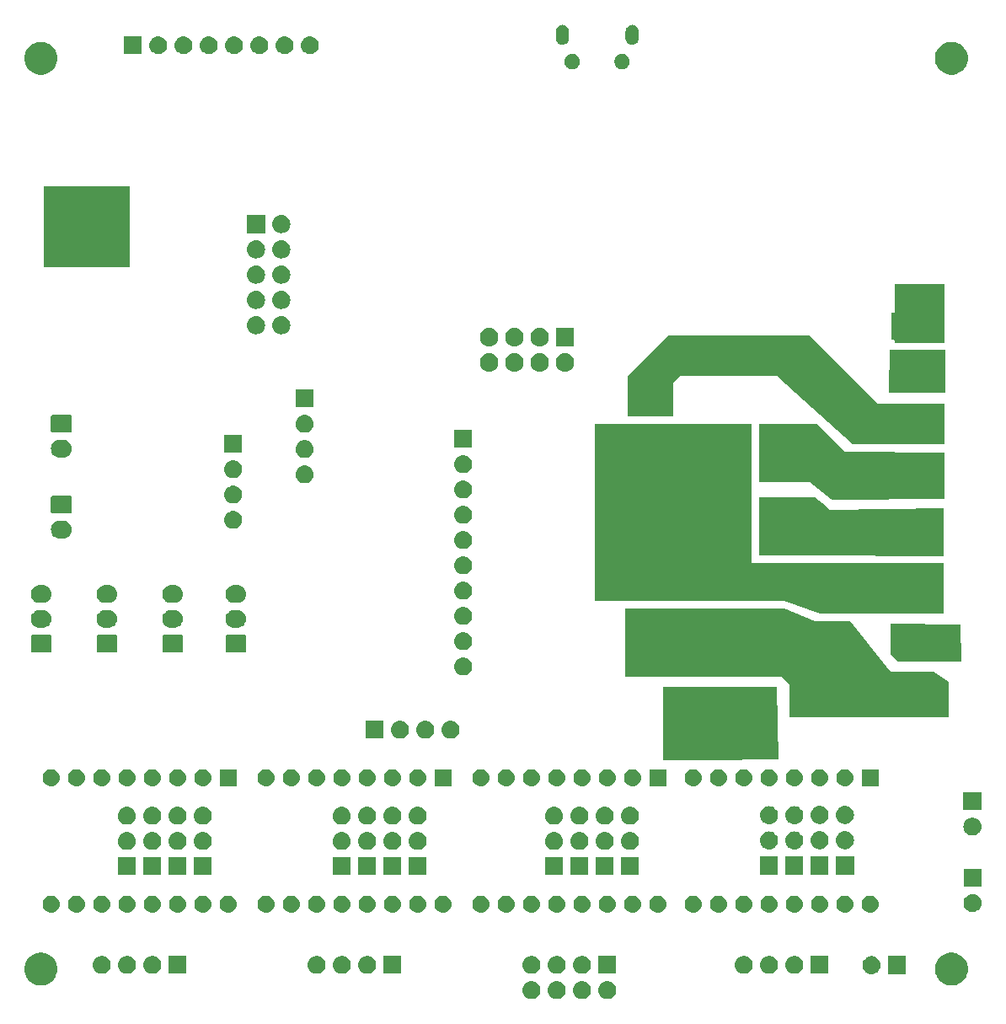
<source format=gbs>
G04 #@! TF.GenerationSoftware,KiCad,Pcbnew,5.0.2-bee76a0~70~ubuntu18.04.1*
G04 #@! TF.CreationDate,2019-07-02T21:44:17+09:00*
G04 #@! TF.ProjectId,MRR_ESPE,4d52525f-4553-4504-952e-6b696361645f,v0.3*
G04 #@! TF.SameCoordinates,Original*
G04 #@! TF.FileFunction,Soldermask,Bot*
G04 #@! TF.FilePolarity,Negative*
%FSLAX46Y46*%
G04 Gerber Fmt 4.6, Leading zero omitted, Abs format (unit mm)*
G04 Created by KiCad (PCBNEW 5.0.2-bee76a0~70~ubuntu18.04.1) date Tue 02 Jul 2019 09:44:17 PM JST*
%MOMM*%
%LPD*%
G01*
G04 APERTURE LIST*
%ADD10C,0.100000*%
G04 APERTURE END LIST*
D10*
G36*
X106028443Y-133725519D02*
X106094627Y-133732037D01*
X106207853Y-133766384D01*
X106264467Y-133783557D01*
X106403087Y-133857652D01*
X106420991Y-133867222D01*
X106456729Y-133896552D01*
X106558186Y-133979814D01*
X106641448Y-134081271D01*
X106670778Y-134117009D01*
X106670779Y-134117011D01*
X106754443Y-134273533D01*
X106754443Y-134273534D01*
X106805963Y-134443373D01*
X106823359Y-134620000D01*
X106805963Y-134796627D01*
X106771616Y-134909853D01*
X106754443Y-134966467D01*
X106680348Y-135105087D01*
X106670778Y-135122991D01*
X106641448Y-135158729D01*
X106558186Y-135260186D01*
X106456729Y-135343448D01*
X106420991Y-135372778D01*
X106420989Y-135372779D01*
X106264467Y-135456443D01*
X106207853Y-135473616D01*
X106094627Y-135507963D01*
X106028443Y-135514481D01*
X105962260Y-135521000D01*
X105873740Y-135521000D01*
X105807557Y-135514481D01*
X105741373Y-135507963D01*
X105628147Y-135473616D01*
X105571533Y-135456443D01*
X105415011Y-135372779D01*
X105415009Y-135372778D01*
X105379271Y-135343448D01*
X105277814Y-135260186D01*
X105194552Y-135158729D01*
X105165222Y-135122991D01*
X105155652Y-135105087D01*
X105081557Y-134966467D01*
X105064384Y-134909853D01*
X105030037Y-134796627D01*
X105012641Y-134620000D01*
X105030037Y-134443373D01*
X105081557Y-134273534D01*
X105081557Y-134273533D01*
X105165221Y-134117011D01*
X105165222Y-134117009D01*
X105194552Y-134081271D01*
X105277814Y-133979814D01*
X105379271Y-133896552D01*
X105415009Y-133867222D01*
X105432913Y-133857652D01*
X105571533Y-133783557D01*
X105628147Y-133766384D01*
X105741373Y-133732037D01*
X105807557Y-133725519D01*
X105873740Y-133719000D01*
X105962260Y-133719000D01*
X106028443Y-133725519D01*
X106028443Y-133725519D01*
G37*
G36*
X98408443Y-133725519D02*
X98474627Y-133732037D01*
X98587853Y-133766384D01*
X98644467Y-133783557D01*
X98783087Y-133857652D01*
X98800991Y-133867222D01*
X98836729Y-133896552D01*
X98938186Y-133979814D01*
X99021448Y-134081271D01*
X99050778Y-134117009D01*
X99050779Y-134117011D01*
X99134443Y-134273533D01*
X99134443Y-134273534D01*
X99185963Y-134443373D01*
X99203359Y-134620000D01*
X99185963Y-134796627D01*
X99151616Y-134909853D01*
X99134443Y-134966467D01*
X99060348Y-135105087D01*
X99050778Y-135122991D01*
X99021448Y-135158729D01*
X98938186Y-135260186D01*
X98836729Y-135343448D01*
X98800991Y-135372778D01*
X98800989Y-135372779D01*
X98644467Y-135456443D01*
X98587853Y-135473616D01*
X98474627Y-135507963D01*
X98408443Y-135514481D01*
X98342260Y-135521000D01*
X98253740Y-135521000D01*
X98187557Y-135514481D01*
X98121373Y-135507963D01*
X98008147Y-135473616D01*
X97951533Y-135456443D01*
X97795011Y-135372779D01*
X97795009Y-135372778D01*
X97759271Y-135343448D01*
X97657814Y-135260186D01*
X97574552Y-135158729D01*
X97545222Y-135122991D01*
X97535652Y-135105087D01*
X97461557Y-134966467D01*
X97444384Y-134909853D01*
X97410037Y-134796627D01*
X97392641Y-134620000D01*
X97410037Y-134443373D01*
X97461557Y-134273534D01*
X97461557Y-134273533D01*
X97545221Y-134117011D01*
X97545222Y-134117009D01*
X97574552Y-134081271D01*
X97657814Y-133979814D01*
X97759271Y-133896552D01*
X97795009Y-133867222D01*
X97812913Y-133857652D01*
X97951533Y-133783557D01*
X98008147Y-133766384D01*
X98121373Y-133732037D01*
X98187557Y-133725519D01*
X98253740Y-133719000D01*
X98342260Y-133719000D01*
X98408443Y-133725519D01*
X98408443Y-133725519D01*
G37*
G36*
X100948443Y-133725519D02*
X101014627Y-133732037D01*
X101127853Y-133766384D01*
X101184467Y-133783557D01*
X101323087Y-133857652D01*
X101340991Y-133867222D01*
X101376729Y-133896552D01*
X101478186Y-133979814D01*
X101561448Y-134081271D01*
X101590778Y-134117009D01*
X101590779Y-134117011D01*
X101674443Y-134273533D01*
X101674443Y-134273534D01*
X101725963Y-134443373D01*
X101743359Y-134620000D01*
X101725963Y-134796627D01*
X101691616Y-134909853D01*
X101674443Y-134966467D01*
X101600348Y-135105087D01*
X101590778Y-135122991D01*
X101561448Y-135158729D01*
X101478186Y-135260186D01*
X101376729Y-135343448D01*
X101340991Y-135372778D01*
X101340989Y-135372779D01*
X101184467Y-135456443D01*
X101127853Y-135473616D01*
X101014627Y-135507963D01*
X100948443Y-135514481D01*
X100882260Y-135521000D01*
X100793740Y-135521000D01*
X100727557Y-135514481D01*
X100661373Y-135507963D01*
X100548147Y-135473616D01*
X100491533Y-135456443D01*
X100335011Y-135372779D01*
X100335009Y-135372778D01*
X100299271Y-135343448D01*
X100197814Y-135260186D01*
X100114552Y-135158729D01*
X100085222Y-135122991D01*
X100075652Y-135105087D01*
X100001557Y-134966467D01*
X99984384Y-134909853D01*
X99950037Y-134796627D01*
X99932641Y-134620000D01*
X99950037Y-134443373D01*
X100001557Y-134273534D01*
X100001557Y-134273533D01*
X100085221Y-134117011D01*
X100085222Y-134117009D01*
X100114552Y-134081271D01*
X100197814Y-133979814D01*
X100299271Y-133896552D01*
X100335009Y-133867222D01*
X100352913Y-133857652D01*
X100491533Y-133783557D01*
X100548147Y-133766384D01*
X100661373Y-133732037D01*
X100727557Y-133725519D01*
X100793740Y-133719000D01*
X100882260Y-133719000D01*
X100948443Y-133725519D01*
X100948443Y-133725519D01*
G37*
G36*
X103488443Y-133725519D02*
X103554627Y-133732037D01*
X103667853Y-133766384D01*
X103724467Y-133783557D01*
X103863087Y-133857652D01*
X103880991Y-133867222D01*
X103916729Y-133896552D01*
X104018186Y-133979814D01*
X104101448Y-134081271D01*
X104130778Y-134117009D01*
X104130779Y-134117011D01*
X104214443Y-134273533D01*
X104214443Y-134273534D01*
X104265963Y-134443373D01*
X104283359Y-134620000D01*
X104265963Y-134796627D01*
X104231616Y-134909853D01*
X104214443Y-134966467D01*
X104140348Y-135105087D01*
X104130778Y-135122991D01*
X104101448Y-135158729D01*
X104018186Y-135260186D01*
X103916729Y-135343448D01*
X103880991Y-135372778D01*
X103880989Y-135372779D01*
X103724467Y-135456443D01*
X103667853Y-135473616D01*
X103554627Y-135507963D01*
X103488443Y-135514481D01*
X103422260Y-135521000D01*
X103333740Y-135521000D01*
X103267557Y-135514481D01*
X103201373Y-135507963D01*
X103088147Y-135473616D01*
X103031533Y-135456443D01*
X102875011Y-135372779D01*
X102875009Y-135372778D01*
X102839271Y-135343448D01*
X102737814Y-135260186D01*
X102654552Y-135158729D01*
X102625222Y-135122991D01*
X102615652Y-135105087D01*
X102541557Y-134966467D01*
X102524384Y-134909853D01*
X102490037Y-134796627D01*
X102472641Y-134620000D01*
X102490037Y-134443373D01*
X102541557Y-134273534D01*
X102541557Y-134273533D01*
X102625221Y-134117011D01*
X102625222Y-134117009D01*
X102654552Y-134081271D01*
X102737814Y-133979814D01*
X102839271Y-133896552D01*
X102875009Y-133867222D01*
X102892913Y-133857652D01*
X103031533Y-133783557D01*
X103088147Y-133766384D01*
X103201373Y-133732037D01*
X103267557Y-133725519D01*
X103333740Y-133719000D01*
X103422260Y-133719000D01*
X103488443Y-133725519D01*
X103488443Y-133725519D01*
G37*
G36*
X140875256Y-130891298D02*
X140981579Y-130912447D01*
X141282042Y-131036903D01*
X141494705Y-131179000D01*
X141552454Y-131217587D01*
X141782413Y-131447546D01*
X141782415Y-131447549D01*
X141882283Y-131597011D01*
X141963098Y-131717960D01*
X141969549Y-131733534D01*
X142048184Y-131923375D01*
X142087553Y-132018422D01*
X142151000Y-132337389D01*
X142151000Y-132662611D01*
X142135569Y-132740185D01*
X142087553Y-132981579D01*
X141999550Y-133194037D01*
X141963098Y-133282040D01*
X141782413Y-133552454D01*
X141552454Y-133782413D01*
X141552451Y-133782415D01*
X141282042Y-133963097D01*
X140981579Y-134087553D01*
X140875256Y-134108702D01*
X140662611Y-134151000D01*
X140337389Y-134151000D01*
X140124744Y-134108702D01*
X140018421Y-134087553D01*
X139717958Y-133963097D01*
X139447549Y-133782415D01*
X139447546Y-133782413D01*
X139217587Y-133552454D01*
X139036902Y-133282040D01*
X139000450Y-133194037D01*
X138912447Y-132981579D01*
X138864431Y-132740185D01*
X138849000Y-132662611D01*
X138849000Y-132337389D01*
X138912447Y-132018422D01*
X138951817Y-131923375D01*
X139030451Y-131733534D01*
X139036902Y-131717960D01*
X139117718Y-131597011D01*
X139217585Y-131447549D01*
X139217587Y-131447546D01*
X139447546Y-131217587D01*
X139505295Y-131179000D01*
X139717958Y-131036903D01*
X140018421Y-130912447D01*
X140124744Y-130891298D01*
X140337389Y-130849000D01*
X140662611Y-130849000D01*
X140875256Y-130891298D01*
X140875256Y-130891298D01*
G37*
G36*
X49375256Y-130891298D02*
X49481579Y-130912447D01*
X49782042Y-131036903D01*
X49994705Y-131179000D01*
X50052454Y-131217587D01*
X50282413Y-131447546D01*
X50282415Y-131447549D01*
X50382283Y-131597011D01*
X50463098Y-131717960D01*
X50469549Y-131733534D01*
X50548184Y-131923375D01*
X50587553Y-132018422D01*
X50651000Y-132337389D01*
X50651000Y-132662611D01*
X50635569Y-132740185D01*
X50587553Y-132981579D01*
X50499550Y-133194037D01*
X50463098Y-133282040D01*
X50282413Y-133552454D01*
X50052454Y-133782413D01*
X50052451Y-133782415D01*
X49782042Y-133963097D01*
X49481579Y-134087553D01*
X49375256Y-134108702D01*
X49162611Y-134151000D01*
X48837389Y-134151000D01*
X48624744Y-134108702D01*
X48518421Y-134087553D01*
X48217958Y-133963097D01*
X47947549Y-133782415D01*
X47947546Y-133782413D01*
X47717587Y-133552454D01*
X47536902Y-133282040D01*
X47500450Y-133194037D01*
X47412447Y-132981579D01*
X47364431Y-132740185D01*
X47349000Y-132662611D01*
X47349000Y-132337389D01*
X47412447Y-132018422D01*
X47451817Y-131923375D01*
X47530451Y-131733534D01*
X47536902Y-131717960D01*
X47617718Y-131597011D01*
X47717585Y-131447549D01*
X47717587Y-131447546D01*
X47947546Y-131217587D01*
X48005295Y-131179000D01*
X48217958Y-131036903D01*
X48518421Y-130912447D01*
X48624744Y-130891298D01*
X48837389Y-130849000D01*
X49162611Y-130849000D01*
X49375256Y-130891298D01*
X49375256Y-130891298D01*
G37*
G36*
X132570443Y-131205519D02*
X132636627Y-131212037D01*
X132740535Y-131243557D01*
X132806467Y-131263557D01*
X132925572Y-131327221D01*
X132962991Y-131347222D01*
X132998729Y-131376552D01*
X133100186Y-131459814D01*
X133183448Y-131561271D01*
X133212778Y-131597009D01*
X133212779Y-131597011D01*
X133296443Y-131753533D01*
X133296443Y-131753534D01*
X133347963Y-131923373D01*
X133365359Y-132100000D01*
X133347963Y-132276627D01*
X133329531Y-132337389D01*
X133296443Y-132446467D01*
X133223469Y-132582989D01*
X133212778Y-132602991D01*
X133183448Y-132638729D01*
X133100186Y-132740186D01*
X132998729Y-132823448D01*
X132962991Y-132852778D01*
X132962989Y-132852779D01*
X132806467Y-132936443D01*
X132749853Y-132953616D01*
X132636627Y-132987963D01*
X132570443Y-132994481D01*
X132504260Y-133001000D01*
X132415740Y-133001000D01*
X132349557Y-132994481D01*
X132283373Y-132987963D01*
X132170147Y-132953616D01*
X132113533Y-132936443D01*
X131957011Y-132852779D01*
X131957009Y-132852778D01*
X131921271Y-132823448D01*
X131819814Y-132740186D01*
X131736552Y-132638729D01*
X131707222Y-132602991D01*
X131696531Y-132582989D01*
X131623557Y-132446467D01*
X131590469Y-132337389D01*
X131572037Y-132276627D01*
X131554641Y-132100000D01*
X131572037Y-131923373D01*
X131623557Y-131753534D01*
X131623557Y-131753533D01*
X131707221Y-131597011D01*
X131707222Y-131597009D01*
X131736552Y-131561271D01*
X131819814Y-131459814D01*
X131921271Y-131376552D01*
X131957009Y-131347222D01*
X131994428Y-131327221D01*
X132113533Y-131263557D01*
X132179465Y-131243557D01*
X132283373Y-131212037D01*
X132349557Y-131205519D01*
X132415740Y-131199000D01*
X132504260Y-131199000D01*
X132570443Y-131205519D01*
X132570443Y-131205519D01*
G37*
G36*
X135901000Y-133001000D02*
X134099000Y-133001000D01*
X134099000Y-131199000D01*
X135901000Y-131199000D01*
X135901000Y-133001000D01*
X135901000Y-133001000D01*
G37*
G36*
X103488442Y-131185518D02*
X103554627Y-131192037D01*
X103638854Y-131217587D01*
X103724467Y-131243557D01*
X103863087Y-131317652D01*
X103880991Y-131327222D01*
X103905361Y-131347222D01*
X104018186Y-131439814D01*
X104101448Y-131541271D01*
X104130778Y-131577009D01*
X104130779Y-131577011D01*
X104214443Y-131733533D01*
X104214443Y-131733534D01*
X104265963Y-131903373D01*
X104283359Y-132080000D01*
X104265963Y-132256627D01*
X104231616Y-132369853D01*
X104214443Y-132426467D01*
X104140348Y-132565087D01*
X104130778Y-132582991D01*
X104114366Y-132602989D01*
X104018186Y-132720186D01*
X103916729Y-132803448D01*
X103880991Y-132832778D01*
X103880989Y-132832779D01*
X103724467Y-132916443D01*
X103667853Y-132933616D01*
X103554627Y-132967963D01*
X103488443Y-132974481D01*
X103422260Y-132981000D01*
X103333740Y-132981000D01*
X103267557Y-132974481D01*
X103201373Y-132967963D01*
X103088147Y-132933616D01*
X103031533Y-132916443D01*
X102875011Y-132832779D01*
X102875009Y-132832778D01*
X102839271Y-132803448D01*
X102737814Y-132720186D01*
X102641634Y-132602989D01*
X102625222Y-132582991D01*
X102615652Y-132565087D01*
X102541557Y-132426467D01*
X102524384Y-132369853D01*
X102490037Y-132256627D01*
X102472641Y-132080000D01*
X102490037Y-131903373D01*
X102541557Y-131733534D01*
X102541557Y-131733533D01*
X102625221Y-131577011D01*
X102625222Y-131577009D01*
X102654552Y-131541271D01*
X102737814Y-131439814D01*
X102850639Y-131347222D01*
X102875009Y-131327222D01*
X102892913Y-131317652D01*
X103031533Y-131243557D01*
X103117146Y-131217587D01*
X103201373Y-131192037D01*
X103267558Y-131185518D01*
X103333740Y-131179000D01*
X103422260Y-131179000D01*
X103488442Y-131185518D01*
X103488442Y-131185518D01*
G37*
G36*
X106819000Y-132981000D02*
X105017000Y-132981000D01*
X105017000Y-131179000D01*
X106819000Y-131179000D01*
X106819000Y-132981000D01*
X106819000Y-132981000D01*
G37*
G36*
X100948442Y-131185518D02*
X101014627Y-131192037D01*
X101098854Y-131217587D01*
X101184467Y-131243557D01*
X101323087Y-131317652D01*
X101340991Y-131327222D01*
X101365361Y-131347222D01*
X101478186Y-131439814D01*
X101561448Y-131541271D01*
X101590778Y-131577009D01*
X101590779Y-131577011D01*
X101674443Y-131733533D01*
X101674443Y-131733534D01*
X101725963Y-131903373D01*
X101743359Y-132080000D01*
X101725963Y-132256627D01*
X101691616Y-132369853D01*
X101674443Y-132426467D01*
X101600348Y-132565087D01*
X101590778Y-132582991D01*
X101574366Y-132602989D01*
X101478186Y-132720186D01*
X101376729Y-132803448D01*
X101340991Y-132832778D01*
X101340989Y-132832779D01*
X101184467Y-132916443D01*
X101127853Y-132933616D01*
X101014627Y-132967963D01*
X100948443Y-132974481D01*
X100882260Y-132981000D01*
X100793740Y-132981000D01*
X100727557Y-132974481D01*
X100661373Y-132967963D01*
X100548147Y-132933616D01*
X100491533Y-132916443D01*
X100335011Y-132832779D01*
X100335009Y-132832778D01*
X100299271Y-132803448D01*
X100197814Y-132720186D01*
X100101634Y-132602989D01*
X100085222Y-132582991D01*
X100075652Y-132565087D01*
X100001557Y-132426467D01*
X99984384Y-132369853D01*
X99950037Y-132256627D01*
X99932641Y-132080000D01*
X99950037Y-131903373D01*
X100001557Y-131733534D01*
X100001557Y-131733533D01*
X100085221Y-131577011D01*
X100085222Y-131577009D01*
X100114552Y-131541271D01*
X100197814Y-131439814D01*
X100310639Y-131347222D01*
X100335009Y-131327222D01*
X100352913Y-131317652D01*
X100491533Y-131243557D01*
X100577146Y-131217587D01*
X100661373Y-131192037D01*
X100727558Y-131185518D01*
X100793740Y-131179000D01*
X100882260Y-131179000D01*
X100948442Y-131185518D01*
X100948442Y-131185518D01*
G37*
G36*
X98408442Y-131185518D02*
X98474627Y-131192037D01*
X98558854Y-131217587D01*
X98644467Y-131243557D01*
X98783087Y-131317652D01*
X98800991Y-131327222D01*
X98825361Y-131347222D01*
X98938186Y-131439814D01*
X99021448Y-131541271D01*
X99050778Y-131577009D01*
X99050779Y-131577011D01*
X99134443Y-131733533D01*
X99134443Y-131733534D01*
X99185963Y-131903373D01*
X99203359Y-132080000D01*
X99185963Y-132256627D01*
X99151616Y-132369853D01*
X99134443Y-132426467D01*
X99060348Y-132565087D01*
X99050778Y-132582991D01*
X99034366Y-132602989D01*
X98938186Y-132720186D01*
X98836729Y-132803448D01*
X98800991Y-132832778D01*
X98800989Y-132832779D01*
X98644467Y-132916443D01*
X98587853Y-132933616D01*
X98474627Y-132967963D01*
X98408443Y-132974481D01*
X98342260Y-132981000D01*
X98253740Y-132981000D01*
X98187557Y-132974481D01*
X98121373Y-132967963D01*
X98008147Y-132933616D01*
X97951533Y-132916443D01*
X97795011Y-132832779D01*
X97795009Y-132832778D01*
X97759271Y-132803448D01*
X97657814Y-132720186D01*
X97561634Y-132602989D01*
X97545222Y-132582991D01*
X97535652Y-132565087D01*
X97461557Y-132426467D01*
X97444384Y-132369853D01*
X97410037Y-132256627D01*
X97392641Y-132080000D01*
X97410037Y-131903373D01*
X97461557Y-131733534D01*
X97461557Y-131733533D01*
X97545221Y-131577011D01*
X97545222Y-131577009D01*
X97574552Y-131541271D01*
X97657814Y-131439814D01*
X97770639Y-131347222D01*
X97795009Y-131327222D01*
X97812913Y-131317652D01*
X97951533Y-131243557D01*
X98037146Y-131217587D01*
X98121373Y-131192037D01*
X98187558Y-131185518D01*
X98253740Y-131179000D01*
X98342260Y-131179000D01*
X98408442Y-131185518D01*
X98408442Y-131185518D01*
G37*
G36*
X55228442Y-131185518D02*
X55294627Y-131192037D01*
X55378854Y-131217587D01*
X55464467Y-131243557D01*
X55603087Y-131317652D01*
X55620991Y-131327222D01*
X55645361Y-131347222D01*
X55758186Y-131439814D01*
X55841448Y-131541271D01*
X55870778Y-131577009D01*
X55870779Y-131577011D01*
X55954443Y-131733533D01*
X55954443Y-131733534D01*
X56005963Y-131903373D01*
X56023359Y-132080000D01*
X56005963Y-132256627D01*
X55971616Y-132369853D01*
X55954443Y-132426467D01*
X55880348Y-132565087D01*
X55870778Y-132582991D01*
X55854366Y-132602989D01*
X55758186Y-132720186D01*
X55656729Y-132803448D01*
X55620991Y-132832778D01*
X55620989Y-132832779D01*
X55464467Y-132916443D01*
X55407853Y-132933616D01*
X55294627Y-132967963D01*
X55228443Y-132974481D01*
X55162260Y-132981000D01*
X55073740Y-132981000D01*
X55007557Y-132974481D01*
X54941373Y-132967963D01*
X54828147Y-132933616D01*
X54771533Y-132916443D01*
X54615011Y-132832779D01*
X54615009Y-132832778D01*
X54579271Y-132803448D01*
X54477814Y-132720186D01*
X54381634Y-132602989D01*
X54365222Y-132582991D01*
X54355652Y-132565087D01*
X54281557Y-132426467D01*
X54264384Y-132369853D01*
X54230037Y-132256627D01*
X54212641Y-132080000D01*
X54230037Y-131903373D01*
X54281557Y-131733534D01*
X54281557Y-131733533D01*
X54365221Y-131577011D01*
X54365222Y-131577009D01*
X54394552Y-131541271D01*
X54477814Y-131439814D01*
X54590639Y-131347222D01*
X54615009Y-131327222D01*
X54632913Y-131317652D01*
X54771533Y-131243557D01*
X54857146Y-131217587D01*
X54941373Y-131192037D01*
X55007558Y-131185518D01*
X55073740Y-131179000D01*
X55162260Y-131179000D01*
X55228442Y-131185518D01*
X55228442Y-131185518D01*
G37*
G36*
X57768442Y-131185518D02*
X57834627Y-131192037D01*
X57918854Y-131217587D01*
X58004467Y-131243557D01*
X58143087Y-131317652D01*
X58160991Y-131327222D01*
X58185361Y-131347222D01*
X58298186Y-131439814D01*
X58381448Y-131541271D01*
X58410778Y-131577009D01*
X58410779Y-131577011D01*
X58494443Y-131733533D01*
X58494443Y-131733534D01*
X58545963Y-131903373D01*
X58563359Y-132080000D01*
X58545963Y-132256627D01*
X58511616Y-132369853D01*
X58494443Y-132426467D01*
X58420348Y-132565087D01*
X58410778Y-132582991D01*
X58394366Y-132602989D01*
X58298186Y-132720186D01*
X58196729Y-132803448D01*
X58160991Y-132832778D01*
X58160989Y-132832779D01*
X58004467Y-132916443D01*
X57947853Y-132933616D01*
X57834627Y-132967963D01*
X57768443Y-132974481D01*
X57702260Y-132981000D01*
X57613740Y-132981000D01*
X57547557Y-132974481D01*
X57481373Y-132967963D01*
X57368147Y-132933616D01*
X57311533Y-132916443D01*
X57155011Y-132832779D01*
X57155009Y-132832778D01*
X57119271Y-132803448D01*
X57017814Y-132720186D01*
X56921634Y-132602989D01*
X56905222Y-132582991D01*
X56895652Y-132565087D01*
X56821557Y-132426467D01*
X56804384Y-132369853D01*
X56770037Y-132256627D01*
X56752641Y-132080000D01*
X56770037Y-131903373D01*
X56821557Y-131733534D01*
X56821557Y-131733533D01*
X56905221Y-131577011D01*
X56905222Y-131577009D01*
X56934552Y-131541271D01*
X57017814Y-131439814D01*
X57130639Y-131347222D01*
X57155009Y-131327222D01*
X57172913Y-131317652D01*
X57311533Y-131243557D01*
X57397146Y-131217587D01*
X57481373Y-131192037D01*
X57547558Y-131185518D01*
X57613740Y-131179000D01*
X57702260Y-131179000D01*
X57768442Y-131185518D01*
X57768442Y-131185518D01*
G37*
G36*
X60308442Y-131185518D02*
X60374627Y-131192037D01*
X60458854Y-131217587D01*
X60544467Y-131243557D01*
X60683087Y-131317652D01*
X60700991Y-131327222D01*
X60725361Y-131347222D01*
X60838186Y-131439814D01*
X60921448Y-131541271D01*
X60950778Y-131577009D01*
X60950779Y-131577011D01*
X61034443Y-131733533D01*
X61034443Y-131733534D01*
X61085963Y-131903373D01*
X61103359Y-132080000D01*
X61085963Y-132256627D01*
X61051616Y-132369853D01*
X61034443Y-132426467D01*
X60960348Y-132565087D01*
X60950778Y-132582991D01*
X60934366Y-132602989D01*
X60838186Y-132720186D01*
X60736729Y-132803448D01*
X60700991Y-132832778D01*
X60700989Y-132832779D01*
X60544467Y-132916443D01*
X60487853Y-132933616D01*
X60374627Y-132967963D01*
X60308443Y-132974481D01*
X60242260Y-132981000D01*
X60153740Y-132981000D01*
X60087557Y-132974481D01*
X60021373Y-132967963D01*
X59908147Y-132933616D01*
X59851533Y-132916443D01*
X59695011Y-132832779D01*
X59695009Y-132832778D01*
X59659271Y-132803448D01*
X59557814Y-132720186D01*
X59461634Y-132602989D01*
X59445222Y-132582991D01*
X59435652Y-132565087D01*
X59361557Y-132426467D01*
X59344384Y-132369853D01*
X59310037Y-132256627D01*
X59292641Y-132080000D01*
X59310037Y-131903373D01*
X59361557Y-131733534D01*
X59361557Y-131733533D01*
X59445221Y-131577011D01*
X59445222Y-131577009D01*
X59474552Y-131541271D01*
X59557814Y-131439814D01*
X59670639Y-131347222D01*
X59695009Y-131327222D01*
X59712913Y-131317652D01*
X59851533Y-131243557D01*
X59937146Y-131217587D01*
X60021373Y-131192037D01*
X60087558Y-131185518D01*
X60153740Y-131179000D01*
X60242260Y-131179000D01*
X60308442Y-131185518D01*
X60308442Y-131185518D01*
G37*
G36*
X63639000Y-132981000D02*
X61837000Y-132981000D01*
X61837000Y-131179000D01*
X63639000Y-131179000D01*
X63639000Y-132981000D01*
X63639000Y-132981000D01*
G37*
G36*
X79358442Y-131185518D02*
X79424627Y-131192037D01*
X79508854Y-131217587D01*
X79594467Y-131243557D01*
X79733087Y-131317652D01*
X79750991Y-131327222D01*
X79775361Y-131347222D01*
X79888186Y-131439814D01*
X79971448Y-131541271D01*
X80000778Y-131577009D01*
X80000779Y-131577011D01*
X80084443Y-131733533D01*
X80084443Y-131733534D01*
X80135963Y-131903373D01*
X80153359Y-132080000D01*
X80135963Y-132256627D01*
X80101616Y-132369853D01*
X80084443Y-132426467D01*
X80010348Y-132565087D01*
X80000778Y-132582991D01*
X79984366Y-132602989D01*
X79888186Y-132720186D01*
X79786729Y-132803448D01*
X79750991Y-132832778D01*
X79750989Y-132832779D01*
X79594467Y-132916443D01*
X79537853Y-132933616D01*
X79424627Y-132967963D01*
X79358443Y-132974481D01*
X79292260Y-132981000D01*
X79203740Y-132981000D01*
X79137557Y-132974481D01*
X79071373Y-132967963D01*
X78958147Y-132933616D01*
X78901533Y-132916443D01*
X78745011Y-132832779D01*
X78745009Y-132832778D01*
X78709271Y-132803448D01*
X78607814Y-132720186D01*
X78511634Y-132602989D01*
X78495222Y-132582991D01*
X78485652Y-132565087D01*
X78411557Y-132426467D01*
X78394384Y-132369853D01*
X78360037Y-132256627D01*
X78342641Y-132080000D01*
X78360037Y-131903373D01*
X78411557Y-131733534D01*
X78411557Y-131733533D01*
X78495221Y-131577011D01*
X78495222Y-131577009D01*
X78524552Y-131541271D01*
X78607814Y-131439814D01*
X78720639Y-131347222D01*
X78745009Y-131327222D01*
X78762913Y-131317652D01*
X78901533Y-131243557D01*
X78987146Y-131217587D01*
X79071373Y-131192037D01*
X79137558Y-131185518D01*
X79203740Y-131179000D01*
X79292260Y-131179000D01*
X79358442Y-131185518D01*
X79358442Y-131185518D01*
G37*
G36*
X81898442Y-131185518D02*
X81964627Y-131192037D01*
X82048854Y-131217587D01*
X82134467Y-131243557D01*
X82273087Y-131317652D01*
X82290991Y-131327222D01*
X82315361Y-131347222D01*
X82428186Y-131439814D01*
X82511448Y-131541271D01*
X82540778Y-131577009D01*
X82540779Y-131577011D01*
X82624443Y-131733533D01*
X82624443Y-131733534D01*
X82675963Y-131903373D01*
X82693359Y-132080000D01*
X82675963Y-132256627D01*
X82641616Y-132369853D01*
X82624443Y-132426467D01*
X82550348Y-132565087D01*
X82540778Y-132582991D01*
X82524366Y-132602989D01*
X82428186Y-132720186D01*
X82326729Y-132803448D01*
X82290991Y-132832778D01*
X82290989Y-132832779D01*
X82134467Y-132916443D01*
X82077853Y-132933616D01*
X81964627Y-132967963D01*
X81898443Y-132974481D01*
X81832260Y-132981000D01*
X81743740Y-132981000D01*
X81677557Y-132974481D01*
X81611373Y-132967963D01*
X81498147Y-132933616D01*
X81441533Y-132916443D01*
X81285011Y-132832779D01*
X81285009Y-132832778D01*
X81249271Y-132803448D01*
X81147814Y-132720186D01*
X81051634Y-132602989D01*
X81035222Y-132582991D01*
X81025652Y-132565087D01*
X80951557Y-132426467D01*
X80934384Y-132369853D01*
X80900037Y-132256627D01*
X80882641Y-132080000D01*
X80900037Y-131903373D01*
X80951557Y-131733534D01*
X80951557Y-131733533D01*
X81035221Y-131577011D01*
X81035222Y-131577009D01*
X81064552Y-131541271D01*
X81147814Y-131439814D01*
X81260639Y-131347222D01*
X81285009Y-131327222D01*
X81302913Y-131317652D01*
X81441533Y-131243557D01*
X81527146Y-131217587D01*
X81611373Y-131192037D01*
X81677558Y-131185518D01*
X81743740Y-131179000D01*
X81832260Y-131179000D01*
X81898442Y-131185518D01*
X81898442Y-131185518D01*
G37*
G36*
X85229000Y-132981000D02*
X83427000Y-132981000D01*
X83427000Y-131179000D01*
X85229000Y-131179000D01*
X85229000Y-132981000D01*
X85229000Y-132981000D01*
G37*
G36*
X76818442Y-131185518D02*
X76884627Y-131192037D01*
X76968854Y-131217587D01*
X77054467Y-131243557D01*
X77193087Y-131317652D01*
X77210991Y-131327222D01*
X77235361Y-131347222D01*
X77348186Y-131439814D01*
X77431448Y-131541271D01*
X77460778Y-131577009D01*
X77460779Y-131577011D01*
X77544443Y-131733533D01*
X77544443Y-131733534D01*
X77595963Y-131903373D01*
X77613359Y-132080000D01*
X77595963Y-132256627D01*
X77561616Y-132369853D01*
X77544443Y-132426467D01*
X77470348Y-132565087D01*
X77460778Y-132582991D01*
X77444366Y-132602989D01*
X77348186Y-132720186D01*
X77246729Y-132803448D01*
X77210991Y-132832778D01*
X77210989Y-132832779D01*
X77054467Y-132916443D01*
X76997853Y-132933616D01*
X76884627Y-132967963D01*
X76818443Y-132974481D01*
X76752260Y-132981000D01*
X76663740Y-132981000D01*
X76597557Y-132974481D01*
X76531373Y-132967963D01*
X76418147Y-132933616D01*
X76361533Y-132916443D01*
X76205011Y-132832779D01*
X76205009Y-132832778D01*
X76169271Y-132803448D01*
X76067814Y-132720186D01*
X75971634Y-132602989D01*
X75955222Y-132582991D01*
X75945652Y-132565087D01*
X75871557Y-132426467D01*
X75854384Y-132369853D01*
X75820037Y-132256627D01*
X75802641Y-132080000D01*
X75820037Y-131903373D01*
X75871557Y-131733534D01*
X75871557Y-131733533D01*
X75955221Y-131577011D01*
X75955222Y-131577009D01*
X75984552Y-131541271D01*
X76067814Y-131439814D01*
X76180639Y-131347222D01*
X76205009Y-131327222D01*
X76222913Y-131317652D01*
X76361533Y-131243557D01*
X76447146Y-131217587D01*
X76531373Y-131192037D01*
X76597558Y-131185518D01*
X76663740Y-131179000D01*
X76752260Y-131179000D01*
X76818442Y-131185518D01*
X76818442Y-131185518D01*
G37*
G36*
X119744442Y-131185518D02*
X119810627Y-131192037D01*
X119894854Y-131217587D01*
X119980467Y-131243557D01*
X120119087Y-131317652D01*
X120136991Y-131327222D01*
X120161361Y-131347222D01*
X120274186Y-131439814D01*
X120357448Y-131541271D01*
X120386778Y-131577009D01*
X120386779Y-131577011D01*
X120470443Y-131733533D01*
X120470443Y-131733534D01*
X120521963Y-131903373D01*
X120539359Y-132080000D01*
X120521963Y-132256627D01*
X120487616Y-132369853D01*
X120470443Y-132426467D01*
X120396348Y-132565087D01*
X120386778Y-132582991D01*
X120370366Y-132602989D01*
X120274186Y-132720186D01*
X120172729Y-132803448D01*
X120136991Y-132832778D01*
X120136989Y-132832779D01*
X119980467Y-132916443D01*
X119923853Y-132933616D01*
X119810627Y-132967963D01*
X119744443Y-132974481D01*
X119678260Y-132981000D01*
X119589740Y-132981000D01*
X119523557Y-132974481D01*
X119457373Y-132967963D01*
X119344147Y-132933616D01*
X119287533Y-132916443D01*
X119131011Y-132832779D01*
X119131009Y-132832778D01*
X119095271Y-132803448D01*
X118993814Y-132720186D01*
X118897634Y-132602989D01*
X118881222Y-132582991D01*
X118871652Y-132565087D01*
X118797557Y-132426467D01*
X118780384Y-132369853D01*
X118746037Y-132256627D01*
X118728641Y-132080000D01*
X118746037Y-131903373D01*
X118797557Y-131733534D01*
X118797557Y-131733533D01*
X118881221Y-131577011D01*
X118881222Y-131577009D01*
X118910552Y-131541271D01*
X118993814Y-131439814D01*
X119106639Y-131347222D01*
X119131009Y-131327222D01*
X119148913Y-131317652D01*
X119287533Y-131243557D01*
X119373146Y-131217587D01*
X119457373Y-131192037D01*
X119523558Y-131185518D01*
X119589740Y-131179000D01*
X119678260Y-131179000D01*
X119744442Y-131185518D01*
X119744442Y-131185518D01*
G37*
G36*
X122284442Y-131185518D02*
X122350627Y-131192037D01*
X122434854Y-131217587D01*
X122520467Y-131243557D01*
X122659087Y-131317652D01*
X122676991Y-131327222D01*
X122701361Y-131347222D01*
X122814186Y-131439814D01*
X122897448Y-131541271D01*
X122926778Y-131577009D01*
X122926779Y-131577011D01*
X123010443Y-131733533D01*
X123010443Y-131733534D01*
X123061963Y-131903373D01*
X123079359Y-132080000D01*
X123061963Y-132256627D01*
X123027616Y-132369853D01*
X123010443Y-132426467D01*
X122936348Y-132565087D01*
X122926778Y-132582991D01*
X122910366Y-132602989D01*
X122814186Y-132720186D01*
X122712729Y-132803448D01*
X122676991Y-132832778D01*
X122676989Y-132832779D01*
X122520467Y-132916443D01*
X122463853Y-132933616D01*
X122350627Y-132967963D01*
X122284443Y-132974481D01*
X122218260Y-132981000D01*
X122129740Y-132981000D01*
X122063557Y-132974481D01*
X121997373Y-132967963D01*
X121884147Y-132933616D01*
X121827533Y-132916443D01*
X121671011Y-132832779D01*
X121671009Y-132832778D01*
X121635271Y-132803448D01*
X121533814Y-132720186D01*
X121437634Y-132602989D01*
X121421222Y-132582991D01*
X121411652Y-132565087D01*
X121337557Y-132426467D01*
X121320384Y-132369853D01*
X121286037Y-132256627D01*
X121268641Y-132080000D01*
X121286037Y-131903373D01*
X121337557Y-131733534D01*
X121337557Y-131733533D01*
X121421221Y-131577011D01*
X121421222Y-131577009D01*
X121450552Y-131541271D01*
X121533814Y-131439814D01*
X121646639Y-131347222D01*
X121671009Y-131327222D01*
X121688913Y-131317652D01*
X121827533Y-131243557D01*
X121913146Y-131217587D01*
X121997373Y-131192037D01*
X122063558Y-131185518D01*
X122129740Y-131179000D01*
X122218260Y-131179000D01*
X122284442Y-131185518D01*
X122284442Y-131185518D01*
G37*
G36*
X128155000Y-132981000D02*
X126353000Y-132981000D01*
X126353000Y-131179000D01*
X128155000Y-131179000D01*
X128155000Y-132981000D01*
X128155000Y-132981000D01*
G37*
G36*
X124824442Y-131185518D02*
X124890627Y-131192037D01*
X124974854Y-131217587D01*
X125060467Y-131243557D01*
X125199087Y-131317652D01*
X125216991Y-131327222D01*
X125241361Y-131347222D01*
X125354186Y-131439814D01*
X125437448Y-131541271D01*
X125466778Y-131577009D01*
X125466779Y-131577011D01*
X125550443Y-131733533D01*
X125550443Y-131733534D01*
X125601963Y-131903373D01*
X125619359Y-132080000D01*
X125601963Y-132256627D01*
X125567616Y-132369853D01*
X125550443Y-132426467D01*
X125476348Y-132565087D01*
X125466778Y-132582991D01*
X125450366Y-132602989D01*
X125354186Y-132720186D01*
X125252729Y-132803448D01*
X125216991Y-132832778D01*
X125216989Y-132832779D01*
X125060467Y-132916443D01*
X125003853Y-132933616D01*
X124890627Y-132967963D01*
X124824443Y-132974481D01*
X124758260Y-132981000D01*
X124669740Y-132981000D01*
X124603557Y-132974481D01*
X124537373Y-132967963D01*
X124424147Y-132933616D01*
X124367533Y-132916443D01*
X124211011Y-132832779D01*
X124211009Y-132832778D01*
X124175271Y-132803448D01*
X124073814Y-132720186D01*
X123977634Y-132602989D01*
X123961222Y-132582991D01*
X123951652Y-132565087D01*
X123877557Y-132426467D01*
X123860384Y-132369853D01*
X123826037Y-132256627D01*
X123808641Y-132080000D01*
X123826037Y-131903373D01*
X123877557Y-131733534D01*
X123877557Y-131733533D01*
X123961221Y-131577011D01*
X123961222Y-131577009D01*
X123990552Y-131541271D01*
X124073814Y-131439814D01*
X124186639Y-131347222D01*
X124211009Y-131327222D01*
X124228913Y-131317652D01*
X124367533Y-131243557D01*
X124453146Y-131217587D01*
X124537373Y-131192037D01*
X124603558Y-131185518D01*
X124669740Y-131179000D01*
X124758260Y-131179000D01*
X124824442Y-131185518D01*
X124824442Y-131185518D01*
G37*
G36*
X93384821Y-125145313D02*
X93384824Y-125145314D01*
X93384825Y-125145314D01*
X93545239Y-125193975D01*
X93545241Y-125193976D01*
X93545244Y-125193977D01*
X93693078Y-125272995D01*
X93822659Y-125379341D01*
X93929005Y-125508922D01*
X94008023Y-125656756D01*
X94056687Y-125817179D01*
X94073117Y-125984000D01*
X94056687Y-126150821D01*
X94056686Y-126150824D01*
X94056686Y-126150825D01*
X94038291Y-126211466D01*
X94008023Y-126311244D01*
X93929005Y-126459078D01*
X93822659Y-126588659D01*
X93693078Y-126695005D01*
X93545244Y-126774023D01*
X93545241Y-126774024D01*
X93545239Y-126774025D01*
X93384825Y-126822686D01*
X93384824Y-126822686D01*
X93384821Y-126822687D01*
X93259804Y-126835000D01*
X93176196Y-126835000D01*
X93051179Y-126822687D01*
X93051176Y-126822686D01*
X93051175Y-126822686D01*
X92890761Y-126774025D01*
X92890759Y-126774024D01*
X92890756Y-126774023D01*
X92742922Y-126695005D01*
X92613341Y-126588659D01*
X92506995Y-126459078D01*
X92427977Y-126311244D01*
X92397710Y-126211466D01*
X92379314Y-126150825D01*
X92379314Y-126150824D01*
X92379313Y-126150821D01*
X92362883Y-125984000D01*
X92379313Y-125817179D01*
X92427977Y-125656756D01*
X92506995Y-125508922D01*
X92613341Y-125379341D01*
X92742922Y-125272995D01*
X92890756Y-125193977D01*
X92890759Y-125193976D01*
X92890761Y-125193975D01*
X93051175Y-125145314D01*
X93051176Y-125145314D01*
X93051179Y-125145313D01*
X93176196Y-125133000D01*
X93259804Y-125133000D01*
X93384821Y-125145313D01*
X93384821Y-125145313D01*
G37*
G36*
X95924821Y-125145313D02*
X95924824Y-125145314D01*
X95924825Y-125145314D01*
X96085239Y-125193975D01*
X96085241Y-125193976D01*
X96085244Y-125193977D01*
X96233078Y-125272995D01*
X96362659Y-125379341D01*
X96469005Y-125508922D01*
X96548023Y-125656756D01*
X96596687Y-125817179D01*
X96613117Y-125984000D01*
X96596687Y-126150821D01*
X96596686Y-126150824D01*
X96596686Y-126150825D01*
X96578291Y-126211466D01*
X96548023Y-126311244D01*
X96469005Y-126459078D01*
X96362659Y-126588659D01*
X96233078Y-126695005D01*
X96085244Y-126774023D01*
X96085241Y-126774024D01*
X96085239Y-126774025D01*
X95924825Y-126822686D01*
X95924824Y-126822686D01*
X95924821Y-126822687D01*
X95799804Y-126835000D01*
X95716196Y-126835000D01*
X95591179Y-126822687D01*
X95591176Y-126822686D01*
X95591175Y-126822686D01*
X95430761Y-126774025D01*
X95430759Y-126774024D01*
X95430756Y-126774023D01*
X95282922Y-126695005D01*
X95153341Y-126588659D01*
X95046995Y-126459078D01*
X94967977Y-126311244D01*
X94937710Y-126211466D01*
X94919314Y-126150825D01*
X94919314Y-126150824D01*
X94919313Y-126150821D01*
X94902883Y-125984000D01*
X94919313Y-125817179D01*
X94967977Y-125656756D01*
X95046995Y-125508922D01*
X95153341Y-125379341D01*
X95282922Y-125272995D01*
X95430756Y-125193977D01*
X95430759Y-125193976D01*
X95430761Y-125193975D01*
X95591175Y-125145314D01*
X95591176Y-125145314D01*
X95591179Y-125145313D01*
X95716196Y-125133000D01*
X95799804Y-125133000D01*
X95924821Y-125145313D01*
X95924821Y-125145313D01*
G37*
G36*
X67984821Y-125145313D02*
X67984824Y-125145314D01*
X67984825Y-125145314D01*
X68145239Y-125193975D01*
X68145241Y-125193976D01*
X68145244Y-125193977D01*
X68293078Y-125272995D01*
X68422659Y-125379341D01*
X68529005Y-125508922D01*
X68608023Y-125656756D01*
X68656687Y-125817179D01*
X68673117Y-125984000D01*
X68656687Y-126150821D01*
X68656686Y-126150824D01*
X68656686Y-126150825D01*
X68638291Y-126211466D01*
X68608023Y-126311244D01*
X68529005Y-126459078D01*
X68422659Y-126588659D01*
X68293078Y-126695005D01*
X68145244Y-126774023D01*
X68145241Y-126774024D01*
X68145239Y-126774025D01*
X67984825Y-126822686D01*
X67984824Y-126822686D01*
X67984821Y-126822687D01*
X67859804Y-126835000D01*
X67776196Y-126835000D01*
X67651179Y-126822687D01*
X67651176Y-126822686D01*
X67651175Y-126822686D01*
X67490761Y-126774025D01*
X67490759Y-126774024D01*
X67490756Y-126774023D01*
X67342922Y-126695005D01*
X67213341Y-126588659D01*
X67106995Y-126459078D01*
X67027977Y-126311244D01*
X66997710Y-126211466D01*
X66979314Y-126150825D01*
X66979314Y-126150824D01*
X66979313Y-126150821D01*
X66962883Y-125984000D01*
X66979313Y-125817179D01*
X67027977Y-125656756D01*
X67106995Y-125508922D01*
X67213341Y-125379341D01*
X67342922Y-125272995D01*
X67490756Y-125193977D01*
X67490759Y-125193976D01*
X67490761Y-125193975D01*
X67651175Y-125145314D01*
X67651176Y-125145314D01*
X67651179Y-125145313D01*
X67776196Y-125133000D01*
X67859804Y-125133000D01*
X67984821Y-125145313D01*
X67984821Y-125145313D01*
G37*
G36*
X101004821Y-125145313D02*
X101004824Y-125145314D01*
X101004825Y-125145314D01*
X101165239Y-125193975D01*
X101165241Y-125193976D01*
X101165244Y-125193977D01*
X101313078Y-125272995D01*
X101442659Y-125379341D01*
X101549005Y-125508922D01*
X101628023Y-125656756D01*
X101676687Y-125817179D01*
X101693117Y-125984000D01*
X101676687Y-126150821D01*
X101676686Y-126150824D01*
X101676686Y-126150825D01*
X101658291Y-126211466D01*
X101628023Y-126311244D01*
X101549005Y-126459078D01*
X101442659Y-126588659D01*
X101313078Y-126695005D01*
X101165244Y-126774023D01*
X101165241Y-126774024D01*
X101165239Y-126774025D01*
X101004825Y-126822686D01*
X101004824Y-126822686D01*
X101004821Y-126822687D01*
X100879804Y-126835000D01*
X100796196Y-126835000D01*
X100671179Y-126822687D01*
X100671176Y-126822686D01*
X100671175Y-126822686D01*
X100510761Y-126774025D01*
X100510759Y-126774024D01*
X100510756Y-126774023D01*
X100362922Y-126695005D01*
X100233341Y-126588659D01*
X100126995Y-126459078D01*
X100047977Y-126311244D01*
X100017710Y-126211466D01*
X99999314Y-126150825D01*
X99999314Y-126150824D01*
X99999313Y-126150821D01*
X99982883Y-125984000D01*
X99999313Y-125817179D01*
X100047977Y-125656756D01*
X100126995Y-125508922D01*
X100233341Y-125379341D01*
X100362922Y-125272995D01*
X100510756Y-125193977D01*
X100510759Y-125193976D01*
X100510761Y-125193975D01*
X100671175Y-125145314D01*
X100671176Y-125145314D01*
X100671179Y-125145313D01*
X100796196Y-125133000D01*
X100879804Y-125133000D01*
X101004821Y-125145313D01*
X101004821Y-125145313D01*
G37*
G36*
X103544821Y-125145313D02*
X103544824Y-125145314D01*
X103544825Y-125145314D01*
X103705239Y-125193975D01*
X103705241Y-125193976D01*
X103705244Y-125193977D01*
X103853078Y-125272995D01*
X103982659Y-125379341D01*
X104089005Y-125508922D01*
X104168023Y-125656756D01*
X104216687Y-125817179D01*
X104233117Y-125984000D01*
X104216687Y-126150821D01*
X104216686Y-126150824D01*
X104216686Y-126150825D01*
X104198291Y-126211466D01*
X104168023Y-126311244D01*
X104089005Y-126459078D01*
X103982659Y-126588659D01*
X103853078Y-126695005D01*
X103705244Y-126774023D01*
X103705241Y-126774024D01*
X103705239Y-126774025D01*
X103544825Y-126822686D01*
X103544824Y-126822686D01*
X103544821Y-126822687D01*
X103419804Y-126835000D01*
X103336196Y-126835000D01*
X103211179Y-126822687D01*
X103211176Y-126822686D01*
X103211175Y-126822686D01*
X103050761Y-126774025D01*
X103050759Y-126774024D01*
X103050756Y-126774023D01*
X102902922Y-126695005D01*
X102773341Y-126588659D01*
X102666995Y-126459078D01*
X102587977Y-126311244D01*
X102557710Y-126211466D01*
X102539314Y-126150825D01*
X102539314Y-126150824D01*
X102539313Y-126150821D01*
X102522883Y-125984000D01*
X102539313Y-125817179D01*
X102587977Y-125656756D01*
X102666995Y-125508922D01*
X102773341Y-125379341D01*
X102902922Y-125272995D01*
X103050756Y-125193977D01*
X103050759Y-125193976D01*
X103050761Y-125193975D01*
X103211175Y-125145314D01*
X103211176Y-125145314D01*
X103211179Y-125145313D01*
X103336196Y-125133000D01*
X103419804Y-125133000D01*
X103544821Y-125145313D01*
X103544821Y-125145313D01*
G37*
G36*
X106084821Y-125145313D02*
X106084824Y-125145314D01*
X106084825Y-125145314D01*
X106245239Y-125193975D01*
X106245241Y-125193976D01*
X106245244Y-125193977D01*
X106393078Y-125272995D01*
X106522659Y-125379341D01*
X106629005Y-125508922D01*
X106708023Y-125656756D01*
X106756687Y-125817179D01*
X106773117Y-125984000D01*
X106756687Y-126150821D01*
X106756686Y-126150824D01*
X106756686Y-126150825D01*
X106738291Y-126211466D01*
X106708023Y-126311244D01*
X106629005Y-126459078D01*
X106522659Y-126588659D01*
X106393078Y-126695005D01*
X106245244Y-126774023D01*
X106245241Y-126774024D01*
X106245239Y-126774025D01*
X106084825Y-126822686D01*
X106084824Y-126822686D01*
X106084821Y-126822687D01*
X105959804Y-126835000D01*
X105876196Y-126835000D01*
X105751179Y-126822687D01*
X105751176Y-126822686D01*
X105751175Y-126822686D01*
X105590761Y-126774025D01*
X105590759Y-126774024D01*
X105590756Y-126774023D01*
X105442922Y-126695005D01*
X105313341Y-126588659D01*
X105206995Y-126459078D01*
X105127977Y-126311244D01*
X105097710Y-126211466D01*
X105079314Y-126150825D01*
X105079314Y-126150824D01*
X105079313Y-126150821D01*
X105062883Y-125984000D01*
X105079313Y-125817179D01*
X105127977Y-125656756D01*
X105206995Y-125508922D01*
X105313341Y-125379341D01*
X105442922Y-125272995D01*
X105590756Y-125193977D01*
X105590759Y-125193976D01*
X105590761Y-125193975D01*
X105751175Y-125145314D01*
X105751176Y-125145314D01*
X105751179Y-125145313D01*
X105876196Y-125133000D01*
X105959804Y-125133000D01*
X106084821Y-125145313D01*
X106084821Y-125145313D01*
G37*
G36*
X108624821Y-125145313D02*
X108624824Y-125145314D01*
X108624825Y-125145314D01*
X108785239Y-125193975D01*
X108785241Y-125193976D01*
X108785244Y-125193977D01*
X108933078Y-125272995D01*
X109062659Y-125379341D01*
X109169005Y-125508922D01*
X109248023Y-125656756D01*
X109296687Y-125817179D01*
X109313117Y-125984000D01*
X109296687Y-126150821D01*
X109296686Y-126150824D01*
X109296686Y-126150825D01*
X109278291Y-126211466D01*
X109248023Y-126311244D01*
X109169005Y-126459078D01*
X109062659Y-126588659D01*
X108933078Y-126695005D01*
X108785244Y-126774023D01*
X108785241Y-126774024D01*
X108785239Y-126774025D01*
X108624825Y-126822686D01*
X108624824Y-126822686D01*
X108624821Y-126822687D01*
X108499804Y-126835000D01*
X108416196Y-126835000D01*
X108291179Y-126822687D01*
X108291176Y-126822686D01*
X108291175Y-126822686D01*
X108130761Y-126774025D01*
X108130759Y-126774024D01*
X108130756Y-126774023D01*
X107982922Y-126695005D01*
X107853341Y-126588659D01*
X107746995Y-126459078D01*
X107667977Y-126311244D01*
X107637710Y-126211466D01*
X107619314Y-126150825D01*
X107619314Y-126150824D01*
X107619313Y-126150821D01*
X107602883Y-125984000D01*
X107619313Y-125817179D01*
X107667977Y-125656756D01*
X107746995Y-125508922D01*
X107853341Y-125379341D01*
X107982922Y-125272995D01*
X108130756Y-125193977D01*
X108130759Y-125193976D01*
X108130761Y-125193975D01*
X108291175Y-125145314D01*
X108291176Y-125145314D01*
X108291179Y-125145313D01*
X108416196Y-125133000D01*
X108499804Y-125133000D01*
X108624821Y-125145313D01*
X108624821Y-125145313D01*
G37*
G36*
X111164821Y-125145313D02*
X111164824Y-125145314D01*
X111164825Y-125145314D01*
X111325239Y-125193975D01*
X111325241Y-125193976D01*
X111325244Y-125193977D01*
X111473078Y-125272995D01*
X111602659Y-125379341D01*
X111709005Y-125508922D01*
X111788023Y-125656756D01*
X111836687Y-125817179D01*
X111853117Y-125984000D01*
X111836687Y-126150821D01*
X111836686Y-126150824D01*
X111836686Y-126150825D01*
X111818291Y-126211466D01*
X111788023Y-126311244D01*
X111709005Y-126459078D01*
X111602659Y-126588659D01*
X111473078Y-126695005D01*
X111325244Y-126774023D01*
X111325241Y-126774024D01*
X111325239Y-126774025D01*
X111164825Y-126822686D01*
X111164824Y-126822686D01*
X111164821Y-126822687D01*
X111039804Y-126835000D01*
X110956196Y-126835000D01*
X110831179Y-126822687D01*
X110831176Y-126822686D01*
X110831175Y-126822686D01*
X110670761Y-126774025D01*
X110670759Y-126774024D01*
X110670756Y-126774023D01*
X110522922Y-126695005D01*
X110393341Y-126588659D01*
X110286995Y-126459078D01*
X110207977Y-126311244D01*
X110177710Y-126211466D01*
X110159314Y-126150825D01*
X110159314Y-126150824D01*
X110159313Y-126150821D01*
X110142883Y-125984000D01*
X110159313Y-125817179D01*
X110207977Y-125656756D01*
X110286995Y-125508922D01*
X110393341Y-125379341D01*
X110522922Y-125272995D01*
X110670756Y-125193977D01*
X110670759Y-125193976D01*
X110670761Y-125193975D01*
X110831175Y-125145314D01*
X110831176Y-125145314D01*
X110831179Y-125145313D01*
X110956196Y-125133000D01*
X111039804Y-125133000D01*
X111164821Y-125145313D01*
X111164821Y-125145313D01*
G37*
G36*
X50204821Y-125145313D02*
X50204824Y-125145314D01*
X50204825Y-125145314D01*
X50365239Y-125193975D01*
X50365241Y-125193976D01*
X50365244Y-125193977D01*
X50513078Y-125272995D01*
X50642659Y-125379341D01*
X50749005Y-125508922D01*
X50828023Y-125656756D01*
X50876687Y-125817179D01*
X50893117Y-125984000D01*
X50876687Y-126150821D01*
X50876686Y-126150824D01*
X50876686Y-126150825D01*
X50858291Y-126211466D01*
X50828023Y-126311244D01*
X50749005Y-126459078D01*
X50642659Y-126588659D01*
X50513078Y-126695005D01*
X50365244Y-126774023D01*
X50365241Y-126774024D01*
X50365239Y-126774025D01*
X50204825Y-126822686D01*
X50204824Y-126822686D01*
X50204821Y-126822687D01*
X50079804Y-126835000D01*
X49996196Y-126835000D01*
X49871179Y-126822687D01*
X49871176Y-126822686D01*
X49871175Y-126822686D01*
X49710761Y-126774025D01*
X49710759Y-126774024D01*
X49710756Y-126774023D01*
X49562922Y-126695005D01*
X49433341Y-126588659D01*
X49326995Y-126459078D01*
X49247977Y-126311244D01*
X49217710Y-126211466D01*
X49199314Y-126150825D01*
X49199314Y-126150824D01*
X49199313Y-126150821D01*
X49182883Y-125984000D01*
X49199313Y-125817179D01*
X49247977Y-125656756D01*
X49326995Y-125508922D01*
X49433341Y-125379341D01*
X49562922Y-125272995D01*
X49710756Y-125193977D01*
X49710759Y-125193976D01*
X49710761Y-125193975D01*
X49871175Y-125145314D01*
X49871176Y-125145314D01*
X49871179Y-125145313D01*
X49996196Y-125133000D01*
X50079804Y-125133000D01*
X50204821Y-125145313D01*
X50204821Y-125145313D01*
G37*
G36*
X52744821Y-125145313D02*
X52744824Y-125145314D01*
X52744825Y-125145314D01*
X52905239Y-125193975D01*
X52905241Y-125193976D01*
X52905244Y-125193977D01*
X53053078Y-125272995D01*
X53182659Y-125379341D01*
X53289005Y-125508922D01*
X53368023Y-125656756D01*
X53416687Y-125817179D01*
X53433117Y-125984000D01*
X53416687Y-126150821D01*
X53416686Y-126150824D01*
X53416686Y-126150825D01*
X53398291Y-126211466D01*
X53368023Y-126311244D01*
X53289005Y-126459078D01*
X53182659Y-126588659D01*
X53053078Y-126695005D01*
X52905244Y-126774023D01*
X52905241Y-126774024D01*
X52905239Y-126774025D01*
X52744825Y-126822686D01*
X52744824Y-126822686D01*
X52744821Y-126822687D01*
X52619804Y-126835000D01*
X52536196Y-126835000D01*
X52411179Y-126822687D01*
X52411176Y-126822686D01*
X52411175Y-126822686D01*
X52250761Y-126774025D01*
X52250759Y-126774024D01*
X52250756Y-126774023D01*
X52102922Y-126695005D01*
X51973341Y-126588659D01*
X51866995Y-126459078D01*
X51787977Y-126311244D01*
X51757710Y-126211466D01*
X51739314Y-126150825D01*
X51739314Y-126150824D01*
X51739313Y-126150821D01*
X51722883Y-125984000D01*
X51739313Y-125817179D01*
X51787977Y-125656756D01*
X51866995Y-125508922D01*
X51973341Y-125379341D01*
X52102922Y-125272995D01*
X52250756Y-125193977D01*
X52250759Y-125193976D01*
X52250761Y-125193975D01*
X52411175Y-125145314D01*
X52411176Y-125145314D01*
X52411179Y-125145313D01*
X52536196Y-125133000D01*
X52619804Y-125133000D01*
X52744821Y-125145313D01*
X52744821Y-125145313D01*
G37*
G36*
X55284821Y-125145313D02*
X55284824Y-125145314D01*
X55284825Y-125145314D01*
X55445239Y-125193975D01*
X55445241Y-125193976D01*
X55445244Y-125193977D01*
X55593078Y-125272995D01*
X55722659Y-125379341D01*
X55829005Y-125508922D01*
X55908023Y-125656756D01*
X55956687Y-125817179D01*
X55973117Y-125984000D01*
X55956687Y-126150821D01*
X55956686Y-126150824D01*
X55956686Y-126150825D01*
X55938291Y-126211466D01*
X55908023Y-126311244D01*
X55829005Y-126459078D01*
X55722659Y-126588659D01*
X55593078Y-126695005D01*
X55445244Y-126774023D01*
X55445241Y-126774024D01*
X55445239Y-126774025D01*
X55284825Y-126822686D01*
X55284824Y-126822686D01*
X55284821Y-126822687D01*
X55159804Y-126835000D01*
X55076196Y-126835000D01*
X54951179Y-126822687D01*
X54951176Y-126822686D01*
X54951175Y-126822686D01*
X54790761Y-126774025D01*
X54790759Y-126774024D01*
X54790756Y-126774023D01*
X54642922Y-126695005D01*
X54513341Y-126588659D01*
X54406995Y-126459078D01*
X54327977Y-126311244D01*
X54297710Y-126211466D01*
X54279314Y-126150825D01*
X54279314Y-126150824D01*
X54279313Y-126150821D01*
X54262883Y-125984000D01*
X54279313Y-125817179D01*
X54327977Y-125656756D01*
X54406995Y-125508922D01*
X54513341Y-125379341D01*
X54642922Y-125272995D01*
X54790756Y-125193977D01*
X54790759Y-125193976D01*
X54790761Y-125193975D01*
X54951175Y-125145314D01*
X54951176Y-125145314D01*
X54951179Y-125145313D01*
X55076196Y-125133000D01*
X55159804Y-125133000D01*
X55284821Y-125145313D01*
X55284821Y-125145313D01*
G37*
G36*
X57824821Y-125145313D02*
X57824824Y-125145314D01*
X57824825Y-125145314D01*
X57985239Y-125193975D01*
X57985241Y-125193976D01*
X57985244Y-125193977D01*
X58133078Y-125272995D01*
X58262659Y-125379341D01*
X58369005Y-125508922D01*
X58448023Y-125656756D01*
X58496687Y-125817179D01*
X58513117Y-125984000D01*
X58496687Y-126150821D01*
X58496686Y-126150824D01*
X58496686Y-126150825D01*
X58478291Y-126211466D01*
X58448023Y-126311244D01*
X58369005Y-126459078D01*
X58262659Y-126588659D01*
X58133078Y-126695005D01*
X57985244Y-126774023D01*
X57985241Y-126774024D01*
X57985239Y-126774025D01*
X57824825Y-126822686D01*
X57824824Y-126822686D01*
X57824821Y-126822687D01*
X57699804Y-126835000D01*
X57616196Y-126835000D01*
X57491179Y-126822687D01*
X57491176Y-126822686D01*
X57491175Y-126822686D01*
X57330761Y-126774025D01*
X57330759Y-126774024D01*
X57330756Y-126774023D01*
X57182922Y-126695005D01*
X57053341Y-126588659D01*
X56946995Y-126459078D01*
X56867977Y-126311244D01*
X56837710Y-126211466D01*
X56819314Y-126150825D01*
X56819314Y-126150824D01*
X56819313Y-126150821D01*
X56802883Y-125984000D01*
X56819313Y-125817179D01*
X56867977Y-125656756D01*
X56946995Y-125508922D01*
X57053341Y-125379341D01*
X57182922Y-125272995D01*
X57330756Y-125193977D01*
X57330759Y-125193976D01*
X57330761Y-125193975D01*
X57491175Y-125145314D01*
X57491176Y-125145314D01*
X57491179Y-125145313D01*
X57616196Y-125133000D01*
X57699804Y-125133000D01*
X57824821Y-125145313D01*
X57824821Y-125145313D01*
G37*
G36*
X60364821Y-125145313D02*
X60364824Y-125145314D01*
X60364825Y-125145314D01*
X60525239Y-125193975D01*
X60525241Y-125193976D01*
X60525244Y-125193977D01*
X60673078Y-125272995D01*
X60802659Y-125379341D01*
X60909005Y-125508922D01*
X60988023Y-125656756D01*
X61036687Y-125817179D01*
X61053117Y-125984000D01*
X61036687Y-126150821D01*
X61036686Y-126150824D01*
X61036686Y-126150825D01*
X61018291Y-126211466D01*
X60988023Y-126311244D01*
X60909005Y-126459078D01*
X60802659Y-126588659D01*
X60673078Y-126695005D01*
X60525244Y-126774023D01*
X60525241Y-126774024D01*
X60525239Y-126774025D01*
X60364825Y-126822686D01*
X60364824Y-126822686D01*
X60364821Y-126822687D01*
X60239804Y-126835000D01*
X60156196Y-126835000D01*
X60031179Y-126822687D01*
X60031176Y-126822686D01*
X60031175Y-126822686D01*
X59870761Y-126774025D01*
X59870759Y-126774024D01*
X59870756Y-126774023D01*
X59722922Y-126695005D01*
X59593341Y-126588659D01*
X59486995Y-126459078D01*
X59407977Y-126311244D01*
X59377710Y-126211466D01*
X59359314Y-126150825D01*
X59359314Y-126150824D01*
X59359313Y-126150821D01*
X59342883Y-125984000D01*
X59359313Y-125817179D01*
X59407977Y-125656756D01*
X59486995Y-125508922D01*
X59593341Y-125379341D01*
X59722922Y-125272995D01*
X59870756Y-125193977D01*
X59870759Y-125193976D01*
X59870761Y-125193975D01*
X60031175Y-125145314D01*
X60031176Y-125145314D01*
X60031179Y-125145313D01*
X60156196Y-125133000D01*
X60239804Y-125133000D01*
X60364821Y-125145313D01*
X60364821Y-125145313D01*
G37*
G36*
X62904821Y-125145313D02*
X62904824Y-125145314D01*
X62904825Y-125145314D01*
X63065239Y-125193975D01*
X63065241Y-125193976D01*
X63065244Y-125193977D01*
X63213078Y-125272995D01*
X63342659Y-125379341D01*
X63449005Y-125508922D01*
X63528023Y-125656756D01*
X63576687Y-125817179D01*
X63593117Y-125984000D01*
X63576687Y-126150821D01*
X63576686Y-126150824D01*
X63576686Y-126150825D01*
X63558291Y-126211466D01*
X63528023Y-126311244D01*
X63449005Y-126459078D01*
X63342659Y-126588659D01*
X63213078Y-126695005D01*
X63065244Y-126774023D01*
X63065241Y-126774024D01*
X63065239Y-126774025D01*
X62904825Y-126822686D01*
X62904824Y-126822686D01*
X62904821Y-126822687D01*
X62779804Y-126835000D01*
X62696196Y-126835000D01*
X62571179Y-126822687D01*
X62571176Y-126822686D01*
X62571175Y-126822686D01*
X62410761Y-126774025D01*
X62410759Y-126774024D01*
X62410756Y-126774023D01*
X62262922Y-126695005D01*
X62133341Y-126588659D01*
X62026995Y-126459078D01*
X61947977Y-126311244D01*
X61917710Y-126211466D01*
X61899314Y-126150825D01*
X61899314Y-126150824D01*
X61899313Y-126150821D01*
X61882883Y-125984000D01*
X61899313Y-125817179D01*
X61947977Y-125656756D01*
X62026995Y-125508922D01*
X62133341Y-125379341D01*
X62262922Y-125272995D01*
X62410756Y-125193977D01*
X62410759Y-125193976D01*
X62410761Y-125193975D01*
X62571175Y-125145314D01*
X62571176Y-125145314D01*
X62571179Y-125145313D01*
X62696196Y-125133000D01*
X62779804Y-125133000D01*
X62904821Y-125145313D01*
X62904821Y-125145313D01*
G37*
G36*
X65444821Y-125145313D02*
X65444824Y-125145314D01*
X65444825Y-125145314D01*
X65605239Y-125193975D01*
X65605241Y-125193976D01*
X65605244Y-125193977D01*
X65753078Y-125272995D01*
X65882659Y-125379341D01*
X65989005Y-125508922D01*
X66068023Y-125656756D01*
X66116687Y-125817179D01*
X66133117Y-125984000D01*
X66116687Y-126150821D01*
X66116686Y-126150824D01*
X66116686Y-126150825D01*
X66098291Y-126211466D01*
X66068023Y-126311244D01*
X65989005Y-126459078D01*
X65882659Y-126588659D01*
X65753078Y-126695005D01*
X65605244Y-126774023D01*
X65605241Y-126774024D01*
X65605239Y-126774025D01*
X65444825Y-126822686D01*
X65444824Y-126822686D01*
X65444821Y-126822687D01*
X65319804Y-126835000D01*
X65236196Y-126835000D01*
X65111179Y-126822687D01*
X65111176Y-126822686D01*
X65111175Y-126822686D01*
X64950761Y-126774025D01*
X64950759Y-126774024D01*
X64950756Y-126774023D01*
X64802922Y-126695005D01*
X64673341Y-126588659D01*
X64566995Y-126459078D01*
X64487977Y-126311244D01*
X64457710Y-126211466D01*
X64439314Y-126150825D01*
X64439314Y-126150824D01*
X64439313Y-126150821D01*
X64422883Y-125984000D01*
X64439313Y-125817179D01*
X64487977Y-125656756D01*
X64566995Y-125508922D01*
X64673341Y-125379341D01*
X64802922Y-125272995D01*
X64950756Y-125193977D01*
X64950759Y-125193976D01*
X64950761Y-125193975D01*
X65111175Y-125145314D01*
X65111176Y-125145314D01*
X65111179Y-125145313D01*
X65236196Y-125133000D01*
X65319804Y-125133000D01*
X65444821Y-125145313D01*
X65444821Y-125145313D01*
G37*
G36*
X132500821Y-125145313D02*
X132500824Y-125145314D01*
X132500825Y-125145314D01*
X132661239Y-125193975D01*
X132661241Y-125193976D01*
X132661244Y-125193977D01*
X132809078Y-125272995D01*
X132938659Y-125379341D01*
X133045005Y-125508922D01*
X133124023Y-125656756D01*
X133172687Y-125817179D01*
X133189117Y-125984000D01*
X133172687Y-126150821D01*
X133172686Y-126150824D01*
X133172686Y-126150825D01*
X133154291Y-126211466D01*
X133124023Y-126311244D01*
X133045005Y-126459078D01*
X132938659Y-126588659D01*
X132809078Y-126695005D01*
X132661244Y-126774023D01*
X132661241Y-126774024D01*
X132661239Y-126774025D01*
X132500825Y-126822686D01*
X132500824Y-126822686D01*
X132500821Y-126822687D01*
X132375804Y-126835000D01*
X132292196Y-126835000D01*
X132167179Y-126822687D01*
X132167176Y-126822686D01*
X132167175Y-126822686D01*
X132006761Y-126774025D01*
X132006759Y-126774024D01*
X132006756Y-126774023D01*
X131858922Y-126695005D01*
X131729341Y-126588659D01*
X131622995Y-126459078D01*
X131543977Y-126311244D01*
X131513710Y-126211466D01*
X131495314Y-126150825D01*
X131495314Y-126150824D01*
X131495313Y-126150821D01*
X131478883Y-125984000D01*
X131495313Y-125817179D01*
X131543977Y-125656756D01*
X131622995Y-125508922D01*
X131729341Y-125379341D01*
X131858922Y-125272995D01*
X132006756Y-125193977D01*
X132006759Y-125193976D01*
X132006761Y-125193975D01*
X132167175Y-125145314D01*
X132167176Y-125145314D01*
X132167179Y-125145313D01*
X132292196Y-125133000D01*
X132375804Y-125133000D01*
X132500821Y-125145313D01*
X132500821Y-125145313D01*
G37*
G36*
X87034821Y-125145313D02*
X87034824Y-125145314D01*
X87034825Y-125145314D01*
X87195239Y-125193975D01*
X87195241Y-125193976D01*
X87195244Y-125193977D01*
X87343078Y-125272995D01*
X87472659Y-125379341D01*
X87579005Y-125508922D01*
X87658023Y-125656756D01*
X87706687Y-125817179D01*
X87723117Y-125984000D01*
X87706687Y-126150821D01*
X87706686Y-126150824D01*
X87706686Y-126150825D01*
X87688291Y-126211466D01*
X87658023Y-126311244D01*
X87579005Y-126459078D01*
X87472659Y-126588659D01*
X87343078Y-126695005D01*
X87195244Y-126774023D01*
X87195241Y-126774024D01*
X87195239Y-126774025D01*
X87034825Y-126822686D01*
X87034824Y-126822686D01*
X87034821Y-126822687D01*
X86909804Y-126835000D01*
X86826196Y-126835000D01*
X86701179Y-126822687D01*
X86701176Y-126822686D01*
X86701175Y-126822686D01*
X86540761Y-126774025D01*
X86540759Y-126774024D01*
X86540756Y-126774023D01*
X86392922Y-126695005D01*
X86263341Y-126588659D01*
X86156995Y-126459078D01*
X86077977Y-126311244D01*
X86047710Y-126211466D01*
X86029314Y-126150825D01*
X86029314Y-126150824D01*
X86029313Y-126150821D01*
X86012883Y-125984000D01*
X86029313Y-125817179D01*
X86077977Y-125656756D01*
X86156995Y-125508922D01*
X86263341Y-125379341D01*
X86392922Y-125272995D01*
X86540756Y-125193977D01*
X86540759Y-125193976D01*
X86540761Y-125193975D01*
X86701175Y-125145314D01*
X86701176Y-125145314D01*
X86701179Y-125145313D01*
X86826196Y-125133000D01*
X86909804Y-125133000D01*
X87034821Y-125145313D01*
X87034821Y-125145313D01*
G37*
G36*
X122340821Y-125145313D02*
X122340824Y-125145314D01*
X122340825Y-125145314D01*
X122501239Y-125193975D01*
X122501241Y-125193976D01*
X122501244Y-125193977D01*
X122649078Y-125272995D01*
X122778659Y-125379341D01*
X122885005Y-125508922D01*
X122964023Y-125656756D01*
X123012687Y-125817179D01*
X123029117Y-125984000D01*
X123012687Y-126150821D01*
X123012686Y-126150824D01*
X123012686Y-126150825D01*
X122994291Y-126211466D01*
X122964023Y-126311244D01*
X122885005Y-126459078D01*
X122778659Y-126588659D01*
X122649078Y-126695005D01*
X122501244Y-126774023D01*
X122501241Y-126774024D01*
X122501239Y-126774025D01*
X122340825Y-126822686D01*
X122340824Y-126822686D01*
X122340821Y-126822687D01*
X122215804Y-126835000D01*
X122132196Y-126835000D01*
X122007179Y-126822687D01*
X122007176Y-126822686D01*
X122007175Y-126822686D01*
X121846761Y-126774025D01*
X121846759Y-126774024D01*
X121846756Y-126774023D01*
X121698922Y-126695005D01*
X121569341Y-126588659D01*
X121462995Y-126459078D01*
X121383977Y-126311244D01*
X121353710Y-126211466D01*
X121335314Y-126150825D01*
X121335314Y-126150824D01*
X121335313Y-126150821D01*
X121318883Y-125984000D01*
X121335313Y-125817179D01*
X121383977Y-125656756D01*
X121462995Y-125508922D01*
X121569341Y-125379341D01*
X121698922Y-125272995D01*
X121846756Y-125193977D01*
X121846759Y-125193976D01*
X121846761Y-125193975D01*
X122007175Y-125145314D01*
X122007176Y-125145314D01*
X122007179Y-125145313D01*
X122132196Y-125133000D01*
X122215804Y-125133000D01*
X122340821Y-125145313D01*
X122340821Y-125145313D01*
G37*
G36*
X119800821Y-125145313D02*
X119800824Y-125145314D01*
X119800825Y-125145314D01*
X119961239Y-125193975D01*
X119961241Y-125193976D01*
X119961244Y-125193977D01*
X120109078Y-125272995D01*
X120238659Y-125379341D01*
X120345005Y-125508922D01*
X120424023Y-125656756D01*
X120472687Y-125817179D01*
X120489117Y-125984000D01*
X120472687Y-126150821D01*
X120472686Y-126150824D01*
X120472686Y-126150825D01*
X120454291Y-126211466D01*
X120424023Y-126311244D01*
X120345005Y-126459078D01*
X120238659Y-126588659D01*
X120109078Y-126695005D01*
X119961244Y-126774023D01*
X119961241Y-126774024D01*
X119961239Y-126774025D01*
X119800825Y-126822686D01*
X119800824Y-126822686D01*
X119800821Y-126822687D01*
X119675804Y-126835000D01*
X119592196Y-126835000D01*
X119467179Y-126822687D01*
X119467176Y-126822686D01*
X119467175Y-126822686D01*
X119306761Y-126774025D01*
X119306759Y-126774024D01*
X119306756Y-126774023D01*
X119158922Y-126695005D01*
X119029341Y-126588659D01*
X118922995Y-126459078D01*
X118843977Y-126311244D01*
X118813710Y-126211466D01*
X118795314Y-126150825D01*
X118795314Y-126150824D01*
X118795313Y-126150821D01*
X118778883Y-125984000D01*
X118795313Y-125817179D01*
X118843977Y-125656756D01*
X118922995Y-125508922D01*
X119029341Y-125379341D01*
X119158922Y-125272995D01*
X119306756Y-125193977D01*
X119306759Y-125193976D01*
X119306761Y-125193975D01*
X119467175Y-125145314D01*
X119467176Y-125145314D01*
X119467179Y-125145313D01*
X119592196Y-125133000D01*
X119675804Y-125133000D01*
X119800821Y-125145313D01*
X119800821Y-125145313D01*
G37*
G36*
X117260821Y-125145313D02*
X117260824Y-125145314D01*
X117260825Y-125145314D01*
X117421239Y-125193975D01*
X117421241Y-125193976D01*
X117421244Y-125193977D01*
X117569078Y-125272995D01*
X117698659Y-125379341D01*
X117805005Y-125508922D01*
X117884023Y-125656756D01*
X117932687Y-125817179D01*
X117949117Y-125984000D01*
X117932687Y-126150821D01*
X117932686Y-126150824D01*
X117932686Y-126150825D01*
X117914291Y-126211466D01*
X117884023Y-126311244D01*
X117805005Y-126459078D01*
X117698659Y-126588659D01*
X117569078Y-126695005D01*
X117421244Y-126774023D01*
X117421241Y-126774024D01*
X117421239Y-126774025D01*
X117260825Y-126822686D01*
X117260824Y-126822686D01*
X117260821Y-126822687D01*
X117135804Y-126835000D01*
X117052196Y-126835000D01*
X116927179Y-126822687D01*
X116927176Y-126822686D01*
X116927175Y-126822686D01*
X116766761Y-126774025D01*
X116766759Y-126774024D01*
X116766756Y-126774023D01*
X116618922Y-126695005D01*
X116489341Y-126588659D01*
X116382995Y-126459078D01*
X116303977Y-126311244D01*
X116273710Y-126211466D01*
X116255314Y-126150825D01*
X116255314Y-126150824D01*
X116255313Y-126150821D01*
X116238883Y-125984000D01*
X116255313Y-125817179D01*
X116303977Y-125656756D01*
X116382995Y-125508922D01*
X116489341Y-125379341D01*
X116618922Y-125272995D01*
X116766756Y-125193977D01*
X116766759Y-125193976D01*
X116766761Y-125193975D01*
X116927175Y-125145314D01*
X116927176Y-125145314D01*
X116927179Y-125145313D01*
X117052196Y-125133000D01*
X117135804Y-125133000D01*
X117260821Y-125145313D01*
X117260821Y-125145313D01*
G37*
G36*
X114720821Y-125145313D02*
X114720824Y-125145314D01*
X114720825Y-125145314D01*
X114881239Y-125193975D01*
X114881241Y-125193976D01*
X114881244Y-125193977D01*
X115029078Y-125272995D01*
X115158659Y-125379341D01*
X115265005Y-125508922D01*
X115344023Y-125656756D01*
X115392687Y-125817179D01*
X115409117Y-125984000D01*
X115392687Y-126150821D01*
X115392686Y-126150824D01*
X115392686Y-126150825D01*
X115374291Y-126211466D01*
X115344023Y-126311244D01*
X115265005Y-126459078D01*
X115158659Y-126588659D01*
X115029078Y-126695005D01*
X114881244Y-126774023D01*
X114881241Y-126774024D01*
X114881239Y-126774025D01*
X114720825Y-126822686D01*
X114720824Y-126822686D01*
X114720821Y-126822687D01*
X114595804Y-126835000D01*
X114512196Y-126835000D01*
X114387179Y-126822687D01*
X114387176Y-126822686D01*
X114387175Y-126822686D01*
X114226761Y-126774025D01*
X114226759Y-126774024D01*
X114226756Y-126774023D01*
X114078922Y-126695005D01*
X113949341Y-126588659D01*
X113842995Y-126459078D01*
X113763977Y-126311244D01*
X113733710Y-126211466D01*
X113715314Y-126150825D01*
X113715314Y-126150824D01*
X113715313Y-126150821D01*
X113698883Y-125984000D01*
X113715313Y-125817179D01*
X113763977Y-125656756D01*
X113842995Y-125508922D01*
X113949341Y-125379341D01*
X114078922Y-125272995D01*
X114226756Y-125193977D01*
X114226759Y-125193976D01*
X114226761Y-125193975D01*
X114387175Y-125145314D01*
X114387176Y-125145314D01*
X114387179Y-125145313D01*
X114512196Y-125133000D01*
X114595804Y-125133000D01*
X114720821Y-125145313D01*
X114720821Y-125145313D01*
G37*
G36*
X124880821Y-125145313D02*
X124880824Y-125145314D01*
X124880825Y-125145314D01*
X125041239Y-125193975D01*
X125041241Y-125193976D01*
X125041244Y-125193977D01*
X125189078Y-125272995D01*
X125318659Y-125379341D01*
X125425005Y-125508922D01*
X125504023Y-125656756D01*
X125552687Y-125817179D01*
X125569117Y-125984000D01*
X125552687Y-126150821D01*
X125552686Y-126150824D01*
X125552686Y-126150825D01*
X125534291Y-126211466D01*
X125504023Y-126311244D01*
X125425005Y-126459078D01*
X125318659Y-126588659D01*
X125189078Y-126695005D01*
X125041244Y-126774023D01*
X125041241Y-126774024D01*
X125041239Y-126774025D01*
X124880825Y-126822686D01*
X124880824Y-126822686D01*
X124880821Y-126822687D01*
X124755804Y-126835000D01*
X124672196Y-126835000D01*
X124547179Y-126822687D01*
X124547176Y-126822686D01*
X124547175Y-126822686D01*
X124386761Y-126774025D01*
X124386759Y-126774024D01*
X124386756Y-126774023D01*
X124238922Y-126695005D01*
X124109341Y-126588659D01*
X124002995Y-126459078D01*
X123923977Y-126311244D01*
X123893710Y-126211466D01*
X123875314Y-126150825D01*
X123875314Y-126150824D01*
X123875313Y-126150821D01*
X123858883Y-125984000D01*
X123875313Y-125817179D01*
X123923977Y-125656756D01*
X124002995Y-125508922D01*
X124109341Y-125379341D01*
X124238922Y-125272995D01*
X124386756Y-125193977D01*
X124386759Y-125193976D01*
X124386761Y-125193975D01*
X124547175Y-125145314D01*
X124547176Y-125145314D01*
X124547179Y-125145313D01*
X124672196Y-125133000D01*
X124755804Y-125133000D01*
X124880821Y-125145313D01*
X124880821Y-125145313D01*
G37*
G36*
X98464821Y-125145313D02*
X98464824Y-125145314D01*
X98464825Y-125145314D01*
X98625239Y-125193975D01*
X98625241Y-125193976D01*
X98625244Y-125193977D01*
X98773078Y-125272995D01*
X98902659Y-125379341D01*
X99009005Y-125508922D01*
X99088023Y-125656756D01*
X99136687Y-125817179D01*
X99153117Y-125984000D01*
X99136687Y-126150821D01*
X99136686Y-126150824D01*
X99136686Y-126150825D01*
X99118291Y-126211466D01*
X99088023Y-126311244D01*
X99009005Y-126459078D01*
X98902659Y-126588659D01*
X98773078Y-126695005D01*
X98625244Y-126774023D01*
X98625241Y-126774024D01*
X98625239Y-126774025D01*
X98464825Y-126822686D01*
X98464824Y-126822686D01*
X98464821Y-126822687D01*
X98339804Y-126835000D01*
X98256196Y-126835000D01*
X98131179Y-126822687D01*
X98131176Y-126822686D01*
X98131175Y-126822686D01*
X97970761Y-126774025D01*
X97970759Y-126774024D01*
X97970756Y-126774023D01*
X97822922Y-126695005D01*
X97693341Y-126588659D01*
X97586995Y-126459078D01*
X97507977Y-126311244D01*
X97477710Y-126211466D01*
X97459314Y-126150825D01*
X97459314Y-126150824D01*
X97459313Y-126150821D01*
X97442883Y-125984000D01*
X97459313Y-125817179D01*
X97507977Y-125656756D01*
X97586995Y-125508922D01*
X97693341Y-125379341D01*
X97822922Y-125272995D01*
X97970756Y-125193977D01*
X97970759Y-125193976D01*
X97970761Y-125193975D01*
X98131175Y-125145314D01*
X98131176Y-125145314D01*
X98131179Y-125145313D01*
X98256196Y-125133000D01*
X98339804Y-125133000D01*
X98464821Y-125145313D01*
X98464821Y-125145313D01*
G37*
G36*
X127420821Y-125145313D02*
X127420824Y-125145314D01*
X127420825Y-125145314D01*
X127581239Y-125193975D01*
X127581241Y-125193976D01*
X127581244Y-125193977D01*
X127729078Y-125272995D01*
X127858659Y-125379341D01*
X127965005Y-125508922D01*
X128044023Y-125656756D01*
X128092687Y-125817179D01*
X128109117Y-125984000D01*
X128092687Y-126150821D01*
X128092686Y-126150824D01*
X128092686Y-126150825D01*
X128074291Y-126211466D01*
X128044023Y-126311244D01*
X127965005Y-126459078D01*
X127858659Y-126588659D01*
X127729078Y-126695005D01*
X127581244Y-126774023D01*
X127581241Y-126774024D01*
X127581239Y-126774025D01*
X127420825Y-126822686D01*
X127420824Y-126822686D01*
X127420821Y-126822687D01*
X127295804Y-126835000D01*
X127212196Y-126835000D01*
X127087179Y-126822687D01*
X127087176Y-126822686D01*
X127087175Y-126822686D01*
X126926761Y-126774025D01*
X126926759Y-126774024D01*
X126926756Y-126774023D01*
X126778922Y-126695005D01*
X126649341Y-126588659D01*
X126542995Y-126459078D01*
X126463977Y-126311244D01*
X126433710Y-126211466D01*
X126415314Y-126150825D01*
X126415314Y-126150824D01*
X126415313Y-126150821D01*
X126398883Y-125984000D01*
X126415313Y-125817179D01*
X126463977Y-125656756D01*
X126542995Y-125508922D01*
X126649341Y-125379341D01*
X126778922Y-125272995D01*
X126926756Y-125193977D01*
X126926759Y-125193976D01*
X126926761Y-125193975D01*
X127087175Y-125145314D01*
X127087176Y-125145314D01*
X127087179Y-125145313D01*
X127212196Y-125133000D01*
X127295804Y-125133000D01*
X127420821Y-125145313D01*
X127420821Y-125145313D01*
G37*
G36*
X129960821Y-125145313D02*
X129960824Y-125145314D01*
X129960825Y-125145314D01*
X130121239Y-125193975D01*
X130121241Y-125193976D01*
X130121244Y-125193977D01*
X130269078Y-125272995D01*
X130398659Y-125379341D01*
X130505005Y-125508922D01*
X130584023Y-125656756D01*
X130632687Y-125817179D01*
X130649117Y-125984000D01*
X130632687Y-126150821D01*
X130632686Y-126150824D01*
X130632686Y-126150825D01*
X130614291Y-126211466D01*
X130584023Y-126311244D01*
X130505005Y-126459078D01*
X130398659Y-126588659D01*
X130269078Y-126695005D01*
X130121244Y-126774023D01*
X130121241Y-126774024D01*
X130121239Y-126774025D01*
X129960825Y-126822686D01*
X129960824Y-126822686D01*
X129960821Y-126822687D01*
X129835804Y-126835000D01*
X129752196Y-126835000D01*
X129627179Y-126822687D01*
X129627176Y-126822686D01*
X129627175Y-126822686D01*
X129466761Y-126774025D01*
X129466759Y-126774024D01*
X129466756Y-126774023D01*
X129318922Y-126695005D01*
X129189341Y-126588659D01*
X129082995Y-126459078D01*
X129003977Y-126311244D01*
X128973710Y-126211466D01*
X128955314Y-126150825D01*
X128955314Y-126150824D01*
X128955313Y-126150821D01*
X128938883Y-125984000D01*
X128955313Y-125817179D01*
X129003977Y-125656756D01*
X129082995Y-125508922D01*
X129189341Y-125379341D01*
X129318922Y-125272995D01*
X129466756Y-125193977D01*
X129466759Y-125193976D01*
X129466761Y-125193975D01*
X129627175Y-125145314D01*
X129627176Y-125145314D01*
X129627179Y-125145313D01*
X129752196Y-125133000D01*
X129835804Y-125133000D01*
X129960821Y-125145313D01*
X129960821Y-125145313D01*
G37*
G36*
X71794821Y-125145313D02*
X71794824Y-125145314D01*
X71794825Y-125145314D01*
X71955239Y-125193975D01*
X71955241Y-125193976D01*
X71955244Y-125193977D01*
X72103078Y-125272995D01*
X72232659Y-125379341D01*
X72339005Y-125508922D01*
X72418023Y-125656756D01*
X72466687Y-125817179D01*
X72483117Y-125984000D01*
X72466687Y-126150821D01*
X72466686Y-126150824D01*
X72466686Y-126150825D01*
X72448291Y-126211466D01*
X72418023Y-126311244D01*
X72339005Y-126459078D01*
X72232659Y-126588659D01*
X72103078Y-126695005D01*
X71955244Y-126774023D01*
X71955241Y-126774024D01*
X71955239Y-126774025D01*
X71794825Y-126822686D01*
X71794824Y-126822686D01*
X71794821Y-126822687D01*
X71669804Y-126835000D01*
X71586196Y-126835000D01*
X71461179Y-126822687D01*
X71461176Y-126822686D01*
X71461175Y-126822686D01*
X71300761Y-126774025D01*
X71300759Y-126774024D01*
X71300756Y-126774023D01*
X71152922Y-126695005D01*
X71023341Y-126588659D01*
X70916995Y-126459078D01*
X70837977Y-126311244D01*
X70807710Y-126211466D01*
X70789314Y-126150825D01*
X70789314Y-126150824D01*
X70789313Y-126150821D01*
X70772883Y-125984000D01*
X70789313Y-125817179D01*
X70837977Y-125656756D01*
X70916995Y-125508922D01*
X71023341Y-125379341D01*
X71152922Y-125272995D01*
X71300756Y-125193977D01*
X71300759Y-125193976D01*
X71300761Y-125193975D01*
X71461175Y-125145314D01*
X71461176Y-125145314D01*
X71461179Y-125145313D01*
X71586196Y-125133000D01*
X71669804Y-125133000D01*
X71794821Y-125145313D01*
X71794821Y-125145313D01*
G37*
G36*
X74334821Y-125145313D02*
X74334824Y-125145314D01*
X74334825Y-125145314D01*
X74495239Y-125193975D01*
X74495241Y-125193976D01*
X74495244Y-125193977D01*
X74643078Y-125272995D01*
X74772659Y-125379341D01*
X74879005Y-125508922D01*
X74958023Y-125656756D01*
X75006687Y-125817179D01*
X75023117Y-125984000D01*
X75006687Y-126150821D01*
X75006686Y-126150824D01*
X75006686Y-126150825D01*
X74988291Y-126211466D01*
X74958023Y-126311244D01*
X74879005Y-126459078D01*
X74772659Y-126588659D01*
X74643078Y-126695005D01*
X74495244Y-126774023D01*
X74495241Y-126774024D01*
X74495239Y-126774025D01*
X74334825Y-126822686D01*
X74334824Y-126822686D01*
X74334821Y-126822687D01*
X74209804Y-126835000D01*
X74126196Y-126835000D01*
X74001179Y-126822687D01*
X74001176Y-126822686D01*
X74001175Y-126822686D01*
X73840761Y-126774025D01*
X73840759Y-126774024D01*
X73840756Y-126774023D01*
X73692922Y-126695005D01*
X73563341Y-126588659D01*
X73456995Y-126459078D01*
X73377977Y-126311244D01*
X73347710Y-126211466D01*
X73329314Y-126150825D01*
X73329314Y-126150824D01*
X73329313Y-126150821D01*
X73312883Y-125984000D01*
X73329313Y-125817179D01*
X73377977Y-125656756D01*
X73456995Y-125508922D01*
X73563341Y-125379341D01*
X73692922Y-125272995D01*
X73840756Y-125193977D01*
X73840759Y-125193976D01*
X73840761Y-125193975D01*
X74001175Y-125145314D01*
X74001176Y-125145314D01*
X74001179Y-125145313D01*
X74126196Y-125133000D01*
X74209804Y-125133000D01*
X74334821Y-125145313D01*
X74334821Y-125145313D01*
G37*
G36*
X76874821Y-125145313D02*
X76874824Y-125145314D01*
X76874825Y-125145314D01*
X77035239Y-125193975D01*
X77035241Y-125193976D01*
X77035244Y-125193977D01*
X77183078Y-125272995D01*
X77312659Y-125379341D01*
X77419005Y-125508922D01*
X77498023Y-125656756D01*
X77546687Y-125817179D01*
X77563117Y-125984000D01*
X77546687Y-126150821D01*
X77546686Y-126150824D01*
X77546686Y-126150825D01*
X77528291Y-126211466D01*
X77498023Y-126311244D01*
X77419005Y-126459078D01*
X77312659Y-126588659D01*
X77183078Y-126695005D01*
X77035244Y-126774023D01*
X77035241Y-126774024D01*
X77035239Y-126774025D01*
X76874825Y-126822686D01*
X76874824Y-126822686D01*
X76874821Y-126822687D01*
X76749804Y-126835000D01*
X76666196Y-126835000D01*
X76541179Y-126822687D01*
X76541176Y-126822686D01*
X76541175Y-126822686D01*
X76380761Y-126774025D01*
X76380759Y-126774024D01*
X76380756Y-126774023D01*
X76232922Y-126695005D01*
X76103341Y-126588659D01*
X75996995Y-126459078D01*
X75917977Y-126311244D01*
X75887710Y-126211466D01*
X75869314Y-126150825D01*
X75869314Y-126150824D01*
X75869313Y-126150821D01*
X75852883Y-125984000D01*
X75869313Y-125817179D01*
X75917977Y-125656756D01*
X75996995Y-125508922D01*
X76103341Y-125379341D01*
X76232922Y-125272995D01*
X76380756Y-125193977D01*
X76380759Y-125193976D01*
X76380761Y-125193975D01*
X76541175Y-125145314D01*
X76541176Y-125145314D01*
X76541179Y-125145313D01*
X76666196Y-125133000D01*
X76749804Y-125133000D01*
X76874821Y-125145313D01*
X76874821Y-125145313D01*
G37*
G36*
X79414821Y-125145313D02*
X79414824Y-125145314D01*
X79414825Y-125145314D01*
X79575239Y-125193975D01*
X79575241Y-125193976D01*
X79575244Y-125193977D01*
X79723078Y-125272995D01*
X79852659Y-125379341D01*
X79959005Y-125508922D01*
X80038023Y-125656756D01*
X80086687Y-125817179D01*
X80103117Y-125984000D01*
X80086687Y-126150821D01*
X80086686Y-126150824D01*
X80086686Y-126150825D01*
X80068291Y-126211466D01*
X80038023Y-126311244D01*
X79959005Y-126459078D01*
X79852659Y-126588659D01*
X79723078Y-126695005D01*
X79575244Y-126774023D01*
X79575241Y-126774024D01*
X79575239Y-126774025D01*
X79414825Y-126822686D01*
X79414824Y-126822686D01*
X79414821Y-126822687D01*
X79289804Y-126835000D01*
X79206196Y-126835000D01*
X79081179Y-126822687D01*
X79081176Y-126822686D01*
X79081175Y-126822686D01*
X78920761Y-126774025D01*
X78920759Y-126774024D01*
X78920756Y-126774023D01*
X78772922Y-126695005D01*
X78643341Y-126588659D01*
X78536995Y-126459078D01*
X78457977Y-126311244D01*
X78427710Y-126211466D01*
X78409314Y-126150825D01*
X78409314Y-126150824D01*
X78409313Y-126150821D01*
X78392883Y-125984000D01*
X78409313Y-125817179D01*
X78457977Y-125656756D01*
X78536995Y-125508922D01*
X78643341Y-125379341D01*
X78772922Y-125272995D01*
X78920756Y-125193977D01*
X78920759Y-125193976D01*
X78920761Y-125193975D01*
X79081175Y-125145314D01*
X79081176Y-125145314D01*
X79081179Y-125145313D01*
X79206196Y-125133000D01*
X79289804Y-125133000D01*
X79414821Y-125145313D01*
X79414821Y-125145313D01*
G37*
G36*
X81954821Y-125145313D02*
X81954824Y-125145314D01*
X81954825Y-125145314D01*
X82115239Y-125193975D01*
X82115241Y-125193976D01*
X82115244Y-125193977D01*
X82263078Y-125272995D01*
X82392659Y-125379341D01*
X82499005Y-125508922D01*
X82578023Y-125656756D01*
X82626687Y-125817179D01*
X82643117Y-125984000D01*
X82626687Y-126150821D01*
X82626686Y-126150824D01*
X82626686Y-126150825D01*
X82608291Y-126211466D01*
X82578023Y-126311244D01*
X82499005Y-126459078D01*
X82392659Y-126588659D01*
X82263078Y-126695005D01*
X82115244Y-126774023D01*
X82115241Y-126774024D01*
X82115239Y-126774025D01*
X81954825Y-126822686D01*
X81954824Y-126822686D01*
X81954821Y-126822687D01*
X81829804Y-126835000D01*
X81746196Y-126835000D01*
X81621179Y-126822687D01*
X81621176Y-126822686D01*
X81621175Y-126822686D01*
X81460761Y-126774025D01*
X81460759Y-126774024D01*
X81460756Y-126774023D01*
X81312922Y-126695005D01*
X81183341Y-126588659D01*
X81076995Y-126459078D01*
X80997977Y-126311244D01*
X80967710Y-126211466D01*
X80949314Y-126150825D01*
X80949314Y-126150824D01*
X80949313Y-126150821D01*
X80932883Y-125984000D01*
X80949313Y-125817179D01*
X80997977Y-125656756D01*
X81076995Y-125508922D01*
X81183341Y-125379341D01*
X81312922Y-125272995D01*
X81460756Y-125193977D01*
X81460759Y-125193976D01*
X81460761Y-125193975D01*
X81621175Y-125145314D01*
X81621176Y-125145314D01*
X81621179Y-125145313D01*
X81746196Y-125133000D01*
X81829804Y-125133000D01*
X81954821Y-125145313D01*
X81954821Y-125145313D01*
G37*
G36*
X84494821Y-125145313D02*
X84494824Y-125145314D01*
X84494825Y-125145314D01*
X84655239Y-125193975D01*
X84655241Y-125193976D01*
X84655244Y-125193977D01*
X84803078Y-125272995D01*
X84932659Y-125379341D01*
X85039005Y-125508922D01*
X85118023Y-125656756D01*
X85166687Y-125817179D01*
X85183117Y-125984000D01*
X85166687Y-126150821D01*
X85166686Y-126150824D01*
X85166686Y-126150825D01*
X85148291Y-126211466D01*
X85118023Y-126311244D01*
X85039005Y-126459078D01*
X84932659Y-126588659D01*
X84803078Y-126695005D01*
X84655244Y-126774023D01*
X84655241Y-126774024D01*
X84655239Y-126774025D01*
X84494825Y-126822686D01*
X84494824Y-126822686D01*
X84494821Y-126822687D01*
X84369804Y-126835000D01*
X84286196Y-126835000D01*
X84161179Y-126822687D01*
X84161176Y-126822686D01*
X84161175Y-126822686D01*
X84000761Y-126774025D01*
X84000759Y-126774024D01*
X84000756Y-126774023D01*
X83852922Y-126695005D01*
X83723341Y-126588659D01*
X83616995Y-126459078D01*
X83537977Y-126311244D01*
X83507710Y-126211466D01*
X83489314Y-126150825D01*
X83489314Y-126150824D01*
X83489313Y-126150821D01*
X83472883Y-125984000D01*
X83489313Y-125817179D01*
X83537977Y-125656756D01*
X83616995Y-125508922D01*
X83723341Y-125379341D01*
X83852922Y-125272995D01*
X84000756Y-125193977D01*
X84000759Y-125193976D01*
X84000761Y-125193975D01*
X84161175Y-125145314D01*
X84161176Y-125145314D01*
X84161179Y-125145313D01*
X84286196Y-125133000D01*
X84369804Y-125133000D01*
X84494821Y-125145313D01*
X84494821Y-125145313D01*
G37*
G36*
X89574821Y-125145313D02*
X89574824Y-125145314D01*
X89574825Y-125145314D01*
X89735239Y-125193975D01*
X89735241Y-125193976D01*
X89735244Y-125193977D01*
X89883078Y-125272995D01*
X90012659Y-125379341D01*
X90119005Y-125508922D01*
X90198023Y-125656756D01*
X90246687Y-125817179D01*
X90263117Y-125984000D01*
X90246687Y-126150821D01*
X90246686Y-126150824D01*
X90246686Y-126150825D01*
X90228291Y-126211466D01*
X90198023Y-126311244D01*
X90119005Y-126459078D01*
X90012659Y-126588659D01*
X89883078Y-126695005D01*
X89735244Y-126774023D01*
X89735241Y-126774024D01*
X89735239Y-126774025D01*
X89574825Y-126822686D01*
X89574824Y-126822686D01*
X89574821Y-126822687D01*
X89449804Y-126835000D01*
X89366196Y-126835000D01*
X89241179Y-126822687D01*
X89241176Y-126822686D01*
X89241175Y-126822686D01*
X89080761Y-126774025D01*
X89080759Y-126774024D01*
X89080756Y-126774023D01*
X88932922Y-126695005D01*
X88803341Y-126588659D01*
X88696995Y-126459078D01*
X88617977Y-126311244D01*
X88587710Y-126211466D01*
X88569314Y-126150825D01*
X88569314Y-126150824D01*
X88569313Y-126150821D01*
X88552883Y-125984000D01*
X88569313Y-125817179D01*
X88617977Y-125656756D01*
X88696995Y-125508922D01*
X88803341Y-125379341D01*
X88932922Y-125272995D01*
X89080756Y-125193977D01*
X89080759Y-125193976D01*
X89080761Y-125193975D01*
X89241175Y-125145314D01*
X89241176Y-125145314D01*
X89241179Y-125145313D01*
X89366196Y-125133000D01*
X89449804Y-125133000D01*
X89574821Y-125145313D01*
X89574821Y-125145313D01*
G37*
G36*
X142735443Y-124970519D02*
X142801627Y-124977037D01*
X142914853Y-125011384D01*
X142971467Y-125028557D01*
X143110087Y-125102652D01*
X143127991Y-125112222D01*
X143153309Y-125133000D01*
X143265186Y-125224814D01*
X143348448Y-125326271D01*
X143377778Y-125362009D01*
X143377779Y-125362011D01*
X143461443Y-125518533D01*
X143461443Y-125518534D01*
X143512963Y-125688373D01*
X143530359Y-125865000D01*
X143512963Y-126041627D01*
X143479839Y-126150821D01*
X143461443Y-126211467D01*
X143408113Y-126311239D01*
X143377778Y-126367991D01*
X143348448Y-126403729D01*
X143265186Y-126505186D01*
X143163729Y-126588448D01*
X143127991Y-126617778D01*
X143127989Y-126617779D01*
X142971467Y-126701443D01*
X142914853Y-126718616D01*
X142801627Y-126752963D01*
X142735443Y-126759481D01*
X142669260Y-126766000D01*
X142580740Y-126766000D01*
X142514557Y-126759481D01*
X142448373Y-126752963D01*
X142335147Y-126718616D01*
X142278533Y-126701443D01*
X142122011Y-126617779D01*
X142122009Y-126617778D01*
X142086271Y-126588448D01*
X141984814Y-126505186D01*
X141901552Y-126403729D01*
X141872222Y-126367991D01*
X141841887Y-126311239D01*
X141788557Y-126211467D01*
X141770161Y-126150821D01*
X141737037Y-126041627D01*
X141719641Y-125865000D01*
X141737037Y-125688373D01*
X141788557Y-125518534D01*
X141788557Y-125518533D01*
X141872221Y-125362011D01*
X141872222Y-125362009D01*
X141901552Y-125326271D01*
X141984814Y-125224814D01*
X142096691Y-125133000D01*
X142122009Y-125112222D01*
X142139913Y-125102652D01*
X142278533Y-125028557D01*
X142335147Y-125011384D01*
X142448373Y-124977037D01*
X142514557Y-124970519D01*
X142580740Y-124964000D01*
X142669260Y-124964000D01*
X142735443Y-124970519D01*
X142735443Y-124970519D01*
G37*
G36*
X143526000Y-124226000D02*
X141724000Y-124226000D01*
X141724000Y-122424000D01*
X143526000Y-122424000D01*
X143526000Y-124226000D01*
X143526000Y-124226000D01*
G37*
G36*
X101460000Y-123075000D02*
X99658000Y-123075000D01*
X99658000Y-121273000D01*
X101460000Y-121273000D01*
X101460000Y-123075000D01*
X101460000Y-123075000D01*
G37*
G36*
X106565000Y-123075000D02*
X104763000Y-123075000D01*
X104763000Y-121273000D01*
X106565000Y-121273000D01*
X106565000Y-123075000D01*
X106565000Y-123075000D01*
G37*
G36*
X85229000Y-123075000D02*
X83427000Y-123075000D01*
X83427000Y-121273000D01*
X85229000Y-121273000D01*
X85229000Y-123075000D01*
X85229000Y-123075000D01*
G37*
G36*
X87769000Y-123075000D02*
X85967000Y-123075000D01*
X85967000Y-121273000D01*
X87769000Y-121273000D01*
X87769000Y-123075000D01*
X87769000Y-123075000D01*
G37*
G36*
X82689000Y-123075000D02*
X80887000Y-123075000D01*
X80887000Y-121273000D01*
X82689000Y-121273000D01*
X82689000Y-123075000D01*
X82689000Y-123075000D01*
G37*
G36*
X66179000Y-123075000D02*
X64377000Y-123075000D01*
X64377000Y-121273000D01*
X66179000Y-121273000D01*
X66179000Y-123075000D01*
X66179000Y-123075000D01*
G37*
G36*
X109105000Y-123075000D02*
X107303000Y-123075000D01*
X107303000Y-121273000D01*
X109105000Y-121273000D01*
X109105000Y-123075000D01*
X109105000Y-123075000D01*
G37*
G36*
X80124000Y-123075000D02*
X78322000Y-123075000D01*
X78322000Y-121273000D01*
X80124000Y-121273000D01*
X80124000Y-123075000D01*
X80124000Y-123075000D01*
G37*
G36*
X61099000Y-123075000D02*
X59297000Y-123075000D01*
X59297000Y-121273000D01*
X61099000Y-121273000D01*
X61099000Y-123075000D01*
X61099000Y-123075000D01*
G37*
G36*
X104025000Y-123075000D02*
X102223000Y-123075000D01*
X102223000Y-121273000D01*
X104025000Y-121273000D01*
X104025000Y-123075000D01*
X104025000Y-123075000D01*
G37*
G36*
X63639000Y-123075000D02*
X61837000Y-123075000D01*
X61837000Y-121273000D01*
X63639000Y-121273000D01*
X63639000Y-123075000D01*
X63639000Y-123075000D01*
G37*
G36*
X58534000Y-123067000D02*
X56732000Y-123067000D01*
X56732000Y-121265000D01*
X58534000Y-121265000D01*
X58534000Y-123067000D01*
X58534000Y-123067000D01*
G37*
G36*
X123075000Y-123013000D02*
X121273000Y-123013000D01*
X121273000Y-121211000D01*
X123075000Y-121211000D01*
X123075000Y-123013000D01*
X123075000Y-123013000D01*
G37*
G36*
X125615000Y-123013000D02*
X123813000Y-123013000D01*
X123813000Y-121211000D01*
X125615000Y-121211000D01*
X125615000Y-123013000D01*
X125615000Y-123013000D01*
G37*
G36*
X130701000Y-123001000D02*
X128899000Y-123001000D01*
X128899000Y-121199000D01*
X130701000Y-121199000D01*
X130701000Y-123001000D01*
X130701000Y-123001000D01*
G37*
G36*
X128155000Y-123001000D02*
X126353000Y-123001000D01*
X126353000Y-121199000D01*
X128155000Y-121199000D01*
X128155000Y-123001000D01*
X128155000Y-123001000D01*
G37*
G36*
X105774442Y-118739518D02*
X105840627Y-118746037D01*
X105953853Y-118780384D01*
X106010467Y-118797557D01*
X106149087Y-118871652D01*
X106166991Y-118881222D01*
X106202729Y-118910552D01*
X106304186Y-118993814D01*
X106373244Y-119077963D01*
X106416778Y-119131009D01*
X106416779Y-119131011D01*
X106500443Y-119287533D01*
X106500443Y-119287534D01*
X106551963Y-119457373D01*
X106569359Y-119634000D01*
X106551963Y-119810627D01*
X106522891Y-119906466D01*
X106500443Y-119980467D01*
X106456333Y-120062989D01*
X106416778Y-120136991D01*
X106387448Y-120172729D01*
X106304186Y-120274186D01*
X106202729Y-120357448D01*
X106166991Y-120386778D01*
X106166989Y-120386779D01*
X106010467Y-120470443D01*
X105953853Y-120487616D01*
X105840627Y-120521963D01*
X105774443Y-120528481D01*
X105708260Y-120535000D01*
X105619740Y-120535000D01*
X105553557Y-120528481D01*
X105487373Y-120521963D01*
X105374147Y-120487616D01*
X105317533Y-120470443D01*
X105161011Y-120386779D01*
X105161009Y-120386778D01*
X105125271Y-120357448D01*
X105023814Y-120274186D01*
X104940552Y-120172729D01*
X104911222Y-120136991D01*
X104871667Y-120062989D01*
X104827557Y-119980467D01*
X104805109Y-119906466D01*
X104776037Y-119810627D01*
X104758641Y-119634000D01*
X104776037Y-119457373D01*
X104827557Y-119287534D01*
X104827557Y-119287533D01*
X104911221Y-119131011D01*
X104911222Y-119131009D01*
X104954756Y-119077963D01*
X105023814Y-118993814D01*
X105125271Y-118910552D01*
X105161009Y-118881222D01*
X105178913Y-118871652D01*
X105317533Y-118797557D01*
X105374147Y-118780384D01*
X105487373Y-118746037D01*
X105553558Y-118739518D01*
X105619740Y-118733000D01*
X105708260Y-118733000D01*
X105774442Y-118739518D01*
X105774442Y-118739518D01*
G37*
G36*
X62848442Y-118739518D02*
X62914627Y-118746037D01*
X63027853Y-118780384D01*
X63084467Y-118797557D01*
X63223087Y-118871652D01*
X63240991Y-118881222D01*
X63276729Y-118910552D01*
X63378186Y-118993814D01*
X63447244Y-119077963D01*
X63490778Y-119131009D01*
X63490779Y-119131011D01*
X63574443Y-119287533D01*
X63574443Y-119287534D01*
X63625963Y-119457373D01*
X63643359Y-119634000D01*
X63625963Y-119810627D01*
X63596891Y-119906466D01*
X63574443Y-119980467D01*
X63530333Y-120062989D01*
X63490778Y-120136991D01*
X63461448Y-120172729D01*
X63378186Y-120274186D01*
X63276729Y-120357448D01*
X63240991Y-120386778D01*
X63240989Y-120386779D01*
X63084467Y-120470443D01*
X63027853Y-120487616D01*
X62914627Y-120521963D01*
X62848443Y-120528481D01*
X62782260Y-120535000D01*
X62693740Y-120535000D01*
X62627557Y-120528481D01*
X62561373Y-120521963D01*
X62448147Y-120487616D01*
X62391533Y-120470443D01*
X62235011Y-120386779D01*
X62235009Y-120386778D01*
X62199271Y-120357448D01*
X62097814Y-120274186D01*
X62014552Y-120172729D01*
X61985222Y-120136991D01*
X61945667Y-120062989D01*
X61901557Y-119980467D01*
X61879109Y-119906466D01*
X61850037Y-119810627D01*
X61832641Y-119634000D01*
X61850037Y-119457373D01*
X61901557Y-119287534D01*
X61901557Y-119287533D01*
X61985221Y-119131011D01*
X61985222Y-119131009D01*
X62028756Y-119077963D01*
X62097814Y-118993814D01*
X62199271Y-118910552D01*
X62235009Y-118881222D01*
X62252913Y-118871652D01*
X62391533Y-118797557D01*
X62448147Y-118780384D01*
X62561373Y-118746037D01*
X62627558Y-118739518D01*
X62693740Y-118733000D01*
X62782260Y-118733000D01*
X62848442Y-118739518D01*
X62848442Y-118739518D01*
G37*
G36*
X65388442Y-118739518D02*
X65454627Y-118746037D01*
X65567853Y-118780384D01*
X65624467Y-118797557D01*
X65763087Y-118871652D01*
X65780991Y-118881222D01*
X65816729Y-118910552D01*
X65918186Y-118993814D01*
X65987244Y-119077963D01*
X66030778Y-119131009D01*
X66030779Y-119131011D01*
X66114443Y-119287533D01*
X66114443Y-119287534D01*
X66165963Y-119457373D01*
X66183359Y-119634000D01*
X66165963Y-119810627D01*
X66136891Y-119906466D01*
X66114443Y-119980467D01*
X66070333Y-120062989D01*
X66030778Y-120136991D01*
X66001448Y-120172729D01*
X65918186Y-120274186D01*
X65816729Y-120357448D01*
X65780991Y-120386778D01*
X65780989Y-120386779D01*
X65624467Y-120470443D01*
X65567853Y-120487616D01*
X65454627Y-120521963D01*
X65388443Y-120528481D01*
X65322260Y-120535000D01*
X65233740Y-120535000D01*
X65167557Y-120528481D01*
X65101373Y-120521963D01*
X64988147Y-120487616D01*
X64931533Y-120470443D01*
X64775011Y-120386779D01*
X64775009Y-120386778D01*
X64739271Y-120357448D01*
X64637814Y-120274186D01*
X64554552Y-120172729D01*
X64525222Y-120136991D01*
X64485667Y-120062989D01*
X64441557Y-119980467D01*
X64419109Y-119906466D01*
X64390037Y-119810627D01*
X64372641Y-119634000D01*
X64390037Y-119457373D01*
X64441557Y-119287534D01*
X64441557Y-119287533D01*
X64525221Y-119131011D01*
X64525222Y-119131009D01*
X64568756Y-119077963D01*
X64637814Y-118993814D01*
X64739271Y-118910552D01*
X64775009Y-118881222D01*
X64792913Y-118871652D01*
X64931533Y-118797557D01*
X64988147Y-118780384D01*
X65101373Y-118746037D01*
X65167558Y-118739518D01*
X65233740Y-118733000D01*
X65322260Y-118733000D01*
X65388442Y-118739518D01*
X65388442Y-118739518D01*
G37*
G36*
X60308442Y-118739518D02*
X60374627Y-118746037D01*
X60487853Y-118780384D01*
X60544467Y-118797557D01*
X60683087Y-118871652D01*
X60700991Y-118881222D01*
X60736729Y-118910552D01*
X60838186Y-118993814D01*
X60907244Y-119077963D01*
X60950778Y-119131009D01*
X60950779Y-119131011D01*
X61034443Y-119287533D01*
X61034443Y-119287534D01*
X61085963Y-119457373D01*
X61103359Y-119634000D01*
X61085963Y-119810627D01*
X61056891Y-119906466D01*
X61034443Y-119980467D01*
X60990333Y-120062989D01*
X60950778Y-120136991D01*
X60921448Y-120172729D01*
X60838186Y-120274186D01*
X60736729Y-120357448D01*
X60700991Y-120386778D01*
X60700989Y-120386779D01*
X60544467Y-120470443D01*
X60487853Y-120487616D01*
X60374627Y-120521963D01*
X60308443Y-120528481D01*
X60242260Y-120535000D01*
X60153740Y-120535000D01*
X60087557Y-120528481D01*
X60021373Y-120521963D01*
X59908147Y-120487616D01*
X59851533Y-120470443D01*
X59695011Y-120386779D01*
X59695009Y-120386778D01*
X59659271Y-120357448D01*
X59557814Y-120274186D01*
X59474552Y-120172729D01*
X59445222Y-120136991D01*
X59405667Y-120062989D01*
X59361557Y-119980467D01*
X59339109Y-119906466D01*
X59310037Y-119810627D01*
X59292641Y-119634000D01*
X59310037Y-119457373D01*
X59361557Y-119287534D01*
X59361557Y-119287533D01*
X59445221Y-119131011D01*
X59445222Y-119131009D01*
X59488756Y-119077963D01*
X59557814Y-118993814D01*
X59659271Y-118910552D01*
X59695009Y-118881222D01*
X59712913Y-118871652D01*
X59851533Y-118797557D01*
X59908147Y-118780384D01*
X60021373Y-118746037D01*
X60087558Y-118739518D01*
X60153740Y-118733000D01*
X60242260Y-118733000D01*
X60308442Y-118739518D01*
X60308442Y-118739518D01*
G37*
G36*
X79333442Y-118739518D02*
X79399627Y-118746037D01*
X79512853Y-118780384D01*
X79569467Y-118797557D01*
X79708087Y-118871652D01*
X79725991Y-118881222D01*
X79761729Y-118910552D01*
X79863186Y-118993814D01*
X79932244Y-119077963D01*
X79975778Y-119131009D01*
X79975779Y-119131011D01*
X80059443Y-119287533D01*
X80059443Y-119287534D01*
X80110963Y-119457373D01*
X80128359Y-119634000D01*
X80110963Y-119810627D01*
X80081891Y-119906466D01*
X80059443Y-119980467D01*
X80015333Y-120062989D01*
X79975778Y-120136991D01*
X79946448Y-120172729D01*
X79863186Y-120274186D01*
X79761729Y-120357448D01*
X79725991Y-120386778D01*
X79725989Y-120386779D01*
X79569467Y-120470443D01*
X79512853Y-120487616D01*
X79399627Y-120521963D01*
X79333443Y-120528481D01*
X79267260Y-120535000D01*
X79178740Y-120535000D01*
X79112557Y-120528481D01*
X79046373Y-120521963D01*
X78933147Y-120487616D01*
X78876533Y-120470443D01*
X78720011Y-120386779D01*
X78720009Y-120386778D01*
X78684271Y-120357448D01*
X78582814Y-120274186D01*
X78499552Y-120172729D01*
X78470222Y-120136991D01*
X78430667Y-120062989D01*
X78386557Y-119980467D01*
X78364109Y-119906466D01*
X78335037Y-119810627D01*
X78317641Y-119634000D01*
X78335037Y-119457373D01*
X78386557Y-119287534D01*
X78386557Y-119287533D01*
X78470221Y-119131011D01*
X78470222Y-119131009D01*
X78513756Y-119077963D01*
X78582814Y-118993814D01*
X78684271Y-118910552D01*
X78720009Y-118881222D01*
X78737913Y-118871652D01*
X78876533Y-118797557D01*
X78933147Y-118780384D01*
X79046373Y-118746037D01*
X79112558Y-118739518D01*
X79178740Y-118733000D01*
X79267260Y-118733000D01*
X79333442Y-118739518D01*
X79333442Y-118739518D01*
G37*
G36*
X108314442Y-118739518D02*
X108380627Y-118746037D01*
X108493853Y-118780384D01*
X108550467Y-118797557D01*
X108689087Y-118871652D01*
X108706991Y-118881222D01*
X108742729Y-118910552D01*
X108844186Y-118993814D01*
X108913244Y-119077963D01*
X108956778Y-119131009D01*
X108956779Y-119131011D01*
X109040443Y-119287533D01*
X109040443Y-119287534D01*
X109091963Y-119457373D01*
X109109359Y-119634000D01*
X109091963Y-119810627D01*
X109062891Y-119906466D01*
X109040443Y-119980467D01*
X108996333Y-120062989D01*
X108956778Y-120136991D01*
X108927448Y-120172729D01*
X108844186Y-120274186D01*
X108742729Y-120357448D01*
X108706991Y-120386778D01*
X108706989Y-120386779D01*
X108550467Y-120470443D01*
X108493853Y-120487616D01*
X108380627Y-120521963D01*
X108314443Y-120528481D01*
X108248260Y-120535000D01*
X108159740Y-120535000D01*
X108093557Y-120528481D01*
X108027373Y-120521963D01*
X107914147Y-120487616D01*
X107857533Y-120470443D01*
X107701011Y-120386779D01*
X107701009Y-120386778D01*
X107665271Y-120357448D01*
X107563814Y-120274186D01*
X107480552Y-120172729D01*
X107451222Y-120136991D01*
X107411667Y-120062989D01*
X107367557Y-119980467D01*
X107345109Y-119906466D01*
X107316037Y-119810627D01*
X107298641Y-119634000D01*
X107316037Y-119457373D01*
X107367557Y-119287534D01*
X107367557Y-119287533D01*
X107451221Y-119131011D01*
X107451222Y-119131009D01*
X107494756Y-119077963D01*
X107563814Y-118993814D01*
X107665271Y-118910552D01*
X107701009Y-118881222D01*
X107718913Y-118871652D01*
X107857533Y-118797557D01*
X107914147Y-118780384D01*
X108027373Y-118746037D01*
X108093558Y-118739518D01*
X108159740Y-118733000D01*
X108248260Y-118733000D01*
X108314442Y-118739518D01*
X108314442Y-118739518D01*
G37*
G36*
X103234442Y-118739518D02*
X103300627Y-118746037D01*
X103413853Y-118780384D01*
X103470467Y-118797557D01*
X103609087Y-118871652D01*
X103626991Y-118881222D01*
X103662729Y-118910552D01*
X103764186Y-118993814D01*
X103833244Y-119077963D01*
X103876778Y-119131009D01*
X103876779Y-119131011D01*
X103960443Y-119287533D01*
X103960443Y-119287534D01*
X104011963Y-119457373D01*
X104029359Y-119634000D01*
X104011963Y-119810627D01*
X103982891Y-119906466D01*
X103960443Y-119980467D01*
X103916333Y-120062989D01*
X103876778Y-120136991D01*
X103847448Y-120172729D01*
X103764186Y-120274186D01*
X103662729Y-120357448D01*
X103626991Y-120386778D01*
X103626989Y-120386779D01*
X103470467Y-120470443D01*
X103413853Y-120487616D01*
X103300627Y-120521963D01*
X103234443Y-120528481D01*
X103168260Y-120535000D01*
X103079740Y-120535000D01*
X103013557Y-120528481D01*
X102947373Y-120521963D01*
X102834147Y-120487616D01*
X102777533Y-120470443D01*
X102621011Y-120386779D01*
X102621009Y-120386778D01*
X102585271Y-120357448D01*
X102483814Y-120274186D01*
X102400552Y-120172729D01*
X102371222Y-120136991D01*
X102331667Y-120062989D01*
X102287557Y-119980467D01*
X102265109Y-119906466D01*
X102236037Y-119810627D01*
X102218641Y-119634000D01*
X102236037Y-119457373D01*
X102287557Y-119287534D01*
X102287557Y-119287533D01*
X102371221Y-119131011D01*
X102371222Y-119131009D01*
X102414756Y-119077963D01*
X102483814Y-118993814D01*
X102585271Y-118910552D01*
X102621009Y-118881222D01*
X102638913Y-118871652D01*
X102777533Y-118797557D01*
X102834147Y-118780384D01*
X102947373Y-118746037D01*
X103013558Y-118739518D01*
X103079740Y-118733000D01*
X103168260Y-118733000D01*
X103234442Y-118739518D01*
X103234442Y-118739518D01*
G37*
G36*
X86978442Y-118739518D02*
X87044627Y-118746037D01*
X87157853Y-118780384D01*
X87214467Y-118797557D01*
X87353087Y-118871652D01*
X87370991Y-118881222D01*
X87406729Y-118910552D01*
X87508186Y-118993814D01*
X87577244Y-119077963D01*
X87620778Y-119131009D01*
X87620779Y-119131011D01*
X87704443Y-119287533D01*
X87704443Y-119287534D01*
X87755963Y-119457373D01*
X87773359Y-119634000D01*
X87755963Y-119810627D01*
X87726891Y-119906466D01*
X87704443Y-119980467D01*
X87660333Y-120062989D01*
X87620778Y-120136991D01*
X87591448Y-120172729D01*
X87508186Y-120274186D01*
X87406729Y-120357448D01*
X87370991Y-120386778D01*
X87370989Y-120386779D01*
X87214467Y-120470443D01*
X87157853Y-120487616D01*
X87044627Y-120521963D01*
X86978443Y-120528481D01*
X86912260Y-120535000D01*
X86823740Y-120535000D01*
X86757557Y-120528481D01*
X86691373Y-120521963D01*
X86578147Y-120487616D01*
X86521533Y-120470443D01*
X86365011Y-120386779D01*
X86365009Y-120386778D01*
X86329271Y-120357448D01*
X86227814Y-120274186D01*
X86144552Y-120172729D01*
X86115222Y-120136991D01*
X86075667Y-120062989D01*
X86031557Y-119980467D01*
X86009109Y-119906466D01*
X85980037Y-119810627D01*
X85962641Y-119634000D01*
X85980037Y-119457373D01*
X86031557Y-119287534D01*
X86031557Y-119287533D01*
X86115221Y-119131011D01*
X86115222Y-119131009D01*
X86158756Y-119077963D01*
X86227814Y-118993814D01*
X86329271Y-118910552D01*
X86365009Y-118881222D01*
X86382913Y-118871652D01*
X86521533Y-118797557D01*
X86578147Y-118780384D01*
X86691373Y-118746037D01*
X86757558Y-118739518D01*
X86823740Y-118733000D01*
X86912260Y-118733000D01*
X86978442Y-118739518D01*
X86978442Y-118739518D01*
G37*
G36*
X100669442Y-118739518D02*
X100735627Y-118746037D01*
X100848853Y-118780384D01*
X100905467Y-118797557D01*
X101044087Y-118871652D01*
X101061991Y-118881222D01*
X101097729Y-118910552D01*
X101199186Y-118993814D01*
X101268244Y-119077963D01*
X101311778Y-119131009D01*
X101311779Y-119131011D01*
X101395443Y-119287533D01*
X101395443Y-119287534D01*
X101446963Y-119457373D01*
X101464359Y-119634000D01*
X101446963Y-119810627D01*
X101417891Y-119906466D01*
X101395443Y-119980467D01*
X101351333Y-120062989D01*
X101311778Y-120136991D01*
X101282448Y-120172729D01*
X101199186Y-120274186D01*
X101097729Y-120357448D01*
X101061991Y-120386778D01*
X101061989Y-120386779D01*
X100905467Y-120470443D01*
X100848853Y-120487616D01*
X100735627Y-120521963D01*
X100669443Y-120528481D01*
X100603260Y-120535000D01*
X100514740Y-120535000D01*
X100448557Y-120528481D01*
X100382373Y-120521963D01*
X100269147Y-120487616D01*
X100212533Y-120470443D01*
X100056011Y-120386779D01*
X100056009Y-120386778D01*
X100020271Y-120357448D01*
X99918814Y-120274186D01*
X99835552Y-120172729D01*
X99806222Y-120136991D01*
X99766667Y-120062989D01*
X99722557Y-119980467D01*
X99700109Y-119906466D01*
X99671037Y-119810627D01*
X99653641Y-119634000D01*
X99671037Y-119457373D01*
X99722557Y-119287534D01*
X99722557Y-119287533D01*
X99806221Y-119131011D01*
X99806222Y-119131009D01*
X99849756Y-119077963D01*
X99918814Y-118993814D01*
X100020271Y-118910552D01*
X100056009Y-118881222D01*
X100073913Y-118871652D01*
X100212533Y-118797557D01*
X100269147Y-118780384D01*
X100382373Y-118746037D01*
X100448558Y-118739518D01*
X100514740Y-118733000D01*
X100603260Y-118733000D01*
X100669442Y-118739518D01*
X100669442Y-118739518D01*
G37*
G36*
X84438442Y-118739518D02*
X84504627Y-118746037D01*
X84617853Y-118780384D01*
X84674467Y-118797557D01*
X84813087Y-118871652D01*
X84830991Y-118881222D01*
X84866729Y-118910552D01*
X84968186Y-118993814D01*
X85037244Y-119077963D01*
X85080778Y-119131009D01*
X85080779Y-119131011D01*
X85164443Y-119287533D01*
X85164443Y-119287534D01*
X85215963Y-119457373D01*
X85233359Y-119634000D01*
X85215963Y-119810627D01*
X85186891Y-119906466D01*
X85164443Y-119980467D01*
X85120333Y-120062989D01*
X85080778Y-120136991D01*
X85051448Y-120172729D01*
X84968186Y-120274186D01*
X84866729Y-120357448D01*
X84830991Y-120386778D01*
X84830989Y-120386779D01*
X84674467Y-120470443D01*
X84617853Y-120487616D01*
X84504627Y-120521963D01*
X84438443Y-120528481D01*
X84372260Y-120535000D01*
X84283740Y-120535000D01*
X84217557Y-120528481D01*
X84151373Y-120521963D01*
X84038147Y-120487616D01*
X83981533Y-120470443D01*
X83825011Y-120386779D01*
X83825009Y-120386778D01*
X83789271Y-120357448D01*
X83687814Y-120274186D01*
X83604552Y-120172729D01*
X83575222Y-120136991D01*
X83535667Y-120062989D01*
X83491557Y-119980467D01*
X83469109Y-119906466D01*
X83440037Y-119810627D01*
X83422641Y-119634000D01*
X83440037Y-119457373D01*
X83491557Y-119287534D01*
X83491557Y-119287533D01*
X83575221Y-119131011D01*
X83575222Y-119131009D01*
X83618756Y-119077963D01*
X83687814Y-118993814D01*
X83789271Y-118910552D01*
X83825009Y-118881222D01*
X83842913Y-118871652D01*
X83981533Y-118797557D01*
X84038147Y-118780384D01*
X84151373Y-118746037D01*
X84217558Y-118739518D01*
X84283740Y-118733000D01*
X84372260Y-118733000D01*
X84438442Y-118739518D01*
X84438442Y-118739518D01*
G37*
G36*
X81898442Y-118739518D02*
X81964627Y-118746037D01*
X82077853Y-118780384D01*
X82134467Y-118797557D01*
X82273087Y-118871652D01*
X82290991Y-118881222D01*
X82326729Y-118910552D01*
X82428186Y-118993814D01*
X82497244Y-119077963D01*
X82540778Y-119131009D01*
X82540779Y-119131011D01*
X82624443Y-119287533D01*
X82624443Y-119287534D01*
X82675963Y-119457373D01*
X82693359Y-119634000D01*
X82675963Y-119810627D01*
X82646891Y-119906466D01*
X82624443Y-119980467D01*
X82580333Y-120062989D01*
X82540778Y-120136991D01*
X82511448Y-120172729D01*
X82428186Y-120274186D01*
X82326729Y-120357448D01*
X82290991Y-120386778D01*
X82290989Y-120386779D01*
X82134467Y-120470443D01*
X82077853Y-120487616D01*
X81964627Y-120521963D01*
X81898443Y-120528481D01*
X81832260Y-120535000D01*
X81743740Y-120535000D01*
X81677557Y-120528481D01*
X81611373Y-120521963D01*
X81498147Y-120487616D01*
X81441533Y-120470443D01*
X81285011Y-120386779D01*
X81285009Y-120386778D01*
X81249271Y-120357448D01*
X81147814Y-120274186D01*
X81064552Y-120172729D01*
X81035222Y-120136991D01*
X80995667Y-120062989D01*
X80951557Y-119980467D01*
X80929109Y-119906466D01*
X80900037Y-119810627D01*
X80882641Y-119634000D01*
X80900037Y-119457373D01*
X80951557Y-119287534D01*
X80951557Y-119287533D01*
X81035221Y-119131011D01*
X81035222Y-119131009D01*
X81078756Y-119077963D01*
X81147814Y-118993814D01*
X81249271Y-118910552D01*
X81285009Y-118881222D01*
X81302913Y-118871652D01*
X81441533Y-118797557D01*
X81498147Y-118780384D01*
X81611373Y-118746037D01*
X81677558Y-118739518D01*
X81743740Y-118733000D01*
X81832260Y-118733000D01*
X81898442Y-118739518D01*
X81898442Y-118739518D01*
G37*
G36*
X57743442Y-118731518D02*
X57809627Y-118738037D01*
X57922853Y-118772384D01*
X57979467Y-118789557D01*
X58055477Y-118830186D01*
X58135991Y-118873222D01*
X58171729Y-118902552D01*
X58273186Y-118985814D01*
X58356448Y-119087271D01*
X58385778Y-119123009D01*
X58385779Y-119123011D01*
X58469443Y-119279533D01*
X58471870Y-119287534D01*
X58520963Y-119449373D01*
X58538359Y-119626000D01*
X58520963Y-119802627D01*
X58486616Y-119915853D01*
X58469443Y-119972467D01*
X58421057Y-120062989D01*
X58385778Y-120128991D01*
X58356448Y-120164729D01*
X58273186Y-120266186D01*
X58201790Y-120324778D01*
X58135991Y-120378778D01*
X58135989Y-120378779D01*
X57979467Y-120462443D01*
X57922853Y-120479616D01*
X57809627Y-120513963D01*
X57743443Y-120520481D01*
X57677260Y-120527000D01*
X57588740Y-120527000D01*
X57522557Y-120520481D01*
X57456373Y-120513963D01*
X57343147Y-120479616D01*
X57286533Y-120462443D01*
X57130011Y-120378779D01*
X57130009Y-120378778D01*
X57064210Y-120324778D01*
X56992814Y-120266186D01*
X56909552Y-120164729D01*
X56880222Y-120128991D01*
X56844943Y-120062989D01*
X56796557Y-119972467D01*
X56779384Y-119915853D01*
X56745037Y-119802627D01*
X56727641Y-119626000D01*
X56745037Y-119449373D01*
X56794130Y-119287534D01*
X56796557Y-119279533D01*
X56880221Y-119123011D01*
X56880222Y-119123009D01*
X56909552Y-119087271D01*
X56992814Y-118985814D01*
X57094271Y-118902552D01*
X57130009Y-118873222D01*
X57210523Y-118830186D01*
X57286533Y-118789557D01*
X57343147Y-118772384D01*
X57456373Y-118738037D01*
X57522558Y-118731518D01*
X57588740Y-118725000D01*
X57677260Y-118725000D01*
X57743442Y-118731518D01*
X57743442Y-118731518D01*
G37*
G36*
X122284443Y-118677519D02*
X122350627Y-118684037D01*
X122463853Y-118718384D01*
X122520467Y-118735557D01*
X122540073Y-118746037D01*
X122676991Y-118819222D01*
X122712729Y-118848552D01*
X122814186Y-118931814D01*
X122891845Y-119026443D01*
X122926778Y-119069009D01*
X122926779Y-119069011D01*
X123010443Y-119225533D01*
X123010443Y-119225534D01*
X123061963Y-119395373D01*
X123079359Y-119572000D01*
X123061963Y-119748627D01*
X123027616Y-119861853D01*
X123010443Y-119918467D01*
X122981579Y-119972467D01*
X122926778Y-120074991D01*
X122897448Y-120110729D01*
X122814186Y-120212186D01*
X122712729Y-120295448D01*
X122676991Y-120324778D01*
X122676989Y-120324779D01*
X122520467Y-120408443D01*
X122463853Y-120425616D01*
X122350627Y-120459963D01*
X122284443Y-120466481D01*
X122218260Y-120473000D01*
X122129740Y-120473000D01*
X122063557Y-120466481D01*
X121997373Y-120459963D01*
X121884147Y-120425616D01*
X121827533Y-120408443D01*
X121671011Y-120324779D01*
X121671009Y-120324778D01*
X121635271Y-120295448D01*
X121533814Y-120212186D01*
X121450552Y-120110729D01*
X121421222Y-120074991D01*
X121366421Y-119972467D01*
X121337557Y-119918467D01*
X121320384Y-119861853D01*
X121286037Y-119748627D01*
X121268641Y-119572000D01*
X121286037Y-119395373D01*
X121337557Y-119225534D01*
X121337557Y-119225533D01*
X121421221Y-119069011D01*
X121421222Y-119069009D01*
X121456155Y-119026443D01*
X121533814Y-118931814D01*
X121635271Y-118848552D01*
X121671009Y-118819222D01*
X121807927Y-118746037D01*
X121827533Y-118735557D01*
X121884147Y-118718384D01*
X121997373Y-118684037D01*
X122063557Y-118677519D01*
X122129740Y-118671000D01*
X122218260Y-118671000D01*
X122284443Y-118677519D01*
X122284443Y-118677519D01*
G37*
G36*
X124824443Y-118677519D02*
X124890627Y-118684037D01*
X125003853Y-118718384D01*
X125060467Y-118735557D01*
X125080073Y-118746037D01*
X125216991Y-118819222D01*
X125252729Y-118848552D01*
X125354186Y-118931814D01*
X125431845Y-119026443D01*
X125466778Y-119069009D01*
X125466779Y-119069011D01*
X125550443Y-119225533D01*
X125550443Y-119225534D01*
X125601963Y-119395373D01*
X125619359Y-119572000D01*
X125601963Y-119748627D01*
X125567616Y-119861853D01*
X125550443Y-119918467D01*
X125521579Y-119972467D01*
X125466778Y-120074991D01*
X125437448Y-120110729D01*
X125354186Y-120212186D01*
X125252729Y-120295448D01*
X125216991Y-120324778D01*
X125216989Y-120324779D01*
X125060467Y-120408443D01*
X125003853Y-120425616D01*
X124890627Y-120459963D01*
X124824443Y-120466481D01*
X124758260Y-120473000D01*
X124669740Y-120473000D01*
X124603557Y-120466481D01*
X124537373Y-120459963D01*
X124424147Y-120425616D01*
X124367533Y-120408443D01*
X124211011Y-120324779D01*
X124211009Y-120324778D01*
X124175271Y-120295448D01*
X124073814Y-120212186D01*
X123990552Y-120110729D01*
X123961222Y-120074991D01*
X123906421Y-119972467D01*
X123877557Y-119918467D01*
X123860384Y-119861853D01*
X123826037Y-119748627D01*
X123808641Y-119572000D01*
X123826037Y-119395373D01*
X123877557Y-119225534D01*
X123877557Y-119225533D01*
X123961221Y-119069011D01*
X123961222Y-119069009D01*
X123996155Y-119026443D01*
X124073814Y-118931814D01*
X124175271Y-118848552D01*
X124211009Y-118819222D01*
X124347927Y-118746037D01*
X124367533Y-118735557D01*
X124424147Y-118718384D01*
X124537373Y-118684037D01*
X124603557Y-118677519D01*
X124669740Y-118671000D01*
X124758260Y-118671000D01*
X124824443Y-118677519D01*
X124824443Y-118677519D01*
G37*
G36*
X127364442Y-118665518D02*
X127430627Y-118672037D01*
X127543853Y-118706384D01*
X127600467Y-118723557D01*
X127642523Y-118746037D01*
X127756991Y-118807222D01*
X127792729Y-118836552D01*
X127894186Y-118919814D01*
X127954915Y-118993814D01*
X128006778Y-119057009D01*
X128006779Y-119057011D01*
X128090443Y-119213533D01*
X128090443Y-119213534D01*
X128141963Y-119383373D01*
X128159359Y-119560000D01*
X128141963Y-119736627D01*
X128121943Y-119802625D01*
X128090443Y-119906467D01*
X128016348Y-120045087D01*
X128006778Y-120062991D01*
X127977448Y-120098729D01*
X127894186Y-120200186D01*
X127804015Y-120274186D01*
X127756991Y-120312778D01*
X127756989Y-120312779D01*
X127600467Y-120396443D01*
X127543853Y-120413616D01*
X127430627Y-120447963D01*
X127364442Y-120454482D01*
X127298260Y-120461000D01*
X127209740Y-120461000D01*
X127143558Y-120454482D01*
X127077373Y-120447963D01*
X126964147Y-120413616D01*
X126907533Y-120396443D01*
X126751011Y-120312779D01*
X126751009Y-120312778D01*
X126703985Y-120274186D01*
X126613814Y-120200186D01*
X126530552Y-120098729D01*
X126501222Y-120062991D01*
X126491652Y-120045087D01*
X126417557Y-119906467D01*
X126386057Y-119802625D01*
X126366037Y-119736627D01*
X126348641Y-119560000D01*
X126366037Y-119383373D01*
X126417557Y-119213534D01*
X126417557Y-119213533D01*
X126501221Y-119057011D01*
X126501222Y-119057009D01*
X126553085Y-118993814D01*
X126613814Y-118919814D01*
X126715271Y-118836552D01*
X126751009Y-118807222D01*
X126865477Y-118746037D01*
X126907533Y-118723557D01*
X126964147Y-118706384D01*
X127077373Y-118672037D01*
X127143558Y-118665518D01*
X127209740Y-118659000D01*
X127298260Y-118659000D01*
X127364442Y-118665518D01*
X127364442Y-118665518D01*
G37*
G36*
X129910442Y-118665518D02*
X129976627Y-118672037D01*
X130089853Y-118706384D01*
X130146467Y-118723557D01*
X130188523Y-118746037D01*
X130302991Y-118807222D01*
X130338729Y-118836552D01*
X130440186Y-118919814D01*
X130500915Y-118993814D01*
X130552778Y-119057009D01*
X130552779Y-119057011D01*
X130636443Y-119213533D01*
X130636443Y-119213534D01*
X130687963Y-119383373D01*
X130705359Y-119560000D01*
X130687963Y-119736627D01*
X130667943Y-119802625D01*
X130636443Y-119906467D01*
X130562348Y-120045087D01*
X130552778Y-120062991D01*
X130523448Y-120098729D01*
X130440186Y-120200186D01*
X130350015Y-120274186D01*
X130302991Y-120312778D01*
X130302989Y-120312779D01*
X130146467Y-120396443D01*
X130089853Y-120413616D01*
X129976627Y-120447963D01*
X129910442Y-120454482D01*
X129844260Y-120461000D01*
X129755740Y-120461000D01*
X129689558Y-120454482D01*
X129623373Y-120447963D01*
X129510147Y-120413616D01*
X129453533Y-120396443D01*
X129297011Y-120312779D01*
X129297009Y-120312778D01*
X129249985Y-120274186D01*
X129159814Y-120200186D01*
X129076552Y-120098729D01*
X129047222Y-120062991D01*
X129037652Y-120045087D01*
X128963557Y-119906467D01*
X128932057Y-119802625D01*
X128912037Y-119736627D01*
X128894641Y-119560000D01*
X128912037Y-119383373D01*
X128963557Y-119213534D01*
X128963557Y-119213533D01*
X129047221Y-119057011D01*
X129047222Y-119057009D01*
X129099085Y-118993814D01*
X129159814Y-118919814D01*
X129261271Y-118836552D01*
X129297009Y-118807222D01*
X129411477Y-118746037D01*
X129453533Y-118723557D01*
X129510147Y-118706384D01*
X129623373Y-118672037D01*
X129689558Y-118665518D01*
X129755740Y-118659000D01*
X129844260Y-118659000D01*
X129910442Y-118665518D01*
X129910442Y-118665518D01*
G37*
G36*
X142710442Y-117295518D02*
X142776627Y-117302037D01*
X142889853Y-117336384D01*
X142946467Y-117353557D01*
X143085087Y-117427652D01*
X143102991Y-117437222D01*
X143138729Y-117466552D01*
X143240186Y-117549814D01*
X143323448Y-117651271D01*
X143352778Y-117687009D01*
X143352779Y-117687011D01*
X143436443Y-117843533D01*
X143440359Y-117856443D01*
X143487963Y-118013373D01*
X143505359Y-118190000D01*
X143487963Y-118366627D01*
X143453616Y-118479853D01*
X143436443Y-118536467D01*
X143370947Y-118659000D01*
X143352778Y-118692991D01*
X143327693Y-118723557D01*
X143240186Y-118830186D01*
X143138729Y-118913448D01*
X143102991Y-118942778D01*
X143102989Y-118942779D01*
X142946467Y-119026443D01*
X142889853Y-119043616D01*
X142776627Y-119077963D01*
X142710442Y-119084482D01*
X142644260Y-119091000D01*
X142555740Y-119091000D01*
X142489558Y-119084482D01*
X142423373Y-119077963D01*
X142310147Y-119043616D01*
X142253533Y-119026443D01*
X142097011Y-118942779D01*
X142097009Y-118942778D01*
X142061271Y-118913448D01*
X141959814Y-118830186D01*
X141872307Y-118723557D01*
X141847222Y-118692991D01*
X141829053Y-118659000D01*
X141763557Y-118536467D01*
X141746384Y-118479853D01*
X141712037Y-118366627D01*
X141694641Y-118190000D01*
X141712037Y-118013373D01*
X141759641Y-117856443D01*
X141763557Y-117843533D01*
X141847221Y-117687011D01*
X141847222Y-117687009D01*
X141876552Y-117651271D01*
X141959814Y-117549814D01*
X142061271Y-117466552D01*
X142097009Y-117437222D01*
X142114913Y-117427652D01*
X142253533Y-117353557D01*
X142310147Y-117336384D01*
X142423373Y-117302037D01*
X142489558Y-117295518D01*
X142555740Y-117289000D01*
X142644260Y-117289000D01*
X142710442Y-117295518D01*
X142710442Y-117295518D01*
G37*
G36*
X62848442Y-116199518D02*
X62914627Y-116206037D01*
X63027853Y-116240384D01*
X63084467Y-116257557D01*
X63223087Y-116331652D01*
X63240991Y-116341222D01*
X63276729Y-116370552D01*
X63378186Y-116453814D01*
X63457943Y-116551000D01*
X63490778Y-116591009D01*
X63490779Y-116591011D01*
X63574443Y-116747533D01*
X63574443Y-116747534D01*
X63625963Y-116917373D01*
X63643359Y-117094000D01*
X63625963Y-117270627D01*
X63596891Y-117366466D01*
X63574443Y-117440467D01*
X63530333Y-117522989D01*
X63490778Y-117596991D01*
X63461448Y-117632729D01*
X63378186Y-117734186D01*
X63276729Y-117817448D01*
X63240991Y-117846778D01*
X63240989Y-117846779D01*
X63084467Y-117930443D01*
X63027853Y-117947616D01*
X62914627Y-117981963D01*
X62848442Y-117988482D01*
X62782260Y-117995000D01*
X62693740Y-117995000D01*
X62627558Y-117988482D01*
X62561373Y-117981963D01*
X62448147Y-117947616D01*
X62391533Y-117930443D01*
X62235011Y-117846779D01*
X62235009Y-117846778D01*
X62199271Y-117817448D01*
X62097814Y-117734186D01*
X62014552Y-117632729D01*
X61985222Y-117596991D01*
X61945667Y-117522989D01*
X61901557Y-117440467D01*
X61879109Y-117366466D01*
X61850037Y-117270627D01*
X61832641Y-117094000D01*
X61850037Y-116917373D01*
X61901557Y-116747534D01*
X61901557Y-116747533D01*
X61985221Y-116591011D01*
X61985222Y-116591009D01*
X62018057Y-116551000D01*
X62097814Y-116453814D01*
X62199271Y-116370552D01*
X62235009Y-116341222D01*
X62252913Y-116331652D01*
X62391533Y-116257557D01*
X62448147Y-116240384D01*
X62561373Y-116206037D01*
X62627558Y-116199518D01*
X62693740Y-116193000D01*
X62782260Y-116193000D01*
X62848442Y-116199518D01*
X62848442Y-116199518D01*
G37*
G36*
X79333442Y-116199518D02*
X79399627Y-116206037D01*
X79512853Y-116240384D01*
X79569467Y-116257557D01*
X79708087Y-116331652D01*
X79725991Y-116341222D01*
X79761729Y-116370552D01*
X79863186Y-116453814D01*
X79942943Y-116551000D01*
X79975778Y-116591009D01*
X79975779Y-116591011D01*
X80059443Y-116747533D01*
X80059443Y-116747534D01*
X80110963Y-116917373D01*
X80128359Y-117094000D01*
X80110963Y-117270627D01*
X80081891Y-117366466D01*
X80059443Y-117440467D01*
X80015333Y-117522989D01*
X79975778Y-117596991D01*
X79946448Y-117632729D01*
X79863186Y-117734186D01*
X79761729Y-117817448D01*
X79725991Y-117846778D01*
X79725989Y-117846779D01*
X79569467Y-117930443D01*
X79512853Y-117947616D01*
X79399627Y-117981963D01*
X79333442Y-117988482D01*
X79267260Y-117995000D01*
X79178740Y-117995000D01*
X79112558Y-117988482D01*
X79046373Y-117981963D01*
X78933147Y-117947616D01*
X78876533Y-117930443D01*
X78720011Y-117846779D01*
X78720009Y-117846778D01*
X78684271Y-117817448D01*
X78582814Y-117734186D01*
X78499552Y-117632729D01*
X78470222Y-117596991D01*
X78430667Y-117522989D01*
X78386557Y-117440467D01*
X78364109Y-117366466D01*
X78335037Y-117270627D01*
X78317641Y-117094000D01*
X78335037Y-116917373D01*
X78386557Y-116747534D01*
X78386557Y-116747533D01*
X78470221Y-116591011D01*
X78470222Y-116591009D01*
X78503057Y-116551000D01*
X78582814Y-116453814D01*
X78684271Y-116370552D01*
X78720009Y-116341222D01*
X78737913Y-116331652D01*
X78876533Y-116257557D01*
X78933147Y-116240384D01*
X79046373Y-116206037D01*
X79112558Y-116199518D01*
X79178740Y-116193000D01*
X79267260Y-116193000D01*
X79333442Y-116199518D01*
X79333442Y-116199518D01*
G37*
G36*
X100669442Y-116199518D02*
X100735627Y-116206037D01*
X100848853Y-116240384D01*
X100905467Y-116257557D01*
X101044087Y-116331652D01*
X101061991Y-116341222D01*
X101097729Y-116370552D01*
X101199186Y-116453814D01*
X101278943Y-116551000D01*
X101311778Y-116591009D01*
X101311779Y-116591011D01*
X101395443Y-116747533D01*
X101395443Y-116747534D01*
X101446963Y-116917373D01*
X101464359Y-117094000D01*
X101446963Y-117270627D01*
X101417891Y-117366466D01*
X101395443Y-117440467D01*
X101351333Y-117522989D01*
X101311778Y-117596991D01*
X101282448Y-117632729D01*
X101199186Y-117734186D01*
X101097729Y-117817448D01*
X101061991Y-117846778D01*
X101061989Y-117846779D01*
X100905467Y-117930443D01*
X100848853Y-117947616D01*
X100735627Y-117981963D01*
X100669442Y-117988482D01*
X100603260Y-117995000D01*
X100514740Y-117995000D01*
X100448558Y-117988482D01*
X100382373Y-117981963D01*
X100269147Y-117947616D01*
X100212533Y-117930443D01*
X100056011Y-117846779D01*
X100056009Y-117846778D01*
X100020271Y-117817448D01*
X99918814Y-117734186D01*
X99835552Y-117632729D01*
X99806222Y-117596991D01*
X99766667Y-117522989D01*
X99722557Y-117440467D01*
X99700109Y-117366466D01*
X99671037Y-117270627D01*
X99653641Y-117094000D01*
X99671037Y-116917373D01*
X99722557Y-116747534D01*
X99722557Y-116747533D01*
X99806221Y-116591011D01*
X99806222Y-116591009D01*
X99839057Y-116551000D01*
X99918814Y-116453814D01*
X100020271Y-116370552D01*
X100056009Y-116341222D01*
X100073913Y-116331652D01*
X100212533Y-116257557D01*
X100269147Y-116240384D01*
X100382373Y-116206037D01*
X100448558Y-116199518D01*
X100514740Y-116193000D01*
X100603260Y-116193000D01*
X100669442Y-116199518D01*
X100669442Y-116199518D01*
G37*
G36*
X105774442Y-116199518D02*
X105840627Y-116206037D01*
X105953853Y-116240384D01*
X106010467Y-116257557D01*
X106149087Y-116331652D01*
X106166991Y-116341222D01*
X106202729Y-116370552D01*
X106304186Y-116453814D01*
X106383943Y-116551000D01*
X106416778Y-116591009D01*
X106416779Y-116591011D01*
X106500443Y-116747533D01*
X106500443Y-116747534D01*
X106551963Y-116917373D01*
X106569359Y-117094000D01*
X106551963Y-117270627D01*
X106522891Y-117366466D01*
X106500443Y-117440467D01*
X106456333Y-117522989D01*
X106416778Y-117596991D01*
X106387448Y-117632729D01*
X106304186Y-117734186D01*
X106202729Y-117817448D01*
X106166991Y-117846778D01*
X106166989Y-117846779D01*
X106010467Y-117930443D01*
X105953853Y-117947616D01*
X105840627Y-117981963D01*
X105774442Y-117988482D01*
X105708260Y-117995000D01*
X105619740Y-117995000D01*
X105553558Y-117988482D01*
X105487373Y-117981963D01*
X105374147Y-117947616D01*
X105317533Y-117930443D01*
X105161011Y-117846779D01*
X105161009Y-117846778D01*
X105125271Y-117817448D01*
X105023814Y-117734186D01*
X104940552Y-117632729D01*
X104911222Y-117596991D01*
X104871667Y-117522989D01*
X104827557Y-117440467D01*
X104805109Y-117366466D01*
X104776037Y-117270627D01*
X104758641Y-117094000D01*
X104776037Y-116917373D01*
X104827557Y-116747534D01*
X104827557Y-116747533D01*
X104911221Y-116591011D01*
X104911222Y-116591009D01*
X104944057Y-116551000D01*
X105023814Y-116453814D01*
X105125271Y-116370552D01*
X105161009Y-116341222D01*
X105178913Y-116331652D01*
X105317533Y-116257557D01*
X105374147Y-116240384D01*
X105487373Y-116206037D01*
X105553558Y-116199518D01*
X105619740Y-116193000D01*
X105708260Y-116193000D01*
X105774442Y-116199518D01*
X105774442Y-116199518D01*
G37*
G36*
X86978442Y-116199518D02*
X87044627Y-116206037D01*
X87157853Y-116240384D01*
X87214467Y-116257557D01*
X87353087Y-116331652D01*
X87370991Y-116341222D01*
X87406729Y-116370552D01*
X87508186Y-116453814D01*
X87587943Y-116551000D01*
X87620778Y-116591009D01*
X87620779Y-116591011D01*
X87704443Y-116747533D01*
X87704443Y-116747534D01*
X87755963Y-116917373D01*
X87773359Y-117094000D01*
X87755963Y-117270627D01*
X87726891Y-117366466D01*
X87704443Y-117440467D01*
X87660333Y-117522989D01*
X87620778Y-117596991D01*
X87591448Y-117632729D01*
X87508186Y-117734186D01*
X87406729Y-117817448D01*
X87370991Y-117846778D01*
X87370989Y-117846779D01*
X87214467Y-117930443D01*
X87157853Y-117947616D01*
X87044627Y-117981963D01*
X86978442Y-117988482D01*
X86912260Y-117995000D01*
X86823740Y-117995000D01*
X86757558Y-117988482D01*
X86691373Y-117981963D01*
X86578147Y-117947616D01*
X86521533Y-117930443D01*
X86365011Y-117846779D01*
X86365009Y-117846778D01*
X86329271Y-117817448D01*
X86227814Y-117734186D01*
X86144552Y-117632729D01*
X86115222Y-117596991D01*
X86075667Y-117522989D01*
X86031557Y-117440467D01*
X86009109Y-117366466D01*
X85980037Y-117270627D01*
X85962641Y-117094000D01*
X85980037Y-116917373D01*
X86031557Y-116747534D01*
X86031557Y-116747533D01*
X86115221Y-116591011D01*
X86115222Y-116591009D01*
X86148057Y-116551000D01*
X86227814Y-116453814D01*
X86329271Y-116370552D01*
X86365009Y-116341222D01*
X86382913Y-116331652D01*
X86521533Y-116257557D01*
X86578147Y-116240384D01*
X86691373Y-116206037D01*
X86757558Y-116199518D01*
X86823740Y-116193000D01*
X86912260Y-116193000D01*
X86978442Y-116199518D01*
X86978442Y-116199518D01*
G37*
G36*
X60308442Y-116199518D02*
X60374627Y-116206037D01*
X60487853Y-116240384D01*
X60544467Y-116257557D01*
X60683087Y-116331652D01*
X60700991Y-116341222D01*
X60736729Y-116370552D01*
X60838186Y-116453814D01*
X60917943Y-116551000D01*
X60950778Y-116591009D01*
X60950779Y-116591011D01*
X61034443Y-116747533D01*
X61034443Y-116747534D01*
X61085963Y-116917373D01*
X61103359Y-117094000D01*
X61085963Y-117270627D01*
X61056891Y-117366466D01*
X61034443Y-117440467D01*
X60990333Y-117522989D01*
X60950778Y-117596991D01*
X60921448Y-117632729D01*
X60838186Y-117734186D01*
X60736729Y-117817448D01*
X60700991Y-117846778D01*
X60700989Y-117846779D01*
X60544467Y-117930443D01*
X60487853Y-117947616D01*
X60374627Y-117981963D01*
X60308442Y-117988482D01*
X60242260Y-117995000D01*
X60153740Y-117995000D01*
X60087558Y-117988482D01*
X60021373Y-117981963D01*
X59908147Y-117947616D01*
X59851533Y-117930443D01*
X59695011Y-117846779D01*
X59695009Y-117846778D01*
X59659271Y-117817448D01*
X59557814Y-117734186D01*
X59474552Y-117632729D01*
X59445222Y-117596991D01*
X59405667Y-117522989D01*
X59361557Y-117440467D01*
X59339109Y-117366466D01*
X59310037Y-117270627D01*
X59292641Y-117094000D01*
X59310037Y-116917373D01*
X59361557Y-116747534D01*
X59361557Y-116747533D01*
X59445221Y-116591011D01*
X59445222Y-116591009D01*
X59478057Y-116551000D01*
X59557814Y-116453814D01*
X59659271Y-116370552D01*
X59695009Y-116341222D01*
X59712913Y-116331652D01*
X59851533Y-116257557D01*
X59908147Y-116240384D01*
X60021373Y-116206037D01*
X60087558Y-116199518D01*
X60153740Y-116193000D01*
X60242260Y-116193000D01*
X60308442Y-116199518D01*
X60308442Y-116199518D01*
G37*
G36*
X84438442Y-116199518D02*
X84504627Y-116206037D01*
X84617853Y-116240384D01*
X84674467Y-116257557D01*
X84813087Y-116331652D01*
X84830991Y-116341222D01*
X84866729Y-116370552D01*
X84968186Y-116453814D01*
X85047943Y-116551000D01*
X85080778Y-116591009D01*
X85080779Y-116591011D01*
X85164443Y-116747533D01*
X85164443Y-116747534D01*
X85215963Y-116917373D01*
X85233359Y-117094000D01*
X85215963Y-117270627D01*
X85186891Y-117366466D01*
X85164443Y-117440467D01*
X85120333Y-117522989D01*
X85080778Y-117596991D01*
X85051448Y-117632729D01*
X84968186Y-117734186D01*
X84866729Y-117817448D01*
X84830991Y-117846778D01*
X84830989Y-117846779D01*
X84674467Y-117930443D01*
X84617853Y-117947616D01*
X84504627Y-117981963D01*
X84438442Y-117988482D01*
X84372260Y-117995000D01*
X84283740Y-117995000D01*
X84217558Y-117988482D01*
X84151373Y-117981963D01*
X84038147Y-117947616D01*
X83981533Y-117930443D01*
X83825011Y-117846779D01*
X83825009Y-117846778D01*
X83789271Y-117817448D01*
X83687814Y-117734186D01*
X83604552Y-117632729D01*
X83575222Y-117596991D01*
X83535667Y-117522989D01*
X83491557Y-117440467D01*
X83469109Y-117366466D01*
X83440037Y-117270627D01*
X83422641Y-117094000D01*
X83440037Y-116917373D01*
X83491557Y-116747534D01*
X83491557Y-116747533D01*
X83575221Y-116591011D01*
X83575222Y-116591009D01*
X83608057Y-116551000D01*
X83687814Y-116453814D01*
X83789271Y-116370552D01*
X83825009Y-116341222D01*
X83842913Y-116331652D01*
X83981533Y-116257557D01*
X84038147Y-116240384D01*
X84151373Y-116206037D01*
X84217558Y-116199518D01*
X84283740Y-116193000D01*
X84372260Y-116193000D01*
X84438442Y-116199518D01*
X84438442Y-116199518D01*
G37*
G36*
X108314442Y-116199518D02*
X108380627Y-116206037D01*
X108493853Y-116240384D01*
X108550467Y-116257557D01*
X108689087Y-116331652D01*
X108706991Y-116341222D01*
X108742729Y-116370552D01*
X108844186Y-116453814D01*
X108923943Y-116551000D01*
X108956778Y-116591009D01*
X108956779Y-116591011D01*
X109040443Y-116747533D01*
X109040443Y-116747534D01*
X109091963Y-116917373D01*
X109109359Y-117094000D01*
X109091963Y-117270627D01*
X109062891Y-117366466D01*
X109040443Y-117440467D01*
X108996333Y-117522989D01*
X108956778Y-117596991D01*
X108927448Y-117632729D01*
X108844186Y-117734186D01*
X108742729Y-117817448D01*
X108706991Y-117846778D01*
X108706989Y-117846779D01*
X108550467Y-117930443D01*
X108493853Y-117947616D01*
X108380627Y-117981963D01*
X108314442Y-117988482D01*
X108248260Y-117995000D01*
X108159740Y-117995000D01*
X108093558Y-117988482D01*
X108027373Y-117981963D01*
X107914147Y-117947616D01*
X107857533Y-117930443D01*
X107701011Y-117846779D01*
X107701009Y-117846778D01*
X107665271Y-117817448D01*
X107563814Y-117734186D01*
X107480552Y-117632729D01*
X107451222Y-117596991D01*
X107411667Y-117522989D01*
X107367557Y-117440467D01*
X107345109Y-117366466D01*
X107316037Y-117270627D01*
X107298641Y-117094000D01*
X107316037Y-116917373D01*
X107367557Y-116747534D01*
X107367557Y-116747533D01*
X107451221Y-116591011D01*
X107451222Y-116591009D01*
X107484057Y-116551000D01*
X107563814Y-116453814D01*
X107665271Y-116370552D01*
X107701009Y-116341222D01*
X107718913Y-116331652D01*
X107857533Y-116257557D01*
X107914147Y-116240384D01*
X108027373Y-116206037D01*
X108093558Y-116199518D01*
X108159740Y-116193000D01*
X108248260Y-116193000D01*
X108314442Y-116199518D01*
X108314442Y-116199518D01*
G37*
G36*
X81898442Y-116199518D02*
X81964627Y-116206037D01*
X82077853Y-116240384D01*
X82134467Y-116257557D01*
X82273087Y-116331652D01*
X82290991Y-116341222D01*
X82326729Y-116370552D01*
X82428186Y-116453814D01*
X82507943Y-116551000D01*
X82540778Y-116591009D01*
X82540779Y-116591011D01*
X82624443Y-116747533D01*
X82624443Y-116747534D01*
X82675963Y-116917373D01*
X82693359Y-117094000D01*
X82675963Y-117270627D01*
X82646891Y-117366466D01*
X82624443Y-117440467D01*
X82580333Y-117522989D01*
X82540778Y-117596991D01*
X82511448Y-117632729D01*
X82428186Y-117734186D01*
X82326729Y-117817448D01*
X82290991Y-117846778D01*
X82290989Y-117846779D01*
X82134467Y-117930443D01*
X82077853Y-117947616D01*
X81964627Y-117981963D01*
X81898442Y-117988482D01*
X81832260Y-117995000D01*
X81743740Y-117995000D01*
X81677558Y-117988482D01*
X81611373Y-117981963D01*
X81498147Y-117947616D01*
X81441533Y-117930443D01*
X81285011Y-117846779D01*
X81285009Y-117846778D01*
X81249271Y-117817448D01*
X81147814Y-117734186D01*
X81064552Y-117632729D01*
X81035222Y-117596991D01*
X80995667Y-117522989D01*
X80951557Y-117440467D01*
X80929109Y-117366466D01*
X80900037Y-117270627D01*
X80882641Y-117094000D01*
X80900037Y-116917373D01*
X80951557Y-116747534D01*
X80951557Y-116747533D01*
X81035221Y-116591011D01*
X81035222Y-116591009D01*
X81068057Y-116551000D01*
X81147814Y-116453814D01*
X81249271Y-116370552D01*
X81285009Y-116341222D01*
X81302913Y-116331652D01*
X81441533Y-116257557D01*
X81498147Y-116240384D01*
X81611373Y-116206037D01*
X81677558Y-116199518D01*
X81743740Y-116193000D01*
X81832260Y-116193000D01*
X81898442Y-116199518D01*
X81898442Y-116199518D01*
G37*
G36*
X65388442Y-116199518D02*
X65454627Y-116206037D01*
X65567853Y-116240384D01*
X65624467Y-116257557D01*
X65763087Y-116331652D01*
X65780991Y-116341222D01*
X65816729Y-116370552D01*
X65918186Y-116453814D01*
X65997943Y-116551000D01*
X66030778Y-116591009D01*
X66030779Y-116591011D01*
X66114443Y-116747533D01*
X66114443Y-116747534D01*
X66165963Y-116917373D01*
X66183359Y-117094000D01*
X66165963Y-117270627D01*
X66136891Y-117366466D01*
X66114443Y-117440467D01*
X66070333Y-117522989D01*
X66030778Y-117596991D01*
X66001448Y-117632729D01*
X65918186Y-117734186D01*
X65816729Y-117817448D01*
X65780991Y-117846778D01*
X65780989Y-117846779D01*
X65624467Y-117930443D01*
X65567853Y-117947616D01*
X65454627Y-117981963D01*
X65388442Y-117988482D01*
X65322260Y-117995000D01*
X65233740Y-117995000D01*
X65167558Y-117988482D01*
X65101373Y-117981963D01*
X64988147Y-117947616D01*
X64931533Y-117930443D01*
X64775011Y-117846779D01*
X64775009Y-117846778D01*
X64739271Y-117817448D01*
X64637814Y-117734186D01*
X64554552Y-117632729D01*
X64525222Y-117596991D01*
X64485667Y-117522989D01*
X64441557Y-117440467D01*
X64419109Y-117366466D01*
X64390037Y-117270627D01*
X64372641Y-117094000D01*
X64390037Y-116917373D01*
X64441557Y-116747534D01*
X64441557Y-116747533D01*
X64525221Y-116591011D01*
X64525222Y-116591009D01*
X64558057Y-116551000D01*
X64637814Y-116453814D01*
X64739271Y-116370552D01*
X64775009Y-116341222D01*
X64792913Y-116331652D01*
X64931533Y-116257557D01*
X64988147Y-116240384D01*
X65101373Y-116206037D01*
X65167558Y-116199518D01*
X65233740Y-116193000D01*
X65322260Y-116193000D01*
X65388442Y-116199518D01*
X65388442Y-116199518D01*
G37*
G36*
X103234442Y-116199518D02*
X103300627Y-116206037D01*
X103413853Y-116240384D01*
X103470467Y-116257557D01*
X103609087Y-116331652D01*
X103626991Y-116341222D01*
X103662729Y-116370552D01*
X103764186Y-116453814D01*
X103843943Y-116551000D01*
X103876778Y-116591009D01*
X103876779Y-116591011D01*
X103960443Y-116747533D01*
X103960443Y-116747534D01*
X104011963Y-116917373D01*
X104029359Y-117094000D01*
X104011963Y-117270627D01*
X103982891Y-117366466D01*
X103960443Y-117440467D01*
X103916333Y-117522989D01*
X103876778Y-117596991D01*
X103847448Y-117632729D01*
X103764186Y-117734186D01*
X103662729Y-117817448D01*
X103626991Y-117846778D01*
X103626989Y-117846779D01*
X103470467Y-117930443D01*
X103413853Y-117947616D01*
X103300627Y-117981963D01*
X103234442Y-117988482D01*
X103168260Y-117995000D01*
X103079740Y-117995000D01*
X103013558Y-117988482D01*
X102947373Y-117981963D01*
X102834147Y-117947616D01*
X102777533Y-117930443D01*
X102621011Y-117846779D01*
X102621009Y-117846778D01*
X102585271Y-117817448D01*
X102483814Y-117734186D01*
X102400552Y-117632729D01*
X102371222Y-117596991D01*
X102331667Y-117522989D01*
X102287557Y-117440467D01*
X102265109Y-117366466D01*
X102236037Y-117270627D01*
X102218641Y-117094000D01*
X102236037Y-116917373D01*
X102287557Y-116747534D01*
X102287557Y-116747533D01*
X102371221Y-116591011D01*
X102371222Y-116591009D01*
X102404057Y-116551000D01*
X102483814Y-116453814D01*
X102585271Y-116370552D01*
X102621009Y-116341222D01*
X102638913Y-116331652D01*
X102777533Y-116257557D01*
X102834147Y-116240384D01*
X102947373Y-116206037D01*
X103013558Y-116199518D01*
X103079740Y-116193000D01*
X103168260Y-116193000D01*
X103234442Y-116199518D01*
X103234442Y-116199518D01*
G37*
G36*
X57743442Y-116191518D02*
X57809627Y-116198037D01*
X57922853Y-116232384D01*
X57979467Y-116249557D01*
X58034965Y-116279222D01*
X58135991Y-116333222D01*
X58171729Y-116362552D01*
X58273186Y-116445814D01*
X58341461Y-116529009D01*
X58385778Y-116583009D01*
X58385779Y-116583011D01*
X58469443Y-116739533D01*
X58471870Y-116747534D01*
X58520963Y-116909373D01*
X58538359Y-117086000D01*
X58520963Y-117262627D01*
X58486616Y-117375853D01*
X58469443Y-117432467D01*
X58421057Y-117522989D01*
X58385778Y-117588991D01*
X58356448Y-117624729D01*
X58273186Y-117726186D01*
X58201790Y-117784778D01*
X58135991Y-117838778D01*
X58135989Y-117838779D01*
X57979467Y-117922443D01*
X57922853Y-117939616D01*
X57809627Y-117973963D01*
X57743442Y-117980482D01*
X57677260Y-117987000D01*
X57588740Y-117987000D01*
X57522558Y-117980482D01*
X57456373Y-117973963D01*
X57343147Y-117939616D01*
X57286533Y-117922443D01*
X57130011Y-117838779D01*
X57130009Y-117838778D01*
X57064210Y-117784778D01*
X56992814Y-117726186D01*
X56909552Y-117624729D01*
X56880222Y-117588991D01*
X56844943Y-117522989D01*
X56796557Y-117432467D01*
X56779384Y-117375853D01*
X56745037Y-117262627D01*
X56727641Y-117086000D01*
X56745037Y-116909373D01*
X56794130Y-116747534D01*
X56796557Y-116739533D01*
X56880221Y-116583011D01*
X56880222Y-116583009D01*
X56924539Y-116529009D01*
X56992814Y-116445814D01*
X57094271Y-116362552D01*
X57130009Y-116333222D01*
X57231035Y-116279222D01*
X57286533Y-116249557D01*
X57343147Y-116232384D01*
X57456373Y-116198037D01*
X57522558Y-116191518D01*
X57588740Y-116185000D01*
X57677260Y-116185000D01*
X57743442Y-116191518D01*
X57743442Y-116191518D01*
G37*
G36*
X124824442Y-116137518D02*
X124890627Y-116144037D01*
X125003853Y-116178384D01*
X125060467Y-116195557D01*
X125080073Y-116206037D01*
X125216991Y-116279222D01*
X125252729Y-116308552D01*
X125354186Y-116391814D01*
X125437448Y-116493271D01*
X125466778Y-116529009D01*
X125466779Y-116529011D01*
X125550443Y-116685533D01*
X125550443Y-116685534D01*
X125601963Y-116855373D01*
X125619359Y-117032000D01*
X125601963Y-117208627D01*
X125577582Y-117289000D01*
X125550443Y-117378467D01*
X125521579Y-117432467D01*
X125466778Y-117534991D01*
X125454613Y-117549814D01*
X125354186Y-117672186D01*
X125252729Y-117755448D01*
X125216991Y-117784778D01*
X125216989Y-117784779D01*
X125060467Y-117868443D01*
X125003853Y-117885616D01*
X124890627Y-117919963D01*
X124824443Y-117926481D01*
X124758260Y-117933000D01*
X124669740Y-117933000D01*
X124603557Y-117926481D01*
X124537373Y-117919963D01*
X124424147Y-117885616D01*
X124367533Y-117868443D01*
X124211011Y-117784779D01*
X124211009Y-117784778D01*
X124175271Y-117755448D01*
X124073814Y-117672186D01*
X123973387Y-117549814D01*
X123961222Y-117534991D01*
X123906421Y-117432467D01*
X123877557Y-117378467D01*
X123850418Y-117289000D01*
X123826037Y-117208627D01*
X123808641Y-117032000D01*
X123826037Y-116855373D01*
X123877557Y-116685534D01*
X123877557Y-116685533D01*
X123961221Y-116529011D01*
X123961222Y-116529009D01*
X123990552Y-116493271D01*
X124073814Y-116391814D01*
X124175271Y-116308552D01*
X124211009Y-116279222D01*
X124347927Y-116206037D01*
X124367533Y-116195557D01*
X124424147Y-116178384D01*
X124537373Y-116144037D01*
X124603558Y-116137518D01*
X124669740Y-116131000D01*
X124758260Y-116131000D01*
X124824442Y-116137518D01*
X124824442Y-116137518D01*
G37*
G36*
X122284442Y-116137518D02*
X122350627Y-116144037D01*
X122463853Y-116178384D01*
X122520467Y-116195557D01*
X122540073Y-116206037D01*
X122676991Y-116279222D01*
X122712729Y-116308552D01*
X122814186Y-116391814D01*
X122897448Y-116493271D01*
X122926778Y-116529009D01*
X122926779Y-116529011D01*
X123010443Y-116685533D01*
X123010443Y-116685534D01*
X123061963Y-116855373D01*
X123079359Y-117032000D01*
X123061963Y-117208627D01*
X123037582Y-117289000D01*
X123010443Y-117378467D01*
X122981579Y-117432467D01*
X122926778Y-117534991D01*
X122914613Y-117549814D01*
X122814186Y-117672186D01*
X122712729Y-117755448D01*
X122676991Y-117784778D01*
X122676989Y-117784779D01*
X122520467Y-117868443D01*
X122463853Y-117885616D01*
X122350627Y-117919963D01*
X122284443Y-117926481D01*
X122218260Y-117933000D01*
X122129740Y-117933000D01*
X122063557Y-117926481D01*
X121997373Y-117919963D01*
X121884147Y-117885616D01*
X121827533Y-117868443D01*
X121671011Y-117784779D01*
X121671009Y-117784778D01*
X121635271Y-117755448D01*
X121533814Y-117672186D01*
X121433387Y-117549814D01*
X121421222Y-117534991D01*
X121366421Y-117432467D01*
X121337557Y-117378467D01*
X121310418Y-117289000D01*
X121286037Y-117208627D01*
X121268641Y-117032000D01*
X121286037Y-116855373D01*
X121337557Y-116685534D01*
X121337557Y-116685533D01*
X121421221Y-116529011D01*
X121421222Y-116529009D01*
X121450552Y-116493271D01*
X121533814Y-116391814D01*
X121635271Y-116308552D01*
X121671009Y-116279222D01*
X121807927Y-116206037D01*
X121827533Y-116195557D01*
X121884147Y-116178384D01*
X121997373Y-116144037D01*
X122063558Y-116137518D01*
X122129740Y-116131000D01*
X122218260Y-116131000D01*
X122284442Y-116137518D01*
X122284442Y-116137518D01*
G37*
G36*
X127364442Y-116125518D02*
X127430627Y-116132037D01*
X127543853Y-116166384D01*
X127600467Y-116183557D01*
X127642523Y-116206037D01*
X127756991Y-116267222D01*
X127792729Y-116296552D01*
X127894186Y-116379814D01*
X127954915Y-116453814D01*
X128006778Y-116517009D01*
X128006779Y-116517011D01*
X128090443Y-116673533D01*
X128090443Y-116673534D01*
X128141963Y-116843373D01*
X128159359Y-117020000D01*
X128141963Y-117196627D01*
X128121943Y-117262625D01*
X128090443Y-117366467D01*
X128016348Y-117505087D01*
X128006778Y-117522991D01*
X127984765Y-117549814D01*
X127894186Y-117660186D01*
X127804015Y-117734186D01*
X127756991Y-117772778D01*
X127756989Y-117772779D01*
X127600467Y-117856443D01*
X127543853Y-117873616D01*
X127430627Y-117907963D01*
X127364443Y-117914481D01*
X127298260Y-117921000D01*
X127209740Y-117921000D01*
X127143557Y-117914481D01*
X127077373Y-117907963D01*
X126964147Y-117873616D01*
X126907533Y-117856443D01*
X126751011Y-117772779D01*
X126751009Y-117772778D01*
X126703985Y-117734186D01*
X126613814Y-117660186D01*
X126523235Y-117549814D01*
X126501222Y-117522991D01*
X126491652Y-117505087D01*
X126417557Y-117366467D01*
X126386057Y-117262625D01*
X126366037Y-117196627D01*
X126348641Y-117020000D01*
X126366037Y-116843373D01*
X126417557Y-116673534D01*
X126417557Y-116673533D01*
X126501221Y-116517011D01*
X126501222Y-116517009D01*
X126553085Y-116453814D01*
X126613814Y-116379814D01*
X126715271Y-116296552D01*
X126751009Y-116267222D01*
X126865477Y-116206037D01*
X126907533Y-116183557D01*
X126964147Y-116166384D01*
X127077373Y-116132037D01*
X127143558Y-116125518D01*
X127209740Y-116119000D01*
X127298260Y-116119000D01*
X127364442Y-116125518D01*
X127364442Y-116125518D01*
G37*
G36*
X129910442Y-116125518D02*
X129976627Y-116132037D01*
X130089853Y-116166384D01*
X130146467Y-116183557D01*
X130188523Y-116206037D01*
X130302991Y-116267222D01*
X130338729Y-116296552D01*
X130440186Y-116379814D01*
X130500915Y-116453814D01*
X130552778Y-116517009D01*
X130552779Y-116517011D01*
X130636443Y-116673533D01*
X130636443Y-116673534D01*
X130687963Y-116843373D01*
X130705359Y-117020000D01*
X130687963Y-117196627D01*
X130667943Y-117262625D01*
X130636443Y-117366467D01*
X130562348Y-117505087D01*
X130552778Y-117522991D01*
X130530765Y-117549814D01*
X130440186Y-117660186D01*
X130350015Y-117734186D01*
X130302991Y-117772778D01*
X130302989Y-117772779D01*
X130146467Y-117856443D01*
X130089853Y-117873616D01*
X129976627Y-117907963D01*
X129910443Y-117914481D01*
X129844260Y-117921000D01*
X129755740Y-117921000D01*
X129689557Y-117914481D01*
X129623373Y-117907963D01*
X129510147Y-117873616D01*
X129453533Y-117856443D01*
X129297011Y-117772779D01*
X129297009Y-117772778D01*
X129249985Y-117734186D01*
X129159814Y-117660186D01*
X129069235Y-117549814D01*
X129047222Y-117522991D01*
X129037652Y-117505087D01*
X128963557Y-117366467D01*
X128932057Y-117262625D01*
X128912037Y-117196627D01*
X128894641Y-117020000D01*
X128912037Y-116843373D01*
X128963557Y-116673534D01*
X128963557Y-116673533D01*
X129047221Y-116517011D01*
X129047222Y-116517009D01*
X129099085Y-116453814D01*
X129159814Y-116379814D01*
X129261271Y-116296552D01*
X129297009Y-116267222D01*
X129411477Y-116206037D01*
X129453533Y-116183557D01*
X129510147Y-116166384D01*
X129623373Y-116132037D01*
X129689558Y-116125518D01*
X129755740Y-116119000D01*
X129844260Y-116119000D01*
X129910442Y-116125518D01*
X129910442Y-116125518D01*
G37*
G36*
X143501000Y-116551000D02*
X141699000Y-116551000D01*
X141699000Y-114749000D01*
X143501000Y-114749000D01*
X143501000Y-116551000D01*
X143501000Y-116551000D01*
G37*
G36*
X87034821Y-112445313D02*
X87034824Y-112445314D01*
X87034825Y-112445314D01*
X87195239Y-112493975D01*
X87195241Y-112493976D01*
X87195244Y-112493977D01*
X87343078Y-112572995D01*
X87472659Y-112679341D01*
X87579005Y-112808922D01*
X87658023Y-112956756D01*
X87706687Y-113117179D01*
X87723117Y-113284000D01*
X87706687Y-113450821D01*
X87658023Y-113611244D01*
X87579005Y-113759078D01*
X87472659Y-113888659D01*
X87343078Y-113995005D01*
X87195244Y-114074023D01*
X87195241Y-114074024D01*
X87195239Y-114074025D01*
X87034825Y-114122686D01*
X87034824Y-114122686D01*
X87034821Y-114122687D01*
X86909804Y-114135000D01*
X86826196Y-114135000D01*
X86701179Y-114122687D01*
X86701176Y-114122686D01*
X86701175Y-114122686D01*
X86540761Y-114074025D01*
X86540759Y-114074024D01*
X86540756Y-114074023D01*
X86392922Y-113995005D01*
X86263341Y-113888659D01*
X86156995Y-113759078D01*
X86077977Y-113611244D01*
X86029313Y-113450821D01*
X86012883Y-113284000D01*
X86029313Y-113117179D01*
X86077977Y-112956756D01*
X86156995Y-112808922D01*
X86263341Y-112679341D01*
X86392922Y-112572995D01*
X86540756Y-112493977D01*
X86540759Y-112493976D01*
X86540761Y-112493975D01*
X86701175Y-112445314D01*
X86701176Y-112445314D01*
X86701179Y-112445313D01*
X86826196Y-112433000D01*
X86909804Y-112433000D01*
X87034821Y-112445313D01*
X87034821Y-112445313D01*
G37*
G36*
X68669000Y-114135000D02*
X66967000Y-114135000D01*
X66967000Y-112433000D01*
X68669000Y-112433000D01*
X68669000Y-114135000D01*
X68669000Y-114135000D01*
G37*
G36*
X84494821Y-112445313D02*
X84494824Y-112445314D01*
X84494825Y-112445314D01*
X84655239Y-112493975D01*
X84655241Y-112493976D01*
X84655244Y-112493977D01*
X84803078Y-112572995D01*
X84932659Y-112679341D01*
X85039005Y-112808922D01*
X85118023Y-112956756D01*
X85166687Y-113117179D01*
X85183117Y-113284000D01*
X85166687Y-113450821D01*
X85118023Y-113611244D01*
X85039005Y-113759078D01*
X84932659Y-113888659D01*
X84803078Y-113995005D01*
X84655244Y-114074023D01*
X84655241Y-114074024D01*
X84655239Y-114074025D01*
X84494825Y-114122686D01*
X84494824Y-114122686D01*
X84494821Y-114122687D01*
X84369804Y-114135000D01*
X84286196Y-114135000D01*
X84161179Y-114122687D01*
X84161176Y-114122686D01*
X84161175Y-114122686D01*
X84000761Y-114074025D01*
X84000759Y-114074024D01*
X84000756Y-114074023D01*
X83852922Y-113995005D01*
X83723341Y-113888659D01*
X83616995Y-113759078D01*
X83537977Y-113611244D01*
X83489313Y-113450821D01*
X83472883Y-113284000D01*
X83489313Y-113117179D01*
X83537977Y-112956756D01*
X83616995Y-112808922D01*
X83723341Y-112679341D01*
X83852922Y-112572995D01*
X84000756Y-112493977D01*
X84000759Y-112493976D01*
X84000761Y-112493975D01*
X84161175Y-112445314D01*
X84161176Y-112445314D01*
X84161179Y-112445313D01*
X84286196Y-112433000D01*
X84369804Y-112433000D01*
X84494821Y-112445313D01*
X84494821Y-112445313D01*
G37*
G36*
X117260821Y-112445313D02*
X117260824Y-112445314D01*
X117260825Y-112445314D01*
X117421239Y-112493975D01*
X117421241Y-112493976D01*
X117421244Y-112493977D01*
X117569078Y-112572995D01*
X117698659Y-112679341D01*
X117805005Y-112808922D01*
X117884023Y-112956756D01*
X117932687Y-113117179D01*
X117949117Y-113284000D01*
X117932687Y-113450821D01*
X117884023Y-113611244D01*
X117805005Y-113759078D01*
X117698659Y-113888659D01*
X117569078Y-113995005D01*
X117421244Y-114074023D01*
X117421241Y-114074024D01*
X117421239Y-114074025D01*
X117260825Y-114122686D01*
X117260824Y-114122686D01*
X117260821Y-114122687D01*
X117135804Y-114135000D01*
X117052196Y-114135000D01*
X116927179Y-114122687D01*
X116927176Y-114122686D01*
X116927175Y-114122686D01*
X116766761Y-114074025D01*
X116766759Y-114074024D01*
X116766756Y-114074023D01*
X116618922Y-113995005D01*
X116489341Y-113888659D01*
X116382995Y-113759078D01*
X116303977Y-113611244D01*
X116255313Y-113450821D01*
X116238883Y-113284000D01*
X116255313Y-113117179D01*
X116303977Y-112956756D01*
X116382995Y-112808922D01*
X116489341Y-112679341D01*
X116618922Y-112572995D01*
X116766756Y-112493977D01*
X116766759Y-112493976D01*
X116766761Y-112493975D01*
X116927175Y-112445314D01*
X116927176Y-112445314D01*
X116927179Y-112445313D01*
X117052196Y-112433000D01*
X117135804Y-112433000D01*
X117260821Y-112445313D01*
X117260821Y-112445313D01*
G37*
G36*
X81954821Y-112445313D02*
X81954824Y-112445314D01*
X81954825Y-112445314D01*
X82115239Y-112493975D01*
X82115241Y-112493976D01*
X82115244Y-112493977D01*
X82263078Y-112572995D01*
X82392659Y-112679341D01*
X82499005Y-112808922D01*
X82578023Y-112956756D01*
X82626687Y-113117179D01*
X82643117Y-113284000D01*
X82626687Y-113450821D01*
X82578023Y-113611244D01*
X82499005Y-113759078D01*
X82392659Y-113888659D01*
X82263078Y-113995005D01*
X82115244Y-114074023D01*
X82115241Y-114074024D01*
X82115239Y-114074025D01*
X81954825Y-114122686D01*
X81954824Y-114122686D01*
X81954821Y-114122687D01*
X81829804Y-114135000D01*
X81746196Y-114135000D01*
X81621179Y-114122687D01*
X81621176Y-114122686D01*
X81621175Y-114122686D01*
X81460761Y-114074025D01*
X81460759Y-114074024D01*
X81460756Y-114074023D01*
X81312922Y-113995005D01*
X81183341Y-113888659D01*
X81076995Y-113759078D01*
X80997977Y-113611244D01*
X80949313Y-113450821D01*
X80932883Y-113284000D01*
X80949313Y-113117179D01*
X80997977Y-112956756D01*
X81076995Y-112808922D01*
X81183341Y-112679341D01*
X81312922Y-112572995D01*
X81460756Y-112493977D01*
X81460759Y-112493976D01*
X81460761Y-112493975D01*
X81621175Y-112445314D01*
X81621176Y-112445314D01*
X81621179Y-112445313D01*
X81746196Y-112433000D01*
X81829804Y-112433000D01*
X81954821Y-112445313D01*
X81954821Y-112445313D01*
G37*
G36*
X119800821Y-112445313D02*
X119800824Y-112445314D01*
X119800825Y-112445314D01*
X119961239Y-112493975D01*
X119961241Y-112493976D01*
X119961244Y-112493977D01*
X120109078Y-112572995D01*
X120238659Y-112679341D01*
X120345005Y-112808922D01*
X120424023Y-112956756D01*
X120472687Y-113117179D01*
X120489117Y-113284000D01*
X120472687Y-113450821D01*
X120424023Y-113611244D01*
X120345005Y-113759078D01*
X120238659Y-113888659D01*
X120109078Y-113995005D01*
X119961244Y-114074023D01*
X119961241Y-114074024D01*
X119961239Y-114074025D01*
X119800825Y-114122686D01*
X119800824Y-114122686D01*
X119800821Y-114122687D01*
X119675804Y-114135000D01*
X119592196Y-114135000D01*
X119467179Y-114122687D01*
X119467176Y-114122686D01*
X119467175Y-114122686D01*
X119306761Y-114074025D01*
X119306759Y-114074024D01*
X119306756Y-114074023D01*
X119158922Y-113995005D01*
X119029341Y-113888659D01*
X118922995Y-113759078D01*
X118843977Y-113611244D01*
X118795313Y-113450821D01*
X118778883Y-113284000D01*
X118795313Y-113117179D01*
X118843977Y-112956756D01*
X118922995Y-112808922D01*
X119029341Y-112679341D01*
X119158922Y-112572995D01*
X119306756Y-112493977D01*
X119306759Y-112493976D01*
X119306761Y-112493975D01*
X119467175Y-112445314D01*
X119467176Y-112445314D01*
X119467179Y-112445313D01*
X119592196Y-112433000D01*
X119675804Y-112433000D01*
X119800821Y-112445313D01*
X119800821Y-112445313D01*
G37*
G36*
X62904821Y-112445313D02*
X62904824Y-112445314D01*
X62904825Y-112445314D01*
X63065239Y-112493975D01*
X63065241Y-112493976D01*
X63065244Y-112493977D01*
X63213078Y-112572995D01*
X63342659Y-112679341D01*
X63449005Y-112808922D01*
X63528023Y-112956756D01*
X63576687Y-113117179D01*
X63593117Y-113284000D01*
X63576687Y-113450821D01*
X63528023Y-113611244D01*
X63449005Y-113759078D01*
X63342659Y-113888659D01*
X63213078Y-113995005D01*
X63065244Y-114074023D01*
X63065241Y-114074024D01*
X63065239Y-114074025D01*
X62904825Y-114122686D01*
X62904824Y-114122686D01*
X62904821Y-114122687D01*
X62779804Y-114135000D01*
X62696196Y-114135000D01*
X62571179Y-114122687D01*
X62571176Y-114122686D01*
X62571175Y-114122686D01*
X62410761Y-114074025D01*
X62410759Y-114074024D01*
X62410756Y-114074023D01*
X62262922Y-113995005D01*
X62133341Y-113888659D01*
X62026995Y-113759078D01*
X61947977Y-113611244D01*
X61899313Y-113450821D01*
X61882883Y-113284000D01*
X61899313Y-113117179D01*
X61947977Y-112956756D01*
X62026995Y-112808922D01*
X62133341Y-112679341D01*
X62262922Y-112572995D01*
X62410756Y-112493977D01*
X62410759Y-112493976D01*
X62410761Y-112493975D01*
X62571175Y-112445314D01*
X62571176Y-112445314D01*
X62571179Y-112445313D01*
X62696196Y-112433000D01*
X62779804Y-112433000D01*
X62904821Y-112445313D01*
X62904821Y-112445313D01*
G37*
G36*
X74334821Y-112445313D02*
X74334824Y-112445314D01*
X74334825Y-112445314D01*
X74495239Y-112493975D01*
X74495241Y-112493976D01*
X74495244Y-112493977D01*
X74643078Y-112572995D01*
X74772659Y-112679341D01*
X74879005Y-112808922D01*
X74958023Y-112956756D01*
X75006687Y-113117179D01*
X75023117Y-113284000D01*
X75006687Y-113450821D01*
X74958023Y-113611244D01*
X74879005Y-113759078D01*
X74772659Y-113888659D01*
X74643078Y-113995005D01*
X74495244Y-114074023D01*
X74495241Y-114074024D01*
X74495239Y-114074025D01*
X74334825Y-114122686D01*
X74334824Y-114122686D01*
X74334821Y-114122687D01*
X74209804Y-114135000D01*
X74126196Y-114135000D01*
X74001179Y-114122687D01*
X74001176Y-114122686D01*
X74001175Y-114122686D01*
X73840761Y-114074025D01*
X73840759Y-114074024D01*
X73840756Y-114074023D01*
X73692922Y-113995005D01*
X73563341Y-113888659D01*
X73456995Y-113759078D01*
X73377977Y-113611244D01*
X73329313Y-113450821D01*
X73312883Y-113284000D01*
X73329313Y-113117179D01*
X73377977Y-112956756D01*
X73456995Y-112808922D01*
X73563341Y-112679341D01*
X73692922Y-112572995D01*
X73840756Y-112493977D01*
X73840759Y-112493976D01*
X73840761Y-112493975D01*
X74001175Y-112445314D01*
X74001176Y-112445314D01*
X74001179Y-112445313D01*
X74126196Y-112433000D01*
X74209804Y-112433000D01*
X74334821Y-112445313D01*
X74334821Y-112445313D01*
G37*
G36*
X71794821Y-112445313D02*
X71794824Y-112445314D01*
X71794825Y-112445314D01*
X71955239Y-112493975D01*
X71955241Y-112493976D01*
X71955244Y-112493977D01*
X72103078Y-112572995D01*
X72232659Y-112679341D01*
X72339005Y-112808922D01*
X72418023Y-112956756D01*
X72466687Y-113117179D01*
X72483117Y-113284000D01*
X72466687Y-113450821D01*
X72418023Y-113611244D01*
X72339005Y-113759078D01*
X72232659Y-113888659D01*
X72103078Y-113995005D01*
X71955244Y-114074023D01*
X71955241Y-114074024D01*
X71955239Y-114074025D01*
X71794825Y-114122686D01*
X71794824Y-114122686D01*
X71794821Y-114122687D01*
X71669804Y-114135000D01*
X71586196Y-114135000D01*
X71461179Y-114122687D01*
X71461176Y-114122686D01*
X71461175Y-114122686D01*
X71300761Y-114074025D01*
X71300759Y-114074024D01*
X71300756Y-114074023D01*
X71152922Y-113995005D01*
X71023341Y-113888659D01*
X70916995Y-113759078D01*
X70837977Y-113611244D01*
X70789313Y-113450821D01*
X70772883Y-113284000D01*
X70789313Y-113117179D01*
X70837977Y-112956756D01*
X70916995Y-112808922D01*
X71023341Y-112679341D01*
X71152922Y-112572995D01*
X71300756Y-112493977D01*
X71300759Y-112493976D01*
X71300761Y-112493975D01*
X71461175Y-112445314D01*
X71461176Y-112445314D01*
X71461179Y-112445313D01*
X71586196Y-112433000D01*
X71669804Y-112433000D01*
X71794821Y-112445313D01*
X71794821Y-112445313D01*
G37*
G36*
X52744821Y-112445313D02*
X52744824Y-112445314D01*
X52744825Y-112445314D01*
X52905239Y-112493975D01*
X52905241Y-112493976D01*
X52905244Y-112493977D01*
X53053078Y-112572995D01*
X53182659Y-112679341D01*
X53289005Y-112808922D01*
X53368023Y-112956756D01*
X53416687Y-113117179D01*
X53433117Y-113284000D01*
X53416687Y-113450821D01*
X53368023Y-113611244D01*
X53289005Y-113759078D01*
X53182659Y-113888659D01*
X53053078Y-113995005D01*
X52905244Y-114074023D01*
X52905241Y-114074024D01*
X52905239Y-114074025D01*
X52744825Y-114122686D01*
X52744824Y-114122686D01*
X52744821Y-114122687D01*
X52619804Y-114135000D01*
X52536196Y-114135000D01*
X52411179Y-114122687D01*
X52411176Y-114122686D01*
X52411175Y-114122686D01*
X52250761Y-114074025D01*
X52250759Y-114074024D01*
X52250756Y-114074023D01*
X52102922Y-113995005D01*
X51973341Y-113888659D01*
X51866995Y-113759078D01*
X51787977Y-113611244D01*
X51739313Y-113450821D01*
X51722883Y-113284000D01*
X51739313Y-113117179D01*
X51787977Y-112956756D01*
X51866995Y-112808922D01*
X51973341Y-112679341D01*
X52102922Y-112572995D01*
X52250756Y-112493977D01*
X52250759Y-112493976D01*
X52250761Y-112493975D01*
X52411175Y-112445314D01*
X52411176Y-112445314D01*
X52411179Y-112445313D01*
X52536196Y-112433000D01*
X52619804Y-112433000D01*
X52744821Y-112445313D01*
X52744821Y-112445313D01*
G37*
G36*
X60364821Y-112445313D02*
X60364824Y-112445314D01*
X60364825Y-112445314D01*
X60525239Y-112493975D01*
X60525241Y-112493976D01*
X60525244Y-112493977D01*
X60673078Y-112572995D01*
X60802659Y-112679341D01*
X60909005Y-112808922D01*
X60988023Y-112956756D01*
X61036687Y-113117179D01*
X61053117Y-113284000D01*
X61036687Y-113450821D01*
X60988023Y-113611244D01*
X60909005Y-113759078D01*
X60802659Y-113888659D01*
X60673078Y-113995005D01*
X60525244Y-114074023D01*
X60525241Y-114074024D01*
X60525239Y-114074025D01*
X60364825Y-114122686D01*
X60364824Y-114122686D01*
X60364821Y-114122687D01*
X60239804Y-114135000D01*
X60156196Y-114135000D01*
X60031179Y-114122687D01*
X60031176Y-114122686D01*
X60031175Y-114122686D01*
X59870761Y-114074025D01*
X59870759Y-114074024D01*
X59870756Y-114074023D01*
X59722922Y-113995005D01*
X59593341Y-113888659D01*
X59486995Y-113759078D01*
X59407977Y-113611244D01*
X59359313Y-113450821D01*
X59342883Y-113284000D01*
X59359313Y-113117179D01*
X59407977Y-112956756D01*
X59486995Y-112808922D01*
X59593341Y-112679341D01*
X59722922Y-112572995D01*
X59870756Y-112493977D01*
X59870759Y-112493976D01*
X59870761Y-112493975D01*
X60031175Y-112445314D01*
X60031176Y-112445314D01*
X60031179Y-112445313D01*
X60156196Y-112433000D01*
X60239804Y-112433000D01*
X60364821Y-112445313D01*
X60364821Y-112445313D01*
G37*
G36*
X57824821Y-112445313D02*
X57824824Y-112445314D01*
X57824825Y-112445314D01*
X57985239Y-112493975D01*
X57985241Y-112493976D01*
X57985244Y-112493977D01*
X58133078Y-112572995D01*
X58262659Y-112679341D01*
X58369005Y-112808922D01*
X58448023Y-112956756D01*
X58496687Y-113117179D01*
X58513117Y-113284000D01*
X58496687Y-113450821D01*
X58448023Y-113611244D01*
X58369005Y-113759078D01*
X58262659Y-113888659D01*
X58133078Y-113995005D01*
X57985244Y-114074023D01*
X57985241Y-114074024D01*
X57985239Y-114074025D01*
X57824825Y-114122686D01*
X57824824Y-114122686D01*
X57824821Y-114122687D01*
X57699804Y-114135000D01*
X57616196Y-114135000D01*
X57491179Y-114122687D01*
X57491176Y-114122686D01*
X57491175Y-114122686D01*
X57330761Y-114074025D01*
X57330759Y-114074024D01*
X57330756Y-114074023D01*
X57182922Y-113995005D01*
X57053341Y-113888659D01*
X56946995Y-113759078D01*
X56867977Y-113611244D01*
X56819313Y-113450821D01*
X56802883Y-113284000D01*
X56819313Y-113117179D01*
X56867977Y-112956756D01*
X56946995Y-112808922D01*
X57053341Y-112679341D01*
X57182922Y-112572995D01*
X57330756Y-112493977D01*
X57330759Y-112493976D01*
X57330761Y-112493975D01*
X57491175Y-112445314D01*
X57491176Y-112445314D01*
X57491179Y-112445313D01*
X57616196Y-112433000D01*
X57699804Y-112433000D01*
X57824821Y-112445313D01*
X57824821Y-112445313D01*
G37*
G36*
X55284821Y-112445313D02*
X55284824Y-112445314D01*
X55284825Y-112445314D01*
X55445239Y-112493975D01*
X55445241Y-112493976D01*
X55445244Y-112493977D01*
X55593078Y-112572995D01*
X55722659Y-112679341D01*
X55829005Y-112808922D01*
X55908023Y-112956756D01*
X55956687Y-113117179D01*
X55973117Y-113284000D01*
X55956687Y-113450821D01*
X55908023Y-113611244D01*
X55829005Y-113759078D01*
X55722659Y-113888659D01*
X55593078Y-113995005D01*
X55445244Y-114074023D01*
X55445241Y-114074024D01*
X55445239Y-114074025D01*
X55284825Y-114122686D01*
X55284824Y-114122686D01*
X55284821Y-114122687D01*
X55159804Y-114135000D01*
X55076196Y-114135000D01*
X54951179Y-114122687D01*
X54951176Y-114122686D01*
X54951175Y-114122686D01*
X54790761Y-114074025D01*
X54790759Y-114074024D01*
X54790756Y-114074023D01*
X54642922Y-113995005D01*
X54513341Y-113888659D01*
X54406995Y-113759078D01*
X54327977Y-113611244D01*
X54279313Y-113450821D01*
X54262883Y-113284000D01*
X54279313Y-113117179D01*
X54327977Y-112956756D01*
X54406995Y-112808922D01*
X54513341Y-112679341D01*
X54642922Y-112572995D01*
X54790756Y-112493977D01*
X54790759Y-112493976D01*
X54790761Y-112493975D01*
X54951175Y-112445314D01*
X54951176Y-112445314D01*
X54951179Y-112445313D01*
X55076196Y-112433000D01*
X55159804Y-112433000D01*
X55284821Y-112445313D01*
X55284821Y-112445313D01*
G37*
G36*
X76874821Y-112445313D02*
X76874824Y-112445314D01*
X76874825Y-112445314D01*
X77035239Y-112493975D01*
X77035241Y-112493976D01*
X77035244Y-112493977D01*
X77183078Y-112572995D01*
X77312659Y-112679341D01*
X77419005Y-112808922D01*
X77498023Y-112956756D01*
X77546687Y-113117179D01*
X77563117Y-113284000D01*
X77546687Y-113450821D01*
X77498023Y-113611244D01*
X77419005Y-113759078D01*
X77312659Y-113888659D01*
X77183078Y-113995005D01*
X77035244Y-114074023D01*
X77035241Y-114074024D01*
X77035239Y-114074025D01*
X76874825Y-114122686D01*
X76874824Y-114122686D01*
X76874821Y-114122687D01*
X76749804Y-114135000D01*
X76666196Y-114135000D01*
X76541179Y-114122687D01*
X76541176Y-114122686D01*
X76541175Y-114122686D01*
X76380761Y-114074025D01*
X76380759Y-114074024D01*
X76380756Y-114074023D01*
X76232922Y-113995005D01*
X76103341Y-113888659D01*
X75996995Y-113759078D01*
X75917977Y-113611244D01*
X75869313Y-113450821D01*
X75852883Y-113284000D01*
X75869313Y-113117179D01*
X75917977Y-112956756D01*
X75996995Y-112808922D01*
X76103341Y-112679341D01*
X76232922Y-112572995D01*
X76380756Y-112493977D01*
X76380759Y-112493976D01*
X76380761Y-112493975D01*
X76541175Y-112445314D01*
X76541176Y-112445314D01*
X76541179Y-112445313D01*
X76666196Y-112433000D01*
X76749804Y-112433000D01*
X76874821Y-112445313D01*
X76874821Y-112445313D01*
G37*
G36*
X79414821Y-112445313D02*
X79414824Y-112445314D01*
X79414825Y-112445314D01*
X79575239Y-112493975D01*
X79575241Y-112493976D01*
X79575244Y-112493977D01*
X79723078Y-112572995D01*
X79852659Y-112679341D01*
X79959005Y-112808922D01*
X80038023Y-112956756D01*
X80086687Y-113117179D01*
X80103117Y-113284000D01*
X80086687Y-113450821D01*
X80038023Y-113611244D01*
X79959005Y-113759078D01*
X79852659Y-113888659D01*
X79723078Y-113995005D01*
X79575244Y-114074023D01*
X79575241Y-114074024D01*
X79575239Y-114074025D01*
X79414825Y-114122686D01*
X79414824Y-114122686D01*
X79414821Y-114122687D01*
X79289804Y-114135000D01*
X79206196Y-114135000D01*
X79081179Y-114122687D01*
X79081176Y-114122686D01*
X79081175Y-114122686D01*
X78920761Y-114074025D01*
X78920759Y-114074024D01*
X78920756Y-114074023D01*
X78772922Y-113995005D01*
X78643341Y-113888659D01*
X78536995Y-113759078D01*
X78457977Y-113611244D01*
X78409313Y-113450821D01*
X78392883Y-113284000D01*
X78409313Y-113117179D01*
X78457977Y-112956756D01*
X78536995Y-112808922D01*
X78643341Y-112679341D01*
X78772922Y-112572995D01*
X78920756Y-112493977D01*
X78920759Y-112493976D01*
X78920761Y-112493975D01*
X79081175Y-112445314D01*
X79081176Y-112445314D01*
X79081179Y-112445313D01*
X79206196Y-112433000D01*
X79289804Y-112433000D01*
X79414821Y-112445313D01*
X79414821Y-112445313D01*
G37*
G36*
X114720821Y-112445313D02*
X114720824Y-112445314D01*
X114720825Y-112445314D01*
X114881239Y-112493975D01*
X114881241Y-112493976D01*
X114881244Y-112493977D01*
X115029078Y-112572995D01*
X115158659Y-112679341D01*
X115265005Y-112808922D01*
X115344023Y-112956756D01*
X115392687Y-113117179D01*
X115409117Y-113284000D01*
X115392687Y-113450821D01*
X115344023Y-113611244D01*
X115265005Y-113759078D01*
X115158659Y-113888659D01*
X115029078Y-113995005D01*
X114881244Y-114074023D01*
X114881241Y-114074024D01*
X114881239Y-114074025D01*
X114720825Y-114122686D01*
X114720824Y-114122686D01*
X114720821Y-114122687D01*
X114595804Y-114135000D01*
X114512196Y-114135000D01*
X114387179Y-114122687D01*
X114387176Y-114122686D01*
X114387175Y-114122686D01*
X114226761Y-114074025D01*
X114226759Y-114074024D01*
X114226756Y-114074023D01*
X114078922Y-113995005D01*
X113949341Y-113888659D01*
X113842995Y-113759078D01*
X113763977Y-113611244D01*
X113715313Y-113450821D01*
X113698883Y-113284000D01*
X113715313Y-113117179D01*
X113763977Y-112956756D01*
X113842995Y-112808922D01*
X113949341Y-112679341D01*
X114078922Y-112572995D01*
X114226756Y-112493977D01*
X114226759Y-112493976D01*
X114226761Y-112493975D01*
X114387175Y-112445314D01*
X114387176Y-112445314D01*
X114387179Y-112445313D01*
X114512196Y-112433000D01*
X114595804Y-112433000D01*
X114720821Y-112445313D01*
X114720821Y-112445313D01*
G37*
G36*
X65444821Y-112445313D02*
X65444824Y-112445314D01*
X65444825Y-112445314D01*
X65605239Y-112493975D01*
X65605241Y-112493976D01*
X65605244Y-112493977D01*
X65753078Y-112572995D01*
X65882659Y-112679341D01*
X65989005Y-112808922D01*
X66068023Y-112956756D01*
X66116687Y-113117179D01*
X66133117Y-113284000D01*
X66116687Y-113450821D01*
X66068023Y-113611244D01*
X65989005Y-113759078D01*
X65882659Y-113888659D01*
X65753078Y-113995005D01*
X65605244Y-114074023D01*
X65605241Y-114074024D01*
X65605239Y-114074025D01*
X65444825Y-114122686D01*
X65444824Y-114122686D01*
X65444821Y-114122687D01*
X65319804Y-114135000D01*
X65236196Y-114135000D01*
X65111179Y-114122687D01*
X65111176Y-114122686D01*
X65111175Y-114122686D01*
X64950761Y-114074025D01*
X64950759Y-114074024D01*
X64950756Y-114074023D01*
X64802922Y-113995005D01*
X64673341Y-113888659D01*
X64566995Y-113759078D01*
X64487977Y-113611244D01*
X64439313Y-113450821D01*
X64422883Y-113284000D01*
X64439313Y-113117179D01*
X64487977Y-112956756D01*
X64566995Y-112808922D01*
X64673341Y-112679341D01*
X64802922Y-112572995D01*
X64950756Y-112493977D01*
X64950759Y-112493976D01*
X64950761Y-112493975D01*
X65111175Y-112445314D01*
X65111176Y-112445314D01*
X65111179Y-112445313D01*
X65236196Y-112433000D01*
X65319804Y-112433000D01*
X65444821Y-112445313D01*
X65444821Y-112445313D01*
G37*
G36*
X50204821Y-112445313D02*
X50204824Y-112445314D01*
X50204825Y-112445314D01*
X50365239Y-112493975D01*
X50365241Y-112493976D01*
X50365244Y-112493977D01*
X50513078Y-112572995D01*
X50642659Y-112679341D01*
X50749005Y-112808922D01*
X50828023Y-112956756D01*
X50876687Y-113117179D01*
X50893117Y-113284000D01*
X50876687Y-113450821D01*
X50828023Y-113611244D01*
X50749005Y-113759078D01*
X50642659Y-113888659D01*
X50513078Y-113995005D01*
X50365244Y-114074023D01*
X50365241Y-114074024D01*
X50365239Y-114074025D01*
X50204825Y-114122686D01*
X50204824Y-114122686D01*
X50204821Y-114122687D01*
X50079804Y-114135000D01*
X49996196Y-114135000D01*
X49871179Y-114122687D01*
X49871176Y-114122686D01*
X49871175Y-114122686D01*
X49710761Y-114074025D01*
X49710759Y-114074024D01*
X49710756Y-114074023D01*
X49562922Y-113995005D01*
X49433341Y-113888659D01*
X49326995Y-113759078D01*
X49247977Y-113611244D01*
X49199313Y-113450821D01*
X49182883Y-113284000D01*
X49199313Y-113117179D01*
X49247977Y-112956756D01*
X49326995Y-112808922D01*
X49433341Y-112679341D01*
X49562922Y-112572995D01*
X49710756Y-112493977D01*
X49710759Y-112493976D01*
X49710761Y-112493975D01*
X49871175Y-112445314D01*
X49871176Y-112445314D01*
X49871179Y-112445313D01*
X49996196Y-112433000D01*
X50079804Y-112433000D01*
X50204821Y-112445313D01*
X50204821Y-112445313D01*
G37*
G36*
X133185000Y-114135000D02*
X131483000Y-114135000D01*
X131483000Y-112433000D01*
X133185000Y-112433000D01*
X133185000Y-114135000D01*
X133185000Y-114135000D01*
G37*
G36*
X103544821Y-112445313D02*
X103544824Y-112445314D01*
X103544825Y-112445314D01*
X103705239Y-112493975D01*
X103705241Y-112493976D01*
X103705244Y-112493977D01*
X103853078Y-112572995D01*
X103982659Y-112679341D01*
X104089005Y-112808922D01*
X104168023Y-112956756D01*
X104216687Y-113117179D01*
X104233117Y-113284000D01*
X104216687Y-113450821D01*
X104168023Y-113611244D01*
X104089005Y-113759078D01*
X103982659Y-113888659D01*
X103853078Y-113995005D01*
X103705244Y-114074023D01*
X103705241Y-114074024D01*
X103705239Y-114074025D01*
X103544825Y-114122686D01*
X103544824Y-114122686D01*
X103544821Y-114122687D01*
X103419804Y-114135000D01*
X103336196Y-114135000D01*
X103211179Y-114122687D01*
X103211176Y-114122686D01*
X103211175Y-114122686D01*
X103050761Y-114074025D01*
X103050759Y-114074024D01*
X103050756Y-114074023D01*
X102902922Y-113995005D01*
X102773341Y-113888659D01*
X102666995Y-113759078D01*
X102587977Y-113611244D01*
X102539313Y-113450821D01*
X102522883Y-113284000D01*
X102539313Y-113117179D01*
X102587977Y-112956756D01*
X102666995Y-112808922D01*
X102773341Y-112679341D01*
X102902922Y-112572995D01*
X103050756Y-112493977D01*
X103050759Y-112493976D01*
X103050761Y-112493975D01*
X103211175Y-112445314D01*
X103211176Y-112445314D01*
X103211179Y-112445313D01*
X103336196Y-112433000D01*
X103419804Y-112433000D01*
X103544821Y-112445313D01*
X103544821Y-112445313D01*
G37*
G36*
X95924821Y-112445313D02*
X95924824Y-112445314D01*
X95924825Y-112445314D01*
X96085239Y-112493975D01*
X96085241Y-112493976D01*
X96085244Y-112493977D01*
X96233078Y-112572995D01*
X96362659Y-112679341D01*
X96469005Y-112808922D01*
X96548023Y-112956756D01*
X96596687Y-113117179D01*
X96613117Y-113284000D01*
X96596687Y-113450821D01*
X96548023Y-113611244D01*
X96469005Y-113759078D01*
X96362659Y-113888659D01*
X96233078Y-113995005D01*
X96085244Y-114074023D01*
X96085241Y-114074024D01*
X96085239Y-114074025D01*
X95924825Y-114122686D01*
X95924824Y-114122686D01*
X95924821Y-114122687D01*
X95799804Y-114135000D01*
X95716196Y-114135000D01*
X95591179Y-114122687D01*
X95591176Y-114122686D01*
X95591175Y-114122686D01*
X95430761Y-114074025D01*
X95430759Y-114074024D01*
X95430756Y-114074023D01*
X95282922Y-113995005D01*
X95153341Y-113888659D01*
X95046995Y-113759078D01*
X94967977Y-113611244D01*
X94919313Y-113450821D01*
X94902883Y-113284000D01*
X94919313Y-113117179D01*
X94967977Y-112956756D01*
X95046995Y-112808922D01*
X95153341Y-112679341D01*
X95282922Y-112572995D01*
X95430756Y-112493977D01*
X95430759Y-112493976D01*
X95430761Y-112493975D01*
X95591175Y-112445314D01*
X95591176Y-112445314D01*
X95591179Y-112445313D01*
X95716196Y-112433000D01*
X95799804Y-112433000D01*
X95924821Y-112445313D01*
X95924821Y-112445313D01*
G37*
G36*
X122340821Y-112445313D02*
X122340824Y-112445314D01*
X122340825Y-112445314D01*
X122501239Y-112493975D01*
X122501241Y-112493976D01*
X122501244Y-112493977D01*
X122649078Y-112572995D01*
X122778659Y-112679341D01*
X122885005Y-112808922D01*
X122964023Y-112956756D01*
X123012687Y-113117179D01*
X123029117Y-113284000D01*
X123012687Y-113450821D01*
X122964023Y-113611244D01*
X122885005Y-113759078D01*
X122778659Y-113888659D01*
X122649078Y-113995005D01*
X122501244Y-114074023D01*
X122501241Y-114074024D01*
X122501239Y-114074025D01*
X122340825Y-114122686D01*
X122340824Y-114122686D01*
X122340821Y-114122687D01*
X122215804Y-114135000D01*
X122132196Y-114135000D01*
X122007179Y-114122687D01*
X122007176Y-114122686D01*
X122007175Y-114122686D01*
X121846761Y-114074025D01*
X121846759Y-114074024D01*
X121846756Y-114074023D01*
X121698922Y-113995005D01*
X121569341Y-113888659D01*
X121462995Y-113759078D01*
X121383977Y-113611244D01*
X121335313Y-113450821D01*
X121318883Y-113284000D01*
X121335313Y-113117179D01*
X121383977Y-112956756D01*
X121462995Y-112808922D01*
X121569341Y-112679341D01*
X121698922Y-112572995D01*
X121846756Y-112493977D01*
X121846759Y-112493976D01*
X121846761Y-112493975D01*
X122007175Y-112445314D01*
X122007176Y-112445314D01*
X122007179Y-112445313D01*
X122132196Y-112433000D01*
X122215804Y-112433000D01*
X122340821Y-112445313D01*
X122340821Y-112445313D01*
G37*
G36*
X106084821Y-112445313D02*
X106084824Y-112445314D01*
X106084825Y-112445314D01*
X106245239Y-112493975D01*
X106245241Y-112493976D01*
X106245244Y-112493977D01*
X106393078Y-112572995D01*
X106522659Y-112679341D01*
X106629005Y-112808922D01*
X106708023Y-112956756D01*
X106756687Y-113117179D01*
X106773117Y-113284000D01*
X106756687Y-113450821D01*
X106708023Y-113611244D01*
X106629005Y-113759078D01*
X106522659Y-113888659D01*
X106393078Y-113995005D01*
X106245244Y-114074023D01*
X106245241Y-114074024D01*
X106245239Y-114074025D01*
X106084825Y-114122686D01*
X106084824Y-114122686D01*
X106084821Y-114122687D01*
X105959804Y-114135000D01*
X105876196Y-114135000D01*
X105751179Y-114122687D01*
X105751176Y-114122686D01*
X105751175Y-114122686D01*
X105590761Y-114074025D01*
X105590759Y-114074024D01*
X105590756Y-114074023D01*
X105442922Y-113995005D01*
X105313341Y-113888659D01*
X105206995Y-113759078D01*
X105127977Y-113611244D01*
X105079313Y-113450821D01*
X105062883Y-113284000D01*
X105079313Y-113117179D01*
X105127977Y-112956756D01*
X105206995Y-112808922D01*
X105313341Y-112679341D01*
X105442922Y-112572995D01*
X105590756Y-112493977D01*
X105590759Y-112493976D01*
X105590761Y-112493975D01*
X105751175Y-112445314D01*
X105751176Y-112445314D01*
X105751179Y-112445313D01*
X105876196Y-112433000D01*
X105959804Y-112433000D01*
X106084821Y-112445313D01*
X106084821Y-112445313D01*
G37*
G36*
X108624821Y-112445313D02*
X108624824Y-112445314D01*
X108624825Y-112445314D01*
X108785239Y-112493975D01*
X108785241Y-112493976D01*
X108785244Y-112493977D01*
X108933078Y-112572995D01*
X109062659Y-112679341D01*
X109169005Y-112808922D01*
X109248023Y-112956756D01*
X109296687Y-113117179D01*
X109313117Y-113284000D01*
X109296687Y-113450821D01*
X109248023Y-113611244D01*
X109169005Y-113759078D01*
X109062659Y-113888659D01*
X108933078Y-113995005D01*
X108785244Y-114074023D01*
X108785241Y-114074024D01*
X108785239Y-114074025D01*
X108624825Y-114122686D01*
X108624824Y-114122686D01*
X108624821Y-114122687D01*
X108499804Y-114135000D01*
X108416196Y-114135000D01*
X108291179Y-114122687D01*
X108291176Y-114122686D01*
X108291175Y-114122686D01*
X108130761Y-114074025D01*
X108130759Y-114074024D01*
X108130756Y-114074023D01*
X107982922Y-113995005D01*
X107853341Y-113888659D01*
X107746995Y-113759078D01*
X107667977Y-113611244D01*
X107619313Y-113450821D01*
X107602883Y-113284000D01*
X107619313Y-113117179D01*
X107667977Y-112956756D01*
X107746995Y-112808922D01*
X107853341Y-112679341D01*
X107982922Y-112572995D01*
X108130756Y-112493977D01*
X108130759Y-112493976D01*
X108130761Y-112493975D01*
X108291175Y-112445314D01*
X108291176Y-112445314D01*
X108291179Y-112445313D01*
X108416196Y-112433000D01*
X108499804Y-112433000D01*
X108624821Y-112445313D01*
X108624821Y-112445313D01*
G37*
G36*
X111849000Y-114135000D02*
X110147000Y-114135000D01*
X110147000Y-112433000D01*
X111849000Y-112433000D01*
X111849000Y-114135000D01*
X111849000Y-114135000D01*
G37*
G36*
X101004821Y-112445313D02*
X101004824Y-112445314D01*
X101004825Y-112445314D01*
X101165239Y-112493975D01*
X101165241Y-112493976D01*
X101165244Y-112493977D01*
X101313078Y-112572995D01*
X101442659Y-112679341D01*
X101549005Y-112808922D01*
X101628023Y-112956756D01*
X101676687Y-113117179D01*
X101693117Y-113284000D01*
X101676687Y-113450821D01*
X101628023Y-113611244D01*
X101549005Y-113759078D01*
X101442659Y-113888659D01*
X101313078Y-113995005D01*
X101165244Y-114074023D01*
X101165241Y-114074024D01*
X101165239Y-114074025D01*
X101004825Y-114122686D01*
X101004824Y-114122686D01*
X101004821Y-114122687D01*
X100879804Y-114135000D01*
X100796196Y-114135000D01*
X100671179Y-114122687D01*
X100671176Y-114122686D01*
X100671175Y-114122686D01*
X100510761Y-114074025D01*
X100510759Y-114074024D01*
X100510756Y-114074023D01*
X100362922Y-113995005D01*
X100233341Y-113888659D01*
X100126995Y-113759078D01*
X100047977Y-113611244D01*
X99999313Y-113450821D01*
X99982883Y-113284000D01*
X99999313Y-113117179D01*
X100047977Y-112956756D01*
X100126995Y-112808922D01*
X100233341Y-112679341D01*
X100362922Y-112572995D01*
X100510756Y-112493977D01*
X100510759Y-112493976D01*
X100510761Y-112493975D01*
X100671175Y-112445314D01*
X100671176Y-112445314D01*
X100671179Y-112445313D01*
X100796196Y-112433000D01*
X100879804Y-112433000D01*
X101004821Y-112445313D01*
X101004821Y-112445313D01*
G37*
G36*
X124880821Y-112445313D02*
X124880824Y-112445314D01*
X124880825Y-112445314D01*
X125041239Y-112493975D01*
X125041241Y-112493976D01*
X125041244Y-112493977D01*
X125189078Y-112572995D01*
X125318659Y-112679341D01*
X125425005Y-112808922D01*
X125504023Y-112956756D01*
X125552687Y-113117179D01*
X125569117Y-113284000D01*
X125552687Y-113450821D01*
X125504023Y-113611244D01*
X125425005Y-113759078D01*
X125318659Y-113888659D01*
X125189078Y-113995005D01*
X125041244Y-114074023D01*
X125041241Y-114074024D01*
X125041239Y-114074025D01*
X124880825Y-114122686D01*
X124880824Y-114122686D01*
X124880821Y-114122687D01*
X124755804Y-114135000D01*
X124672196Y-114135000D01*
X124547179Y-114122687D01*
X124547176Y-114122686D01*
X124547175Y-114122686D01*
X124386761Y-114074025D01*
X124386759Y-114074024D01*
X124386756Y-114074023D01*
X124238922Y-113995005D01*
X124109341Y-113888659D01*
X124002995Y-113759078D01*
X123923977Y-113611244D01*
X123875313Y-113450821D01*
X123858883Y-113284000D01*
X123875313Y-113117179D01*
X123923977Y-112956756D01*
X124002995Y-112808922D01*
X124109341Y-112679341D01*
X124238922Y-112572995D01*
X124386756Y-112493977D01*
X124386759Y-112493976D01*
X124386761Y-112493975D01*
X124547175Y-112445314D01*
X124547176Y-112445314D01*
X124547179Y-112445313D01*
X124672196Y-112433000D01*
X124755804Y-112433000D01*
X124880821Y-112445313D01*
X124880821Y-112445313D01*
G37*
G36*
X127420821Y-112445313D02*
X127420824Y-112445314D01*
X127420825Y-112445314D01*
X127581239Y-112493975D01*
X127581241Y-112493976D01*
X127581244Y-112493977D01*
X127729078Y-112572995D01*
X127858659Y-112679341D01*
X127965005Y-112808922D01*
X128044023Y-112956756D01*
X128092687Y-113117179D01*
X128109117Y-113284000D01*
X128092687Y-113450821D01*
X128044023Y-113611244D01*
X127965005Y-113759078D01*
X127858659Y-113888659D01*
X127729078Y-113995005D01*
X127581244Y-114074023D01*
X127581241Y-114074024D01*
X127581239Y-114074025D01*
X127420825Y-114122686D01*
X127420824Y-114122686D01*
X127420821Y-114122687D01*
X127295804Y-114135000D01*
X127212196Y-114135000D01*
X127087179Y-114122687D01*
X127087176Y-114122686D01*
X127087175Y-114122686D01*
X126926761Y-114074025D01*
X126926759Y-114074024D01*
X126926756Y-114074023D01*
X126778922Y-113995005D01*
X126649341Y-113888659D01*
X126542995Y-113759078D01*
X126463977Y-113611244D01*
X126415313Y-113450821D01*
X126398883Y-113284000D01*
X126415313Y-113117179D01*
X126463977Y-112956756D01*
X126542995Y-112808922D01*
X126649341Y-112679341D01*
X126778922Y-112572995D01*
X126926756Y-112493977D01*
X126926759Y-112493976D01*
X126926761Y-112493975D01*
X127087175Y-112445314D01*
X127087176Y-112445314D01*
X127087179Y-112445313D01*
X127212196Y-112433000D01*
X127295804Y-112433000D01*
X127420821Y-112445313D01*
X127420821Y-112445313D01*
G37*
G36*
X129960821Y-112445313D02*
X129960824Y-112445314D01*
X129960825Y-112445314D01*
X130121239Y-112493975D01*
X130121241Y-112493976D01*
X130121244Y-112493977D01*
X130269078Y-112572995D01*
X130398659Y-112679341D01*
X130505005Y-112808922D01*
X130584023Y-112956756D01*
X130632687Y-113117179D01*
X130649117Y-113284000D01*
X130632687Y-113450821D01*
X130584023Y-113611244D01*
X130505005Y-113759078D01*
X130398659Y-113888659D01*
X130269078Y-113995005D01*
X130121244Y-114074023D01*
X130121241Y-114074024D01*
X130121239Y-114074025D01*
X129960825Y-114122686D01*
X129960824Y-114122686D01*
X129960821Y-114122687D01*
X129835804Y-114135000D01*
X129752196Y-114135000D01*
X129627179Y-114122687D01*
X129627176Y-114122686D01*
X129627175Y-114122686D01*
X129466761Y-114074025D01*
X129466759Y-114074024D01*
X129466756Y-114074023D01*
X129318922Y-113995005D01*
X129189341Y-113888659D01*
X129082995Y-113759078D01*
X129003977Y-113611244D01*
X128955313Y-113450821D01*
X128938883Y-113284000D01*
X128955313Y-113117179D01*
X129003977Y-112956756D01*
X129082995Y-112808922D01*
X129189341Y-112679341D01*
X129318922Y-112572995D01*
X129466756Y-112493977D01*
X129466759Y-112493976D01*
X129466761Y-112493975D01*
X129627175Y-112445314D01*
X129627176Y-112445314D01*
X129627179Y-112445313D01*
X129752196Y-112433000D01*
X129835804Y-112433000D01*
X129960821Y-112445313D01*
X129960821Y-112445313D01*
G37*
G36*
X93384821Y-112445313D02*
X93384824Y-112445314D01*
X93384825Y-112445314D01*
X93545239Y-112493975D01*
X93545241Y-112493976D01*
X93545244Y-112493977D01*
X93693078Y-112572995D01*
X93822659Y-112679341D01*
X93929005Y-112808922D01*
X94008023Y-112956756D01*
X94056687Y-113117179D01*
X94073117Y-113284000D01*
X94056687Y-113450821D01*
X94008023Y-113611244D01*
X93929005Y-113759078D01*
X93822659Y-113888659D01*
X93693078Y-113995005D01*
X93545244Y-114074023D01*
X93545241Y-114074024D01*
X93545239Y-114074025D01*
X93384825Y-114122686D01*
X93384824Y-114122686D01*
X93384821Y-114122687D01*
X93259804Y-114135000D01*
X93176196Y-114135000D01*
X93051179Y-114122687D01*
X93051176Y-114122686D01*
X93051175Y-114122686D01*
X92890761Y-114074025D01*
X92890759Y-114074024D01*
X92890756Y-114074023D01*
X92742922Y-113995005D01*
X92613341Y-113888659D01*
X92506995Y-113759078D01*
X92427977Y-113611244D01*
X92379313Y-113450821D01*
X92362883Y-113284000D01*
X92379313Y-113117179D01*
X92427977Y-112956756D01*
X92506995Y-112808922D01*
X92613341Y-112679341D01*
X92742922Y-112572995D01*
X92890756Y-112493977D01*
X92890759Y-112493976D01*
X92890761Y-112493975D01*
X93051175Y-112445314D01*
X93051176Y-112445314D01*
X93051179Y-112445313D01*
X93176196Y-112433000D01*
X93259804Y-112433000D01*
X93384821Y-112445313D01*
X93384821Y-112445313D01*
G37*
G36*
X90259000Y-114135000D02*
X88557000Y-114135000D01*
X88557000Y-112433000D01*
X90259000Y-112433000D01*
X90259000Y-114135000D01*
X90259000Y-114135000D01*
G37*
G36*
X98464821Y-112445313D02*
X98464824Y-112445314D01*
X98464825Y-112445314D01*
X98625239Y-112493975D01*
X98625241Y-112493976D01*
X98625244Y-112493977D01*
X98773078Y-112572995D01*
X98902659Y-112679341D01*
X99009005Y-112808922D01*
X99088023Y-112956756D01*
X99136687Y-113117179D01*
X99153117Y-113284000D01*
X99136687Y-113450821D01*
X99088023Y-113611244D01*
X99009005Y-113759078D01*
X98902659Y-113888659D01*
X98773078Y-113995005D01*
X98625244Y-114074023D01*
X98625241Y-114074024D01*
X98625239Y-114074025D01*
X98464825Y-114122686D01*
X98464824Y-114122686D01*
X98464821Y-114122687D01*
X98339804Y-114135000D01*
X98256196Y-114135000D01*
X98131179Y-114122687D01*
X98131176Y-114122686D01*
X98131175Y-114122686D01*
X97970761Y-114074025D01*
X97970759Y-114074024D01*
X97970756Y-114074023D01*
X97822922Y-113995005D01*
X97693341Y-113888659D01*
X97586995Y-113759078D01*
X97507977Y-113611244D01*
X97459313Y-113450821D01*
X97442883Y-113284000D01*
X97459313Y-113117179D01*
X97507977Y-112956756D01*
X97586995Y-112808922D01*
X97693341Y-112679341D01*
X97822922Y-112572995D01*
X97970756Y-112493977D01*
X97970759Y-112493976D01*
X97970761Y-112493975D01*
X98131175Y-112445314D01*
X98131176Y-112445314D01*
X98131179Y-112445313D01*
X98256196Y-112433000D01*
X98339804Y-112433000D01*
X98464821Y-112445313D01*
X98464821Y-112445313D01*
G37*
G36*
X123100000Y-111460000D02*
X123087455Y-111460187D01*
X122555665Y-111468112D01*
X116390000Y-111560000D01*
X116389179Y-111559991D01*
X116389149Y-111559991D01*
X112677504Y-111518953D01*
X111506000Y-111506000D01*
X111506000Y-104140000D01*
X122936000Y-104140000D01*
X123100000Y-111460000D01*
X123100000Y-111460000D01*
G37*
G36*
X90280443Y-107563519D02*
X90346627Y-107570037D01*
X90459853Y-107604384D01*
X90516467Y-107621557D01*
X90655087Y-107695652D01*
X90672991Y-107705222D01*
X90708729Y-107734552D01*
X90810186Y-107817814D01*
X90893448Y-107919271D01*
X90922778Y-107955009D01*
X90922779Y-107955011D01*
X91006443Y-108111533D01*
X91006443Y-108111534D01*
X91057963Y-108281373D01*
X91075359Y-108458000D01*
X91057963Y-108634627D01*
X91023616Y-108747853D01*
X91006443Y-108804467D01*
X90932348Y-108943087D01*
X90922778Y-108960991D01*
X90893448Y-108996729D01*
X90810186Y-109098186D01*
X90708729Y-109181448D01*
X90672991Y-109210778D01*
X90672989Y-109210779D01*
X90516467Y-109294443D01*
X90459853Y-109311616D01*
X90346627Y-109345963D01*
X90280443Y-109352481D01*
X90214260Y-109359000D01*
X90125740Y-109359000D01*
X90059557Y-109352481D01*
X89993373Y-109345963D01*
X89880147Y-109311616D01*
X89823533Y-109294443D01*
X89667011Y-109210779D01*
X89667009Y-109210778D01*
X89631271Y-109181448D01*
X89529814Y-109098186D01*
X89446552Y-108996729D01*
X89417222Y-108960991D01*
X89407652Y-108943087D01*
X89333557Y-108804467D01*
X89316384Y-108747853D01*
X89282037Y-108634627D01*
X89264641Y-108458000D01*
X89282037Y-108281373D01*
X89333557Y-108111534D01*
X89333557Y-108111533D01*
X89417221Y-107955011D01*
X89417222Y-107955009D01*
X89446552Y-107919271D01*
X89529814Y-107817814D01*
X89631271Y-107734552D01*
X89667009Y-107705222D01*
X89684913Y-107695652D01*
X89823533Y-107621557D01*
X89880147Y-107604384D01*
X89993373Y-107570037D01*
X90059557Y-107563519D01*
X90125740Y-107557000D01*
X90214260Y-107557000D01*
X90280443Y-107563519D01*
X90280443Y-107563519D01*
G37*
G36*
X83451000Y-109359000D02*
X81649000Y-109359000D01*
X81649000Y-107557000D01*
X83451000Y-107557000D01*
X83451000Y-109359000D01*
X83451000Y-109359000D01*
G37*
G36*
X87740443Y-107563519D02*
X87806627Y-107570037D01*
X87919853Y-107604384D01*
X87976467Y-107621557D01*
X88115087Y-107695652D01*
X88132991Y-107705222D01*
X88168729Y-107734552D01*
X88270186Y-107817814D01*
X88353448Y-107919271D01*
X88382778Y-107955009D01*
X88382779Y-107955011D01*
X88466443Y-108111533D01*
X88466443Y-108111534D01*
X88517963Y-108281373D01*
X88535359Y-108458000D01*
X88517963Y-108634627D01*
X88483616Y-108747853D01*
X88466443Y-108804467D01*
X88392348Y-108943087D01*
X88382778Y-108960991D01*
X88353448Y-108996729D01*
X88270186Y-109098186D01*
X88168729Y-109181448D01*
X88132991Y-109210778D01*
X88132989Y-109210779D01*
X87976467Y-109294443D01*
X87919853Y-109311616D01*
X87806627Y-109345963D01*
X87740443Y-109352481D01*
X87674260Y-109359000D01*
X87585740Y-109359000D01*
X87519557Y-109352481D01*
X87453373Y-109345963D01*
X87340147Y-109311616D01*
X87283533Y-109294443D01*
X87127011Y-109210779D01*
X87127009Y-109210778D01*
X87091271Y-109181448D01*
X86989814Y-109098186D01*
X86906552Y-108996729D01*
X86877222Y-108960991D01*
X86867652Y-108943087D01*
X86793557Y-108804467D01*
X86776384Y-108747853D01*
X86742037Y-108634627D01*
X86724641Y-108458000D01*
X86742037Y-108281373D01*
X86793557Y-108111534D01*
X86793557Y-108111533D01*
X86877221Y-107955011D01*
X86877222Y-107955009D01*
X86906552Y-107919271D01*
X86989814Y-107817814D01*
X87091271Y-107734552D01*
X87127009Y-107705222D01*
X87144913Y-107695652D01*
X87283533Y-107621557D01*
X87340147Y-107604384D01*
X87453373Y-107570037D01*
X87519557Y-107563519D01*
X87585740Y-107557000D01*
X87674260Y-107557000D01*
X87740443Y-107563519D01*
X87740443Y-107563519D01*
G37*
G36*
X85200443Y-107563519D02*
X85266627Y-107570037D01*
X85379853Y-107604384D01*
X85436467Y-107621557D01*
X85575087Y-107695652D01*
X85592991Y-107705222D01*
X85628729Y-107734552D01*
X85730186Y-107817814D01*
X85813448Y-107919271D01*
X85842778Y-107955009D01*
X85842779Y-107955011D01*
X85926443Y-108111533D01*
X85926443Y-108111534D01*
X85977963Y-108281373D01*
X85995359Y-108458000D01*
X85977963Y-108634627D01*
X85943616Y-108747853D01*
X85926443Y-108804467D01*
X85852348Y-108943087D01*
X85842778Y-108960991D01*
X85813448Y-108996729D01*
X85730186Y-109098186D01*
X85628729Y-109181448D01*
X85592991Y-109210778D01*
X85592989Y-109210779D01*
X85436467Y-109294443D01*
X85379853Y-109311616D01*
X85266627Y-109345963D01*
X85200443Y-109352481D01*
X85134260Y-109359000D01*
X85045740Y-109359000D01*
X84979557Y-109352481D01*
X84913373Y-109345963D01*
X84800147Y-109311616D01*
X84743533Y-109294443D01*
X84587011Y-109210779D01*
X84587009Y-109210778D01*
X84551271Y-109181448D01*
X84449814Y-109098186D01*
X84366552Y-108996729D01*
X84337222Y-108960991D01*
X84327652Y-108943087D01*
X84253557Y-108804467D01*
X84236384Y-108747853D01*
X84202037Y-108634627D01*
X84184641Y-108458000D01*
X84202037Y-108281373D01*
X84253557Y-108111534D01*
X84253557Y-108111533D01*
X84337221Y-107955011D01*
X84337222Y-107955009D01*
X84366552Y-107919271D01*
X84449814Y-107817814D01*
X84551271Y-107734552D01*
X84587009Y-107705222D01*
X84604913Y-107695652D01*
X84743533Y-107621557D01*
X84800147Y-107604384D01*
X84913373Y-107570037D01*
X84979557Y-107563519D01*
X85045740Y-107557000D01*
X85134260Y-107557000D01*
X85200443Y-107563519D01*
X85200443Y-107563519D01*
G37*
G36*
X126722924Y-97526385D02*
X126746358Y-97533547D01*
X126771001Y-97536000D01*
X130302000Y-97536000D01*
X130311877Y-97548347D01*
X130311879Y-97548348D01*
X134328470Y-102569087D01*
X134345580Y-102586629D01*
X134365783Y-102600496D01*
X134388303Y-102610155D01*
X134412275Y-102615235D01*
X134426079Y-102616000D01*
X138684000Y-102616000D01*
X138699399Y-102626266D01*
X140197756Y-103625170D01*
X140197758Y-103625172D01*
X140208000Y-103632000D01*
X140208000Y-107188000D01*
X124206000Y-107188000D01*
X124206000Y-103937776D01*
X124203598Y-103913390D01*
X124196485Y-103889941D01*
X124184934Y-103868330D01*
X124169388Y-103849388D01*
X123480612Y-103160612D01*
X123461670Y-103145066D01*
X123440059Y-103133515D01*
X123416610Y-103126402D01*
X123392224Y-103124000D01*
X107696000Y-103124000D01*
X107696000Y-96266000D01*
X123698000Y-96266000D01*
X126722924Y-97526385D01*
X126722924Y-97526385D01*
G37*
G36*
X91550442Y-101213518D02*
X91616627Y-101220037D01*
X91729853Y-101254384D01*
X91786467Y-101271557D01*
X91925087Y-101345652D01*
X91942991Y-101355222D01*
X91978729Y-101384552D01*
X92080186Y-101467814D01*
X92163448Y-101569271D01*
X92192778Y-101605009D01*
X92192779Y-101605011D01*
X92276443Y-101761533D01*
X92276443Y-101761534D01*
X92327963Y-101931373D01*
X92345359Y-102108000D01*
X92327963Y-102284627D01*
X92293616Y-102397853D01*
X92276443Y-102454467D01*
X92215176Y-102569087D01*
X92192778Y-102610991D01*
X92188667Y-102616000D01*
X92080186Y-102748186D01*
X91978729Y-102831448D01*
X91942991Y-102860778D01*
X91942989Y-102860779D01*
X91786467Y-102944443D01*
X91729853Y-102961616D01*
X91616627Y-102995963D01*
X91550443Y-103002481D01*
X91484260Y-103009000D01*
X91395740Y-103009000D01*
X91329558Y-103002482D01*
X91263373Y-102995963D01*
X91150147Y-102961616D01*
X91093533Y-102944443D01*
X90937011Y-102860779D01*
X90937009Y-102860778D01*
X90901271Y-102831448D01*
X90799814Y-102748186D01*
X90691333Y-102616000D01*
X90687222Y-102610991D01*
X90664824Y-102569087D01*
X90603557Y-102454467D01*
X90586384Y-102397853D01*
X90552037Y-102284627D01*
X90534641Y-102108000D01*
X90552037Y-101931373D01*
X90603557Y-101761534D01*
X90603557Y-101761533D01*
X90687221Y-101605011D01*
X90687222Y-101605009D01*
X90716552Y-101569271D01*
X90799814Y-101467814D01*
X90901271Y-101384552D01*
X90937009Y-101355222D01*
X90954913Y-101345652D01*
X91093533Y-101271557D01*
X91150147Y-101254384D01*
X91263373Y-101220037D01*
X91329557Y-101213519D01*
X91395740Y-101207000D01*
X91484260Y-101207000D01*
X91550442Y-101213518D01*
X91550442Y-101213518D01*
G37*
G36*
X134378802Y-97790200D02*
X134378803Y-97790200D01*
X141387690Y-97899807D01*
X141387692Y-97899808D01*
X141400000Y-97900000D01*
X141478000Y-101600000D01*
X135128000Y-101600000D01*
X134490612Y-100962612D01*
X134471670Y-100947066D01*
X134471190Y-100946810D01*
X134470934Y-100946330D01*
X134455388Y-100927388D01*
X134366000Y-100838000D01*
X134366000Y-97790000D01*
X134378802Y-97790200D01*
X134378802Y-97790200D01*
G37*
G36*
X63113600Y-98924989D02*
X63146649Y-98935014D01*
X63177106Y-98951294D01*
X63203799Y-98973201D01*
X63225706Y-98999894D01*
X63241986Y-99030351D01*
X63252011Y-99063400D01*
X63256000Y-99103904D01*
X63256000Y-100540096D01*
X63252011Y-100580600D01*
X63241986Y-100613649D01*
X63225706Y-100644106D01*
X63203799Y-100670799D01*
X63177106Y-100692706D01*
X63146649Y-100708986D01*
X63113600Y-100719011D01*
X63073096Y-100723000D01*
X61386904Y-100723000D01*
X61346400Y-100719011D01*
X61313351Y-100708986D01*
X61282894Y-100692706D01*
X61256201Y-100670799D01*
X61234294Y-100644106D01*
X61218014Y-100613649D01*
X61207989Y-100580600D01*
X61204000Y-100540096D01*
X61204000Y-99103904D01*
X61207989Y-99063400D01*
X61218014Y-99030351D01*
X61234294Y-98999894D01*
X61256201Y-98973201D01*
X61282894Y-98951294D01*
X61313351Y-98935014D01*
X61346400Y-98924989D01*
X61386904Y-98921000D01*
X63073096Y-98921000D01*
X63113600Y-98924989D01*
X63113600Y-98924989D01*
G37*
G36*
X56509600Y-98924989D02*
X56542649Y-98935014D01*
X56573106Y-98951294D01*
X56599799Y-98973201D01*
X56621706Y-98999894D01*
X56637986Y-99030351D01*
X56648011Y-99063400D01*
X56652000Y-99103904D01*
X56652000Y-100540096D01*
X56648011Y-100580600D01*
X56637986Y-100613649D01*
X56621706Y-100644106D01*
X56599799Y-100670799D01*
X56573106Y-100692706D01*
X56542649Y-100708986D01*
X56509600Y-100719011D01*
X56469096Y-100723000D01*
X54782904Y-100723000D01*
X54742400Y-100719011D01*
X54709351Y-100708986D01*
X54678894Y-100692706D01*
X54652201Y-100670799D01*
X54630294Y-100644106D01*
X54614014Y-100613649D01*
X54603989Y-100580600D01*
X54600000Y-100540096D01*
X54600000Y-99103904D01*
X54603989Y-99063400D01*
X54614014Y-99030351D01*
X54630294Y-98999894D01*
X54652201Y-98973201D01*
X54678894Y-98951294D01*
X54709351Y-98935014D01*
X54742400Y-98924989D01*
X54782904Y-98921000D01*
X56469096Y-98921000D01*
X56509600Y-98924989D01*
X56509600Y-98924989D01*
G37*
G36*
X49905600Y-98924989D02*
X49938649Y-98935014D01*
X49969106Y-98951294D01*
X49995799Y-98973201D01*
X50017706Y-98999894D01*
X50033986Y-99030351D01*
X50044011Y-99063400D01*
X50048000Y-99103904D01*
X50048000Y-100540096D01*
X50044011Y-100580600D01*
X50033986Y-100613649D01*
X50017706Y-100644106D01*
X49995799Y-100670799D01*
X49969106Y-100692706D01*
X49938649Y-100708986D01*
X49905600Y-100719011D01*
X49865096Y-100723000D01*
X48178904Y-100723000D01*
X48138400Y-100719011D01*
X48105351Y-100708986D01*
X48074894Y-100692706D01*
X48048201Y-100670799D01*
X48026294Y-100644106D01*
X48010014Y-100613649D01*
X47999989Y-100580600D01*
X47996000Y-100540096D01*
X47996000Y-99103904D01*
X47999989Y-99063400D01*
X48010014Y-99030351D01*
X48026294Y-98999894D01*
X48048201Y-98973201D01*
X48074894Y-98951294D01*
X48105351Y-98935014D01*
X48138400Y-98924989D01*
X48178904Y-98921000D01*
X49865096Y-98921000D01*
X49905600Y-98924989D01*
X49905600Y-98924989D01*
G37*
G36*
X69463600Y-98924989D02*
X69496649Y-98935014D01*
X69527106Y-98951294D01*
X69553799Y-98973201D01*
X69575706Y-98999894D01*
X69591986Y-99030351D01*
X69602011Y-99063400D01*
X69606000Y-99103904D01*
X69606000Y-100540096D01*
X69602011Y-100580600D01*
X69591986Y-100613649D01*
X69575706Y-100644106D01*
X69553799Y-100670799D01*
X69527106Y-100692706D01*
X69496649Y-100708986D01*
X69463600Y-100719011D01*
X69423096Y-100723000D01*
X67736904Y-100723000D01*
X67696400Y-100719011D01*
X67663351Y-100708986D01*
X67632894Y-100692706D01*
X67606201Y-100670799D01*
X67584294Y-100644106D01*
X67568014Y-100613649D01*
X67557989Y-100580600D01*
X67554000Y-100540096D01*
X67554000Y-99103904D01*
X67557989Y-99063400D01*
X67568014Y-99030351D01*
X67584294Y-98999894D01*
X67606201Y-98973201D01*
X67632894Y-98951294D01*
X67663351Y-98935014D01*
X67696400Y-98924989D01*
X67736904Y-98921000D01*
X69423096Y-98921000D01*
X69463600Y-98924989D01*
X69463600Y-98924989D01*
G37*
G36*
X91550442Y-98673518D02*
X91616627Y-98680037D01*
X91729853Y-98714384D01*
X91786467Y-98731557D01*
X91925087Y-98805652D01*
X91942991Y-98815222D01*
X91978729Y-98844552D01*
X92080186Y-98927814D01*
X92163448Y-99029271D01*
X92192778Y-99065009D01*
X92192779Y-99065011D01*
X92276443Y-99221533D01*
X92276443Y-99221534D01*
X92327963Y-99391373D01*
X92345359Y-99568000D01*
X92327963Y-99744627D01*
X92293616Y-99857853D01*
X92276443Y-99914467D01*
X92202348Y-100053087D01*
X92192778Y-100070991D01*
X92163448Y-100106729D01*
X92080186Y-100208186D01*
X91978729Y-100291448D01*
X91942991Y-100320778D01*
X91942989Y-100320779D01*
X91786467Y-100404443D01*
X91729853Y-100421616D01*
X91616627Y-100455963D01*
X91550442Y-100462482D01*
X91484260Y-100469000D01*
X91395740Y-100469000D01*
X91329557Y-100462481D01*
X91263373Y-100455963D01*
X91150147Y-100421616D01*
X91093533Y-100404443D01*
X90937011Y-100320779D01*
X90937009Y-100320778D01*
X90901271Y-100291448D01*
X90799814Y-100208186D01*
X90716552Y-100106729D01*
X90687222Y-100070991D01*
X90677652Y-100053087D01*
X90603557Y-99914467D01*
X90586384Y-99857853D01*
X90552037Y-99744627D01*
X90534641Y-99568000D01*
X90552037Y-99391373D01*
X90603557Y-99221534D01*
X90603557Y-99221533D01*
X90687221Y-99065011D01*
X90687222Y-99065009D01*
X90716552Y-99029271D01*
X90799814Y-98927814D01*
X90901271Y-98844552D01*
X90937009Y-98815222D01*
X90954913Y-98805652D01*
X91093533Y-98731557D01*
X91150147Y-98714384D01*
X91263373Y-98680037D01*
X91329558Y-98673518D01*
X91395740Y-98667000D01*
X91484260Y-98667000D01*
X91550442Y-98673518D01*
X91550442Y-98673518D01*
G37*
G36*
X55861442Y-96427518D02*
X55927627Y-96434037D01*
X56040853Y-96468384D01*
X56097467Y-96485557D01*
X56171275Y-96525009D01*
X56253991Y-96569222D01*
X56289729Y-96598552D01*
X56391186Y-96681814D01*
X56463874Y-96770386D01*
X56503778Y-96819009D01*
X56503779Y-96819011D01*
X56587443Y-96975533D01*
X56587443Y-96975534D01*
X56638963Y-97145373D01*
X56656359Y-97322000D01*
X56638963Y-97498627D01*
X56623880Y-97548348D01*
X56587443Y-97668467D01*
X56527411Y-97780778D01*
X56503778Y-97824991D01*
X56474448Y-97860729D01*
X56391186Y-97962186D01*
X56289729Y-98045448D01*
X56253991Y-98074778D01*
X56253989Y-98074779D01*
X56097467Y-98158443D01*
X56040853Y-98175616D01*
X55927627Y-98209963D01*
X55861443Y-98216481D01*
X55795260Y-98223000D01*
X55456740Y-98223000D01*
X55390557Y-98216481D01*
X55324373Y-98209963D01*
X55211147Y-98175616D01*
X55154533Y-98158443D01*
X54998011Y-98074779D01*
X54998009Y-98074778D01*
X54962271Y-98045448D01*
X54860814Y-97962186D01*
X54777552Y-97860729D01*
X54748222Y-97824991D01*
X54724589Y-97780778D01*
X54664557Y-97668467D01*
X54628120Y-97548348D01*
X54613037Y-97498627D01*
X54595641Y-97322000D01*
X54613037Y-97145373D01*
X54664557Y-96975534D01*
X54664557Y-96975533D01*
X54748221Y-96819011D01*
X54748222Y-96819009D01*
X54788126Y-96770386D01*
X54860814Y-96681814D01*
X54962271Y-96598552D01*
X54998009Y-96569222D01*
X55080725Y-96525009D01*
X55154533Y-96485557D01*
X55211147Y-96468384D01*
X55324373Y-96434037D01*
X55390558Y-96427518D01*
X55456740Y-96421000D01*
X55795260Y-96421000D01*
X55861442Y-96427518D01*
X55861442Y-96427518D01*
G37*
G36*
X49257442Y-96427518D02*
X49323627Y-96434037D01*
X49436853Y-96468384D01*
X49493467Y-96485557D01*
X49567275Y-96525009D01*
X49649991Y-96569222D01*
X49685729Y-96598552D01*
X49787186Y-96681814D01*
X49859874Y-96770386D01*
X49899778Y-96819009D01*
X49899779Y-96819011D01*
X49983443Y-96975533D01*
X49983443Y-96975534D01*
X50034963Y-97145373D01*
X50052359Y-97322000D01*
X50034963Y-97498627D01*
X50019880Y-97548348D01*
X49983443Y-97668467D01*
X49923411Y-97780778D01*
X49899778Y-97824991D01*
X49870448Y-97860729D01*
X49787186Y-97962186D01*
X49685729Y-98045448D01*
X49649991Y-98074778D01*
X49649989Y-98074779D01*
X49493467Y-98158443D01*
X49436853Y-98175616D01*
X49323627Y-98209963D01*
X49257443Y-98216481D01*
X49191260Y-98223000D01*
X48852740Y-98223000D01*
X48786557Y-98216481D01*
X48720373Y-98209963D01*
X48607147Y-98175616D01*
X48550533Y-98158443D01*
X48394011Y-98074779D01*
X48394009Y-98074778D01*
X48358271Y-98045448D01*
X48256814Y-97962186D01*
X48173552Y-97860729D01*
X48144222Y-97824991D01*
X48120589Y-97780778D01*
X48060557Y-97668467D01*
X48024120Y-97548348D01*
X48009037Y-97498627D01*
X47991641Y-97322000D01*
X48009037Y-97145373D01*
X48060557Y-96975534D01*
X48060557Y-96975533D01*
X48144221Y-96819011D01*
X48144222Y-96819009D01*
X48184126Y-96770386D01*
X48256814Y-96681814D01*
X48358271Y-96598552D01*
X48394009Y-96569222D01*
X48476725Y-96525009D01*
X48550533Y-96485557D01*
X48607147Y-96468384D01*
X48720373Y-96434037D01*
X48786558Y-96427518D01*
X48852740Y-96421000D01*
X49191260Y-96421000D01*
X49257442Y-96427518D01*
X49257442Y-96427518D01*
G37*
G36*
X62465442Y-96427518D02*
X62531627Y-96434037D01*
X62644853Y-96468384D01*
X62701467Y-96485557D01*
X62775275Y-96525009D01*
X62857991Y-96569222D01*
X62893729Y-96598552D01*
X62995186Y-96681814D01*
X63067874Y-96770386D01*
X63107778Y-96819009D01*
X63107779Y-96819011D01*
X63191443Y-96975533D01*
X63191443Y-96975534D01*
X63242963Y-97145373D01*
X63260359Y-97322000D01*
X63242963Y-97498627D01*
X63227880Y-97548348D01*
X63191443Y-97668467D01*
X63131411Y-97780778D01*
X63107778Y-97824991D01*
X63078448Y-97860729D01*
X62995186Y-97962186D01*
X62893729Y-98045448D01*
X62857991Y-98074778D01*
X62857989Y-98074779D01*
X62701467Y-98158443D01*
X62644853Y-98175616D01*
X62531627Y-98209963D01*
X62465443Y-98216481D01*
X62399260Y-98223000D01*
X62060740Y-98223000D01*
X61994557Y-98216481D01*
X61928373Y-98209963D01*
X61815147Y-98175616D01*
X61758533Y-98158443D01*
X61602011Y-98074779D01*
X61602009Y-98074778D01*
X61566271Y-98045448D01*
X61464814Y-97962186D01*
X61381552Y-97860729D01*
X61352222Y-97824991D01*
X61328589Y-97780778D01*
X61268557Y-97668467D01*
X61232120Y-97548348D01*
X61217037Y-97498627D01*
X61199641Y-97322000D01*
X61217037Y-97145373D01*
X61268557Y-96975534D01*
X61268557Y-96975533D01*
X61352221Y-96819011D01*
X61352222Y-96819009D01*
X61392126Y-96770386D01*
X61464814Y-96681814D01*
X61566271Y-96598552D01*
X61602009Y-96569222D01*
X61684725Y-96525009D01*
X61758533Y-96485557D01*
X61815147Y-96468384D01*
X61928373Y-96434037D01*
X61994558Y-96427518D01*
X62060740Y-96421000D01*
X62399260Y-96421000D01*
X62465442Y-96427518D01*
X62465442Y-96427518D01*
G37*
G36*
X68815442Y-96427518D02*
X68881627Y-96434037D01*
X68994853Y-96468384D01*
X69051467Y-96485557D01*
X69125275Y-96525009D01*
X69207991Y-96569222D01*
X69243729Y-96598552D01*
X69345186Y-96681814D01*
X69417874Y-96770386D01*
X69457778Y-96819009D01*
X69457779Y-96819011D01*
X69541443Y-96975533D01*
X69541443Y-96975534D01*
X69592963Y-97145373D01*
X69610359Y-97322000D01*
X69592963Y-97498627D01*
X69577880Y-97548348D01*
X69541443Y-97668467D01*
X69481411Y-97780778D01*
X69457778Y-97824991D01*
X69428448Y-97860729D01*
X69345186Y-97962186D01*
X69243729Y-98045448D01*
X69207991Y-98074778D01*
X69207989Y-98074779D01*
X69051467Y-98158443D01*
X68994853Y-98175616D01*
X68881627Y-98209963D01*
X68815443Y-98216481D01*
X68749260Y-98223000D01*
X68410740Y-98223000D01*
X68344557Y-98216481D01*
X68278373Y-98209963D01*
X68165147Y-98175616D01*
X68108533Y-98158443D01*
X67952011Y-98074779D01*
X67952009Y-98074778D01*
X67916271Y-98045448D01*
X67814814Y-97962186D01*
X67731552Y-97860729D01*
X67702222Y-97824991D01*
X67678589Y-97780778D01*
X67618557Y-97668467D01*
X67582120Y-97548348D01*
X67567037Y-97498627D01*
X67549641Y-97322000D01*
X67567037Y-97145373D01*
X67618557Y-96975534D01*
X67618557Y-96975533D01*
X67702221Y-96819011D01*
X67702222Y-96819009D01*
X67742126Y-96770386D01*
X67814814Y-96681814D01*
X67916271Y-96598552D01*
X67952009Y-96569222D01*
X68034725Y-96525009D01*
X68108533Y-96485557D01*
X68165147Y-96468384D01*
X68278373Y-96434037D01*
X68344558Y-96427518D01*
X68410740Y-96421000D01*
X68749260Y-96421000D01*
X68815442Y-96427518D01*
X68815442Y-96427518D01*
G37*
G36*
X91550443Y-96133519D02*
X91616627Y-96140037D01*
X91729853Y-96174384D01*
X91786467Y-96191557D01*
X91925087Y-96265652D01*
X91942991Y-96275222D01*
X91978729Y-96304552D01*
X92080186Y-96387814D01*
X92160400Y-96485557D01*
X92192778Y-96525009D01*
X92192779Y-96525011D01*
X92276443Y-96681533D01*
X92293616Y-96738147D01*
X92327963Y-96851373D01*
X92345359Y-97028000D01*
X92327963Y-97204627D01*
X92293616Y-97317853D01*
X92276443Y-97374467D01*
X92210078Y-97498625D01*
X92192778Y-97530991D01*
X92190680Y-97533547D01*
X92080186Y-97668186D01*
X91978729Y-97751448D01*
X91942991Y-97780778D01*
X91942989Y-97780779D01*
X91786467Y-97864443D01*
X91729853Y-97881616D01*
X91616627Y-97915963D01*
X91550442Y-97922482D01*
X91484260Y-97929000D01*
X91395740Y-97929000D01*
X91329558Y-97922482D01*
X91263373Y-97915963D01*
X91150147Y-97881616D01*
X91093533Y-97864443D01*
X90937011Y-97780779D01*
X90937009Y-97780778D01*
X90901271Y-97751448D01*
X90799814Y-97668186D01*
X90689320Y-97533547D01*
X90687222Y-97530991D01*
X90669922Y-97498625D01*
X90603557Y-97374467D01*
X90586384Y-97317853D01*
X90552037Y-97204627D01*
X90534641Y-97028000D01*
X90552037Y-96851373D01*
X90586384Y-96738147D01*
X90603557Y-96681533D01*
X90687221Y-96525011D01*
X90687222Y-96525009D01*
X90719600Y-96485557D01*
X90799814Y-96387814D01*
X90901271Y-96304552D01*
X90937009Y-96275222D01*
X90954913Y-96265652D01*
X91093533Y-96191557D01*
X91150147Y-96174384D01*
X91263373Y-96140037D01*
X91329557Y-96133519D01*
X91395740Y-96127000D01*
X91484260Y-96127000D01*
X91550443Y-96133519D01*
X91550443Y-96133519D01*
G37*
G36*
X120396000Y-91569000D02*
X120398402Y-91593386D01*
X120405515Y-91616835D01*
X120417066Y-91638446D01*
X120432612Y-91657388D01*
X120451554Y-91672934D01*
X120473165Y-91684485D01*
X120496614Y-91691598D01*
X120521000Y-91694000D01*
X139700000Y-91694000D01*
X139700000Y-96774000D01*
X127254000Y-96774000D01*
X123718389Y-95511282D01*
X123694617Y-95505342D01*
X123676348Y-95504000D01*
X104648000Y-95504000D01*
X104648000Y-77724000D01*
X120396000Y-77724000D01*
X120396000Y-91569000D01*
X120396000Y-91569000D01*
G37*
G36*
X68815442Y-93927518D02*
X68881627Y-93934037D01*
X68994853Y-93968384D01*
X69051467Y-93985557D01*
X69190087Y-94059652D01*
X69207991Y-94069222D01*
X69243729Y-94098552D01*
X69345186Y-94181814D01*
X69428448Y-94283271D01*
X69457778Y-94319009D01*
X69457779Y-94319011D01*
X69541443Y-94475533D01*
X69541443Y-94475534D01*
X69592963Y-94645373D01*
X69610359Y-94822000D01*
X69592963Y-94998627D01*
X69558616Y-95111853D01*
X69541443Y-95168467D01*
X69509043Y-95229082D01*
X69457778Y-95324991D01*
X69428448Y-95360729D01*
X69345186Y-95462186D01*
X69285361Y-95511282D01*
X69207991Y-95574778D01*
X69207989Y-95574779D01*
X69051467Y-95658443D01*
X68994853Y-95675616D01*
X68881627Y-95709963D01*
X68815443Y-95716481D01*
X68749260Y-95723000D01*
X68410740Y-95723000D01*
X68344557Y-95716481D01*
X68278373Y-95709963D01*
X68165147Y-95675616D01*
X68108533Y-95658443D01*
X67952011Y-95574779D01*
X67952009Y-95574778D01*
X67874639Y-95511282D01*
X67814814Y-95462186D01*
X67731552Y-95360729D01*
X67702222Y-95324991D01*
X67650957Y-95229082D01*
X67618557Y-95168467D01*
X67601384Y-95111853D01*
X67567037Y-94998627D01*
X67549641Y-94822000D01*
X67567037Y-94645373D01*
X67618557Y-94475534D01*
X67618557Y-94475533D01*
X67702221Y-94319011D01*
X67702222Y-94319009D01*
X67731552Y-94283271D01*
X67814814Y-94181814D01*
X67916271Y-94098552D01*
X67952009Y-94069222D01*
X67969913Y-94059652D01*
X68108533Y-93985557D01*
X68165147Y-93968384D01*
X68278373Y-93934037D01*
X68344558Y-93927518D01*
X68410740Y-93921000D01*
X68749260Y-93921000D01*
X68815442Y-93927518D01*
X68815442Y-93927518D01*
G37*
G36*
X62465442Y-93927518D02*
X62531627Y-93934037D01*
X62644853Y-93968384D01*
X62701467Y-93985557D01*
X62840087Y-94059652D01*
X62857991Y-94069222D01*
X62893729Y-94098552D01*
X62995186Y-94181814D01*
X63078448Y-94283271D01*
X63107778Y-94319009D01*
X63107779Y-94319011D01*
X63191443Y-94475533D01*
X63191443Y-94475534D01*
X63242963Y-94645373D01*
X63260359Y-94822000D01*
X63242963Y-94998627D01
... [67450 chars truncated]
</source>
